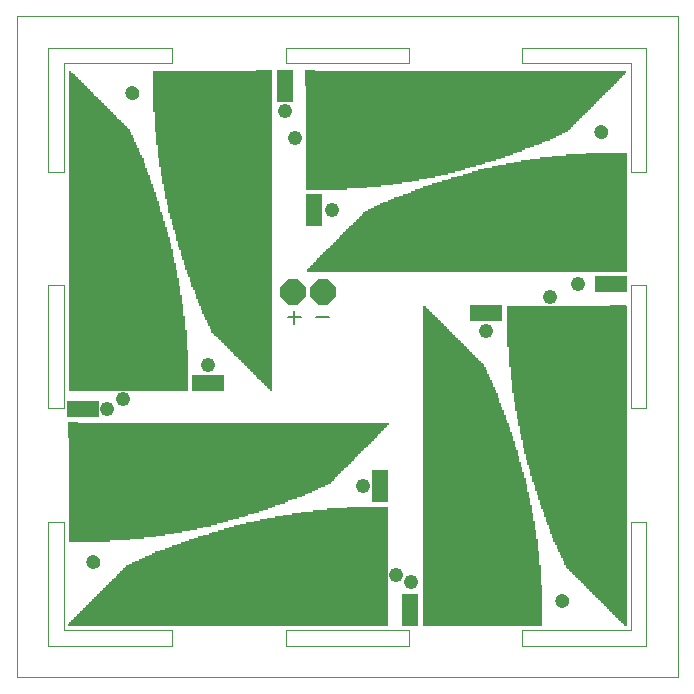
<source format=gts>
G75*
%MOIN*%
%OFA0B0*%
%FSLAX25Y25*%
%IPPOS*%
%LPD*%
%AMOC8*
5,1,8,0,0,1.08239X$1,22.5*
%
%ADD10C,0.00600*%
%ADD11C,0.00000*%
%ADD12C,0.04737*%
%ADD13C,0.00004*%
%ADD14R,0.05800X0.03300*%
%ADD15C,0.00256*%
%ADD16R,0.03300X0.05800*%
%ADD17R,0.10800X0.05800*%
%ADD18R,0.05800X0.10800*%
%ADD19OC8,0.08400*%
%ADD20C,0.04762*%
D10*
X0093595Y0118905D02*
X0093595Y0123175D01*
X0095730Y0121040D02*
X0091459Y0121040D01*
X0100908Y0121040D02*
X0105179Y0121040D01*
D11*
X0037616Y0195884D02*
X0037618Y0195972D01*
X0037624Y0196060D01*
X0037634Y0196148D01*
X0037648Y0196236D01*
X0037665Y0196322D01*
X0037687Y0196408D01*
X0037712Y0196492D01*
X0037742Y0196576D01*
X0037774Y0196658D01*
X0037811Y0196738D01*
X0037851Y0196817D01*
X0037895Y0196894D01*
X0037942Y0196969D01*
X0037992Y0197041D01*
X0038046Y0197112D01*
X0038102Y0197179D01*
X0038162Y0197245D01*
X0038224Y0197307D01*
X0038290Y0197367D01*
X0038357Y0197423D01*
X0038428Y0197477D01*
X0038500Y0197527D01*
X0038575Y0197574D01*
X0038652Y0197618D01*
X0038731Y0197658D01*
X0038811Y0197695D01*
X0038893Y0197727D01*
X0038977Y0197757D01*
X0039061Y0197782D01*
X0039147Y0197804D01*
X0039233Y0197821D01*
X0039321Y0197835D01*
X0039409Y0197845D01*
X0039497Y0197851D01*
X0039585Y0197853D01*
X0039673Y0197851D01*
X0039761Y0197845D01*
X0039849Y0197835D01*
X0039937Y0197821D01*
X0040023Y0197804D01*
X0040109Y0197782D01*
X0040193Y0197757D01*
X0040277Y0197727D01*
X0040359Y0197695D01*
X0040439Y0197658D01*
X0040518Y0197618D01*
X0040595Y0197574D01*
X0040670Y0197527D01*
X0040742Y0197477D01*
X0040813Y0197423D01*
X0040880Y0197367D01*
X0040946Y0197307D01*
X0041008Y0197245D01*
X0041068Y0197179D01*
X0041124Y0197112D01*
X0041178Y0197041D01*
X0041228Y0196969D01*
X0041275Y0196894D01*
X0041319Y0196817D01*
X0041359Y0196738D01*
X0041396Y0196658D01*
X0041428Y0196576D01*
X0041458Y0196492D01*
X0041483Y0196408D01*
X0041505Y0196322D01*
X0041522Y0196236D01*
X0041536Y0196148D01*
X0041546Y0196060D01*
X0041552Y0195972D01*
X0041554Y0195884D01*
X0041552Y0195796D01*
X0041546Y0195708D01*
X0041536Y0195620D01*
X0041522Y0195532D01*
X0041505Y0195446D01*
X0041483Y0195360D01*
X0041458Y0195276D01*
X0041428Y0195192D01*
X0041396Y0195110D01*
X0041359Y0195030D01*
X0041319Y0194951D01*
X0041275Y0194874D01*
X0041228Y0194799D01*
X0041178Y0194727D01*
X0041124Y0194656D01*
X0041068Y0194589D01*
X0041008Y0194523D01*
X0040946Y0194461D01*
X0040880Y0194401D01*
X0040813Y0194345D01*
X0040742Y0194291D01*
X0040670Y0194241D01*
X0040595Y0194194D01*
X0040518Y0194150D01*
X0040439Y0194110D01*
X0040359Y0194073D01*
X0040277Y0194041D01*
X0040193Y0194011D01*
X0040109Y0193986D01*
X0040023Y0193964D01*
X0039937Y0193947D01*
X0039849Y0193933D01*
X0039761Y0193923D01*
X0039673Y0193917D01*
X0039585Y0193915D01*
X0039497Y0193917D01*
X0039409Y0193923D01*
X0039321Y0193933D01*
X0039233Y0193947D01*
X0039147Y0193964D01*
X0039061Y0193986D01*
X0038977Y0194011D01*
X0038893Y0194041D01*
X0038811Y0194073D01*
X0038731Y0194110D01*
X0038652Y0194150D01*
X0038575Y0194194D01*
X0038500Y0194241D01*
X0038428Y0194291D01*
X0038357Y0194345D01*
X0038290Y0194401D01*
X0038224Y0194461D01*
X0038162Y0194523D01*
X0038102Y0194589D01*
X0038046Y0194656D01*
X0037992Y0194727D01*
X0037942Y0194799D01*
X0037895Y0194874D01*
X0037851Y0194951D01*
X0037811Y0195030D01*
X0037774Y0195110D01*
X0037742Y0195192D01*
X0037712Y0195276D01*
X0037687Y0195360D01*
X0037665Y0195446D01*
X0037648Y0195532D01*
X0037634Y0195620D01*
X0037624Y0195708D01*
X0037618Y0195796D01*
X0037616Y0195884D01*
X0024624Y0039585D02*
X0024626Y0039673D01*
X0024632Y0039761D01*
X0024642Y0039849D01*
X0024656Y0039937D01*
X0024673Y0040023D01*
X0024695Y0040109D01*
X0024720Y0040193D01*
X0024750Y0040277D01*
X0024782Y0040359D01*
X0024819Y0040439D01*
X0024859Y0040518D01*
X0024903Y0040595D01*
X0024950Y0040670D01*
X0025000Y0040742D01*
X0025054Y0040813D01*
X0025110Y0040880D01*
X0025170Y0040946D01*
X0025232Y0041008D01*
X0025298Y0041068D01*
X0025365Y0041124D01*
X0025436Y0041178D01*
X0025508Y0041228D01*
X0025583Y0041275D01*
X0025660Y0041319D01*
X0025739Y0041359D01*
X0025819Y0041396D01*
X0025901Y0041428D01*
X0025985Y0041458D01*
X0026069Y0041483D01*
X0026155Y0041505D01*
X0026241Y0041522D01*
X0026329Y0041536D01*
X0026417Y0041546D01*
X0026505Y0041552D01*
X0026593Y0041554D01*
X0026681Y0041552D01*
X0026769Y0041546D01*
X0026857Y0041536D01*
X0026945Y0041522D01*
X0027031Y0041505D01*
X0027117Y0041483D01*
X0027201Y0041458D01*
X0027285Y0041428D01*
X0027367Y0041396D01*
X0027447Y0041359D01*
X0027526Y0041319D01*
X0027603Y0041275D01*
X0027678Y0041228D01*
X0027750Y0041178D01*
X0027821Y0041124D01*
X0027888Y0041068D01*
X0027954Y0041008D01*
X0028016Y0040946D01*
X0028076Y0040880D01*
X0028132Y0040813D01*
X0028186Y0040742D01*
X0028236Y0040670D01*
X0028283Y0040595D01*
X0028327Y0040518D01*
X0028367Y0040439D01*
X0028404Y0040359D01*
X0028436Y0040277D01*
X0028466Y0040193D01*
X0028491Y0040109D01*
X0028513Y0040023D01*
X0028530Y0039937D01*
X0028544Y0039849D01*
X0028554Y0039761D01*
X0028560Y0039673D01*
X0028562Y0039585D01*
X0028560Y0039497D01*
X0028554Y0039409D01*
X0028544Y0039321D01*
X0028530Y0039233D01*
X0028513Y0039147D01*
X0028491Y0039061D01*
X0028466Y0038977D01*
X0028436Y0038893D01*
X0028404Y0038811D01*
X0028367Y0038731D01*
X0028327Y0038652D01*
X0028283Y0038575D01*
X0028236Y0038500D01*
X0028186Y0038428D01*
X0028132Y0038357D01*
X0028076Y0038290D01*
X0028016Y0038224D01*
X0027954Y0038162D01*
X0027888Y0038102D01*
X0027821Y0038046D01*
X0027750Y0037992D01*
X0027678Y0037942D01*
X0027603Y0037895D01*
X0027526Y0037851D01*
X0027447Y0037811D01*
X0027367Y0037774D01*
X0027285Y0037742D01*
X0027201Y0037712D01*
X0027117Y0037687D01*
X0027031Y0037665D01*
X0026945Y0037648D01*
X0026857Y0037634D01*
X0026769Y0037624D01*
X0026681Y0037618D01*
X0026593Y0037616D01*
X0026505Y0037618D01*
X0026417Y0037624D01*
X0026329Y0037634D01*
X0026241Y0037648D01*
X0026155Y0037665D01*
X0026069Y0037687D01*
X0025985Y0037712D01*
X0025901Y0037742D01*
X0025819Y0037774D01*
X0025739Y0037811D01*
X0025660Y0037851D01*
X0025583Y0037895D01*
X0025508Y0037942D01*
X0025436Y0037992D01*
X0025365Y0038046D01*
X0025298Y0038102D01*
X0025232Y0038162D01*
X0025170Y0038224D01*
X0025110Y0038290D01*
X0025054Y0038357D01*
X0025000Y0038428D01*
X0024950Y0038500D01*
X0024903Y0038575D01*
X0024859Y0038652D01*
X0024819Y0038731D01*
X0024782Y0038811D01*
X0024750Y0038893D01*
X0024720Y0038977D01*
X0024695Y0039061D01*
X0024673Y0039147D01*
X0024656Y0039233D01*
X0024642Y0039321D01*
X0024632Y0039409D01*
X0024626Y0039497D01*
X0024624Y0039585D01*
X0180923Y0026593D02*
X0180925Y0026681D01*
X0180931Y0026769D01*
X0180941Y0026857D01*
X0180955Y0026945D01*
X0180972Y0027031D01*
X0180994Y0027117D01*
X0181019Y0027201D01*
X0181049Y0027285D01*
X0181081Y0027367D01*
X0181118Y0027447D01*
X0181158Y0027526D01*
X0181202Y0027603D01*
X0181249Y0027678D01*
X0181299Y0027750D01*
X0181353Y0027821D01*
X0181409Y0027888D01*
X0181469Y0027954D01*
X0181531Y0028016D01*
X0181597Y0028076D01*
X0181664Y0028132D01*
X0181735Y0028186D01*
X0181807Y0028236D01*
X0181882Y0028283D01*
X0181959Y0028327D01*
X0182038Y0028367D01*
X0182118Y0028404D01*
X0182200Y0028436D01*
X0182284Y0028466D01*
X0182368Y0028491D01*
X0182454Y0028513D01*
X0182540Y0028530D01*
X0182628Y0028544D01*
X0182716Y0028554D01*
X0182804Y0028560D01*
X0182892Y0028562D01*
X0182980Y0028560D01*
X0183068Y0028554D01*
X0183156Y0028544D01*
X0183244Y0028530D01*
X0183330Y0028513D01*
X0183416Y0028491D01*
X0183500Y0028466D01*
X0183584Y0028436D01*
X0183666Y0028404D01*
X0183746Y0028367D01*
X0183825Y0028327D01*
X0183902Y0028283D01*
X0183977Y0028236D01*
X0184049Y0028186D01*
X0184120Y0028132D01*
X0184187Y0028076D01*
X0184253Y0028016D01*
X0184315Y0027954D01*
X0184375Y0027888D01*
X0184431Y0027821D01*
X0184485Y0027750D01*
X0184535Y0027678D01*
X0184582Y0027603D01*
X0184626Y0027526D01*
X0184666Y0027447D01*
X0184703Y0027367D01*
X0184735Y0027285D01*
X0184765Y0027201D01*
X0184790Y0027117D01*
X0184812Y0027031D01*
X0184829Y0026945D01*
X0184843Y0026857D01*
X0184853Y0026769D01*
X0184859Y0026681D01*
X0184861Y0026593D01*
X0184859Y0026505D01*
X0184853Y0026417D01*
X0184843Y0026329D01*
X0184829Y0026241D01*
X0184812Y0026155D01*
X0184790Y0026069D01*
X0184765Y0025985D01*
X0184735Y0025901D01*
X0184703Y0025819D01*
X0184666Y0025739D01*
X0184626Y0025660D01*
X0184582Y0025583D01*
X0184535Y0025508D01*
X0184485Y0025436D01*
X0184431Y0025365D01*
X0184375Y0025298D01*
X0184315Y0025232D01*
X0184253Y0025170D01*
X0184187Y0025110D01*
X0184120Y0025054D01*
X0184049Y0025000D01*
X0183977Y0024950D01*
X0183902Y0024903D01*
X0183825Y0024859D01*
X0183746Y0024819D01*
X0183666Y0024782D01*
X0183584Y0024750D01*
X0183500Y0024720D01*
X0183416Y0024695D01*
X0183330Y0024673D01*
X0183244Y0024656D01*
X0183156Y0024642D01*
X0183068Y0024632D01*
X0182980Y0024626D01*
X0182892Y0024624D01*
X0182804Y0024626D01*
X0182716Y0024632D01*
X0182628Y0024642D01*
X0182540Y0024656D01*
X0182454Y0024673D01*
X0182368Y0024695D01*
X0182284Y0024720D01*
X0182200Y0024750D01*
X0182118Y0024782D01*
X0182038Y0024819D01*
X0181959Y0024859D01*
X0181882Y0024903D01*
X0181807Y0024950D01*
X0181735Y0025000D01*
X0181664Y0025054D01*
X0181597Y0025110D01*
X0181531Y0025170D01*
X0181469Y0025232D01*
X0181409Y0025298D01*
X0181353Y0025365D01*
X0181299Y0025436D01*
X0181249Y0025508D01*
X0181202Y0025583D01*
X0181158Y0025660D01*
X0181118Y0025739D01*
X0181081Y0025819D01*
X0181049Y0025901D01*
X0181019Y0025985D01*
X0180994Y0026069D01*
X0180972Y0026155D01*
X0180955Y0026241D01*
X0180941Y0026329D01*
X0180931Y0026417D01*
X0180925Y0026505D01*
X0180923Y0026593D01*
X0193915Y0182892D02*
X0193917Y0182980D01*
X0193923Y0183068D01*
X0193933Y0183156D01*
X0193947Y0183244D01*
X0193964Y0183330D01*
X0193986Y0183416D01*
X0194011Y0183500D01*
X0194041Y0183584D01*
X0194073Y0183666D01*
X0194110Y0183746D01*
X0194150Y0183825D01*
X0194194Y0183902D01*
X0194241Y0183977D01*
X0194291Y0184049D01*
X0194345Y0184120D01*
X0194401Y0184187D01*
X0194461Y0184253D01*
X0194523Y0184315D01*
X0194589Y0184375D01*
X0194656Y0184431D01*
X0194727Y0184485D01*
X0194799Y0184535D01*
X0194874Y0184582D01*
X0194951Y0184626D01*
X0195030Y0184666D01*
X0195110Y0184703D01*
X0195192Y0184735D01*
X0195276Y0184765D01*
X0195360Y0184790D01*
X0195446Y0184812D01*
X0195532Y0184829D01*
X0195620Y0184843D01*
X0195708Y0184853D01*
X0195796Y0184859D01*
X0195884Y0184861D01*
X0195972Y0184859D01*
X0196060Y0184853D01*
X0196148Y0184843D01*
X0196236Y0184829D01*
X0196322Y0184812D01*
X0196408Y0184790D01*
X0196492Y0184765D01*
X0196576Y0184735D01*
X0196658Y0184703D01*
X0196738Y0184666D01*
X0196817Y0184626D01*
X0196894Y0184582D01*
X0196969Y0184535D01*
X0197041Y0184485D01*
X0197112Y0184431D01*
X0197179Y0184375D01*
X0197245Y0184315D01*
X0197307Y0184253D01*
X0197367Y0184187D01*
X0197423Y0184120D01*
X0197477Y0184049D01*
X0197527Y0183977D01*
X0197574Y0183902D01*
X0197618Y0183825D01*
X0197658Y0183746D01*
X0197695Y0183666D01*
X0197727Y0183584D01*
X0197757Y0183500D01*
X0197782Y0183416D01*
X0197804Y0183330D01*
X0197821Y0183244D01*
X0197835Y0183156D01*
X0197845Y0183068D01*
X0197851Y0182980D01*
X0197853Y0182892D01*
X0197851Y0182804D01*
X0197845Y0182716D01*
X0197835Y0182628D01*
X0197821Y0182540D01*
X0197804Y0182454D01*
X0197782Y0182368D01*
X0197757Y0182284D01*
X0197727Y0182200D01*
X0197695Y0182118D01*
X0197658Y0182038D01*
X0197618Y0181959D01*
X0197574Y0181882D01*
X0197527Y0181807D01*
X0197477Y0181735D01*
X0197423Y0181664D01*
X0197367Y0181597D01*
X0197307Y0181531D01*
X0197245Y0181469D01*
X0197179Y0181409D01*
X0197112Y0181353D01*
X0197041Y0181299D01*
X0196969Y0181249D01*
X0196894Y0181202D01*
X0196817Y0181158D01*
X0196738Y0181118D01*
X0196658Y0181081D01*
X0196576Y0181049D01*
X0196492Y0181019D01*
X0196408Y0180994D01*
X0196322Y0180972D01*
X0196236Y0180955D01*
X0196148Y0180941D01*
X0196060Y0180931D01*
X0195972Y0180925D01*
X0195884Y0180923D01*
X0195796Y0180925D01*
X0195708Y0180931D01*
X0195620Y0180941D01*
X0195532Y0180955D01*
X0195446Y0180972D01*
X0195360Y0180994D01*
X0195276Y0181019D01*
X0195192Y0181049D01*
X0195110Y0181081D01*
X0195030Y0181118D01*
X0194951Y0181158D01*
X0194874Y0181202D01*
X0194799Y0181249D01*
X0194727Y0181299D01*
X0194656Y0181353D01*
X0194589Y0181409D01*
X0194523Y0181469D01*
X0194461Y0181531D01*
X0194401Y0181597D01*
X0194345Y0181664D01*
X0194291Y0181735D01*
X0194241Y0181807D01*
X0194194Y0181882D01*
X0194150Y0181959D01*
X0194110Y0182038D01*
X0194073Y0182118D01*
X0194041Y0182200D01*
X0194011Y0182284D01*
X0193986Y0182368D01*
X0193964Y0182454D01*
X0193947Y0182540D01*
X0193933Y0182628D01*
X0193923Y0182716D01*
X0193917Y0182804D01*
X0193915Y0182892D01*
D12*
X0195884Y0182892D03*
X0039585Y0195884D03*
X0026593Y0039585D03*
X0182892Y0026593D03*
D13*
X0001002Y0001002D02*
X0001002Y0221474D01*
X0221474Y0221474D01*
X0221474Y0001002D01*
X0001002Y0001002D01*
X0011632Y0011632D02*
X0052183Y0011632D01*
X0052970Y0011632D01*
X0052970Y0016750D01*
X0052183Y0016750D01*
X0016750Y0016750D01*
X0016750Y0052183D01*
X0016750Y0052970D01*
X0011632Y0052970D01*
X0011632Y0052183D01*
X0011632Y0011632D01*
X0011632Y0090766D02*
X0016750Y0090766D01*
X0016750Y0091553D01*
X0016750Y0130923D01*
X0016750Y0131711D01*
X0011632Y0131711D01*
X0011632Y0130923D01*
X0011632Y0091553D01*
X0011632Y0090766D01*
X0090766Y0016750D02*
X0090766Y0011632D01*
X0091553Y0011632D01*
X0130923Y0011632D01*
X0131711Y0011632D01*
X0131711Y0016750D01*
X0130923Y0016750D01*
X0091553Y0016750D01*
X0090766Y0016750D01*
X0169506Y0016750D02*
X0169506Y0011632D01*
X0170293Y0011632D01*
X0210844Y0011632D01*
X0210844Y0052183D01*
X0210844Y0052970D01*
X0205726Y0052970D01*
X0205726Y0052183D01*
X0205726Y0016750D01*
X0170293Y0016750D01*
X0169506Y0016750D01*
X0205726Y0090766D02*
X0205726Y0091553D01*
X0205726Y0130923D01*
X0205726Y0131711D01*
X0210844Y0131711D01*
X0210844Y0130923D01*
X0210844Y0091553D01*
X0210844Y0090766D01*
X0205726Y0090766D01*
X0205726Y0169506D02*
X0210844Y0169506D01*
X0210844Y0170293D01*
X0210844Y0210844D01*
X0170293Y0210844D01*
X0169506Y0210844D01*
X0169506Y0205726D01*
X0170293Y0205726D01*
X0205726Y0205726D01*
X0205726Y0170293D01*
X0205726Y0169506D01*
X0131711Y0205726D02*
X0131711Y0210844D01*
X0130923Y0210844D01*
X0091159Y0210844D01*
X0090766Y0210844D02*
X0090766Y0205726D01*
X0091553Y0205726D01*
X0130923Y0205726D01*
X0131711Y0205726D01*
X0091553Y0210844D02*
X0090766Y0210844D01*
X0052970Y0210844D02*
X0052970Y0205726D01*
X0052183Y0205726D01*
X0016750Y0205726D01*
X0016750Y0170293D01*
X0016750Y0169506D01*
X0011632Y0169506D01*
X0011632Y0170293D01*
X0011632Y0210844D01*
X0052183Y0210844D01*
X0052970Y0210844D01*
D14*
X0083347Y0201948D03*
X0021019Y0098088D03*
X0139130Y0019741D03*
X0201457Y0123601D03*
D15*
X0204014Y0123506D02*
X0164643Y0123506D01*
X0164643Y0123252D02*
X0204014Y0123252D01*
X0204014Y0122998D02*
X0164643Y0122998D01*
X0164643Y0122744D02*
X0204014Y0122744D01*
X0204014Y0122490D02*
X0164643Y0122490D01*
X0164643Y0122236D02*
X0204014Y0122236D01*
X0204014Y0121981D02*
X0164643Y0121981D01*
X0164643Y0121727D02*
X0204014Y0121727D01*
X0204014Y0121473D02*
X0164643Y0121473D01*
X0164643Y0121219D02*
X0204014Y0121219D01*
X0204014Y0120965D02*
X0164643Y0120965D01*
X0164643Y0120711D02*
X0204014Y0120711D01*
X0204014Y0120456D02*
X0164643Y0120456D01*
X0164643Y0120202D02*
X0204014Y0120202D01*
X0204014Y0119948D02*
X0164643Y0119948D01*
X0164643Y0119694D02*
X0204014Y0119694D01*
X0204014Y0119440D02*
X0164643Y0119440D01*
X0164643Y0119186D02*
X0204014Y0119186D01*
X0204014Y0118931D02*
X0164643Y0118931D01*
X0164643Y0118677D02*
X0204014Y0118677D01*
X0204014Y0118423D02*
X0164643Y0118423D01*
X0164643Y0118169D02*
X0204014Y0118169D01*
X0204014Y0117915D02*
X0164643Y0117915D01*
X0164643Y0117661D02*
X0204014Y0117661D01*
X0204014Y0117407D02*
X0164643Y0117407D01*
X0164643Y0117152D02*
X0204014Y0117152D01*
X0204014Y0116898D02*
X0164643Y0116898D01*
X0164643Y0116644D02*
X0204014Y0116644D01*
X0204014Y0116390D02*
X0164643Y0116390D01*
X0164643Y0116136D02*
X0204014Y0116136D01*
X0204014Y0115882D02*
X0164643Y0115882D01*
X0164643Y0115627D02*
X0204014Y0115627D01*
X0204014Y0115373D02*
X0164643Y0115373D01*
X0164643Y0115119D02*
X0204014Y0115119D01*
X0204014Y0114865D02*
X0164643Y0114865D01*
X0164643Y0114611D02*
X0204014Y0114611D01*
X0204014Y0114357D02*
X0164643Y0114357D01*
X0164643Y0114102D02*
X0204014Y0114102D01*
X0204014Y0113848D02*
X0164643Y0113848D01*
X0164643Y0113594D02*
X0204014Y0113594D01*
X0204014Y0113340D02*
X0164643Y0113340D01*
X0164643Y0113086D02*
X0204014Y0113086D01*
X0204014Y0112832D02*
X0164643Y0112832D01*
X0164643Y0112578D02*
X0204014Y0112578D01*
X0204014Y0112323D02*
X0164643Y0112323D01*
X0164643Y0112069D02*
X0204014Y0112069D01*
X0204014Y0111815D02*
X0164643Y0111815D01*
X0164643Y0111586D02*
X0165155Y0111586D01*
X0165155Y0104939D01*
X0165666Y0104939D01*
X0165666Y0100337D01*
X0166177Y0100337D01*
X0166177Y0096247D01*
X0166689Y0096247D01*
X0166689Y0093179D01*
X0167200Y0093179D01*
X0167200Y0090111D01*
X0167711Y0090111D01*
X0167711Y0087555D01*
X0168223Y0087555D01*
X0168223Y0084998D01*
X0168734Y0084998D01*
X0168734Y0082442D01*
X0169245Y0082442D01*
X0169245Y0080397D01*
X0169756Y0080397D01*
X0169756Y0077840D01*
X0170268Y0077840D01*
X0170268Y0075795D01*
X0170779Y0075795D01*
X0170779Y0073750D01*
X0171290Y0073750D01*
X0171290Y0072216D01*
X0171802Y0072216D01*
X0171802Y0070682D01*
X0172313Y0070682D01*
X0172313Y0068637D01*
X0172824Y0068637D01*
X0172824Y0066592D01*
X0173336Y0066592D01*
X0173336Y0065569D01*
X0173847Y0065569D01*
X0173847Y0063524D01*
X0174358Y0063524D01*
X0174358Y0061990D01*
X0174869Y0061990D01*
X0174869Y0060456D01*
X0175381Y0060456D01*
X0175381Y0058922D01*
X0175892Y0058922D01*
X0175892Y0057388D01*
X0176403Y0057388D01*
X0176403Y0056366D01*
X0176915Y0056366D01*
X0176915Y0054832D01*
X0177426Y0054832D01*
X0177426Y0053298D01*
X0177937Y0053298D01*
X0177937Y0052275D01*
X0178449Y0052275D01*
X0178449Y0050741D01*
X0178960Y0050741D01*
X0178960Y0049207D01*
X0179471Y0049207D01*
X0179471Y0047673D01*
X0179982Y0047673D01*
X0179982Y0046651D01*
X0180494Y0046651D01*
X0180494Y0045628D01*
X0181005Y0045628D01*
X0181005Y0044094D01*
X0181516Y0044094D01*
X0181516Y0043072D01*
X0182028Y0043072D01*
X0182028Y0042049D01*
X0182539Y0042049D01*
X0182539Y0041027D01*
X0183050Y0041027D01*
X0183050Y0040004D01*
X0183562Y0040004D01*
X0183562Y0038981D01*
X0184073Y0038981D01*
X0184073Y0037959D01*
X0184584Y0037959D01*
X0184584Y0037447D01*
X0185095Y0037447D01*
X0185095Y0036936D01*
X0185607Y0036936D01*
X0185607Y0036425D01*
X0186118Y0036425D01*
X0186118Y0035914D01*
X0186629Y0035914D01*
X0186629Y0035402D01*
X0187141Y0035402D01*
X0187141Y0034891D01*
X0187652Y0034891D01*
X0187652Y0034380D01*
X0188163Y0034380D01*
X0188163Y0033868D01*
X0188675Y0033868D01*
X0188675Y0033357D01*
X0189186Y0033357D01*
X0189186Y0032846D01*
X0189697Y0032846D01*
X0189697Y0032334D01*
X0190208Y0032334D01*
X0190208Y0031823D01*
X0190720Y0031823D01*
X0190720Y0031312D01*
X0191231Y0031312D01*
X0191231Y0030801D01*
X0191742Y0030801D01*
X0191742Y0030289D01*
X0192254Y0030289D01*
X0192254Y0029778D01*
X0192765Y0029778D01*
X0192765Y0029267D01*
X0193276Y0029267D01*
X0193276Y0028755D01*
X0193788Y0028755D01*
X0193788Y0028244D01*
X0194299Y0028244D01*
X0194299Y0027733D01*
X0194810Y0027733D01*
X0194810Y0027221D01*
X0195321Y0027221D01*
X0195321Y0026710D01*
X0195833Y0026710D01*
X0195833Y0026199D01*
X0196344Y0026199D01*
X0196344Y0025688D01*
X0196855Y0025688D01*
X0196855Y0025176D01*
X0197367Y0025176D01*
X0197367Y0024665D01*
X0197878Y0024665D01*
X0197878Y0024154D01*
X0198389Y0024154D01*
X0198389Y0023642D01*
X0198901Y0023642D01*
X0198901Y0023131D01*
X0199412Y0023131D01*
X0199412Y0022620D01*
X0199923Y0022620D01*
X0199923Y0022108D01*
X0200434Y0022108D01*
X0200434Y0021597D01*
X0200946Y0021597D01*
X0200946Y0021086D01*
X0201457Y0021086D01*
X0201457Y0020575D01*
X0201968Y0020575D01*
X0201968Y0020063D01*
X0202480Y0020063D01*
X0202480Y0019552D01*
X0202991Y0019552D01*
X0202991Y0019041D01*
X0203502Y0019041D01*
X0203502Y0018529D01*
X0204014Y0018529D01*
X0204014Y0080652D01*
X0204014Y0124880D01*
X0164643Y0124880D01*
X0164643Y0111586D01*
X0165155Y0111561D02*
X0204014Y0111561D01*
X0204014Y0111307D02*
X0165155Y0111307D01*
X0165155Y0111053D02*
X0204014Y0111053D01*
X0204014Y0110798D02*
X0165155Y0110798D01*
X0165155Y0110544D02*
X0204014Y0110544D01*
X0204014Y0110290D02*
X0165155Y0110290D01*
X0165155Y0110036D02*
X0204014Y0110036D01*
X0204014Y0109782D02*
X0165155Y0109782D01*
X0165155Y0109528D02*
X0204014Y0109528D01*
X0204014Y0109273D02*
X0165155Y0109273D01*
X0165155Y0109019D02*
X0204014Y0109019D01*
X0204014Y0108765D02*
X0165155Y0108765D01*
X0165155Y0108511D02*
X0204014Y0108511D01*
X0204014Y0108257D02*
X0165155Y0108257D01*
X0165155Y0108003D02*
X0204014Y0108003D01*
X0204014Y0107749D02*
X0165155Y0107749D01*
X0165155Y0107494D02*
X0204014Y0107494D01*
X0204014Y0107240D02*
X0165155Y0107240D01*
X0165155Y0106986D02*
X0204014Y0106986D01*
X0204014Y0106732D02*
X0165155Y0106732D01*
X0165155Y0106478D02*
X0204014Y0106478D01*
X0204014Y0106224D02*
X0165155Y0106224D01*
X0165155Y0105969D02*
X0204014Y0105969D01*
X0204014Y0105715D02*
X0165155Y0105715D01*
X0165155Y0105461D02*
X0204014Y0105461D01*
X0204014Y0105207D02*
X0165155Y0105207D01*
X0165155Y0104953D02*
X0204014Y0104953D01*
X0204014Y0104699D02*
X0165666Y0104699D01*
X0165666Y0104444D02*
X0204014Y0104444D01*
X0204014Y0104190D02*
X0165666Y0104190D01*
X0165666Y0103936D02*
X0204014Y0103936D01*
X0204014Y0103682D02*
X0165666Y0103682D01*
X0165666Y0103428D02*
X0204014Y0103428D01*
X0204014Y0103174D02*
X0165666Y0103174D01*
X0165666Y0102920D02*
X0204014Y0102920D01*
X0204014Y0102665D02*
X0165666Y0102665D01*
X0165666Y0102411D02*
X0204014Y0102411D01*
X0204014Y0102157D02*
X0165666Y0102157D01*
X0165666Y0101903D02*
X0204014Y0101903D01*
X0204014Y0101649D02*
X0165666Y0101649D01*
X0165666Y0101395D02*
X0204014Y0101395D01*
X0204014Y0101140D02*
X0165666Y0101140D01*
X0165666Y0100886D02*
X0204014Y0100886D01*
X0204014Y0100632D02*
X0165666Y0100632D01*
X0165666Y0100378D02*
X0204014Y0100378D01*
X0204014Y0100124D02*
X0166177Y0100124D01*
X0166177Y0099870D02*
X0204014Y0099870D01*
X0204014Y0099615D02*
X0166177Y0099615D01*
X0166177Y0099361D02*
X0204014Y0099361D01*
X0204014Y0099107D02*
X0166177Y0099107D01*
X0166177Y0098853D02*
X0204014Y0098853D01*
X0204014Y0098599D02*
X0166177Y0098599D01*
X0166177Y0098345D02*
X0204014Y0098345D01*
X0204014Y0098091D02*
X0166177Y0098091D01*
X0166177Y0097836D02*
X0204014Y0097836D01*
X0204014Y0097582D02*
X0166177Y0097582D01*
X0166177Y0097328D02*
X0204014Y0097328D01*
X0204014Y0097074D02*
X0166177Y0097074D01*
X0166177Y0096820D02*
X0204014Y0096820D01*
X0204014Y0096566D02*
X0166177Y0096566D01*
X0166177Y0096311D02*
X0204014Y0096311D01*
X0204014Y0096057D02*
X0166689Y0096057D01*
X0166689Y0095803D02*
X0204014Y0095803D01*
X0204014Y0095549D02*
X0166689Y0095549D01*
X0166689Y0095295D02*
X0204014Y0095295D01*
X0204014Y0095041D02*
X0166689Y0095041D01*
X0166689Y0094786D02*
X0204014Y0094786D01*
X0204014Y0094532D02*
X0166689Y0094532D01*
X0166689Y0094278D02*
X0204014Y0094278D01*
X0204014Y0094024D02*
X0166689Y0094024D01*
X0166689Y0093770D02*
X0204014Y0093770D01*
X0204014Y0093516D02*
X0166689Y0093516D01*
X0166689Y0093261D02*
X0204014Y0093261D01*
X0204014Y0093007D02*
X0167200Y0093007D01*
X0167200Y0092753D02*
X0204014Y0092753D01*
X0204014Y0092499D02*
X0167200Y0092499D01*
X0167200Y0092245D02*
X0204014Y0092245D01*
X0204014Y0091991D02*
X0167200Y0091991D01*
X0167200Y0091737D02*
X0204014Y0091737D01*
X0204014Y0091482D02*
X0167200Y0091482D01*
X0167200Y0091228D02*
X0204014Y0091228D01*
X0204014Y0090974D02*
X0167200Y0090974D01*
X0167200Y0090720D02*
X0204014Y0090720D01*
X0204014Y0090466D02*
X0167200Y0090466D01*
X0167200Y0090212D02*
X0204014Y0090212D01*
X0204014Y0089957D02*
X0167711Y0089957D01*
X0167711Y0089703D02*
X0204014Y0089703D01*
X0204014Y0089449D02*
X0167711Y0089449D01*
X0167711Y0089195D02*
X0204014Y0089195D01*
X0204014Y0088941D02*
X0167711Y0088941D01*
X0167711Y0088687D02*
X0204014Y0088687D01*
X0204014Y0088432D02*
X0167711Y0088432D01*
X0167711Y0088178D02*
X0204014Y0088178D01*
X0204014Y0087924D02*
X0167711Y0087924D01*
X0167711Y0087670D02*
X0204014Y0087670D01*
X0204014Y0087416D02*
X0168223Y0087416D01*
X0168223Y0087162D02*
X0204014Y0087162D01*
X0204014Y0086908D02*
X0168223Y0086908D01*
X0168223Y0086653D02*
X0204014Y0086653D01*
X0204014Y0086399D02*
X0168223Y0086399D01*
X0168223Y0086145D02*
X0204014Y0086145D01*
X0204014Y0085891D02*
X0168223Y0085891D01*
X0168223Y0085637D02*
X0204014Y0085637D01*
X0204014Y0085383D02*
X0168223Y0085383D01*
X0168223Y0085128D02*
X0204014Y0085128D01*
X0204014Y0084874D02*
X0168734Y0084874D01*
X0168734Y0084620D02*
X0204014Y0084620D01*
X0204014Y0084366D02*
X0168734Y0084366D01*
X0168734Y0084112D02*
X0204014Y0084112D01*
X0204014Y0083858D02*
X0168734Y0083858D01*
X0168734Y0083603D02*
X0204014Y0083603D01*
X0204014Y0083349D02*
X0168734Y0083349D01*
X0168734Y0083095D02*
X0204014Y0083095D01*
X0204014Y0082841D02*
X0168734Y0082841D01*
X0168734Y0082587D02*
X0204014Y0082587D01*
X0204014Y0082333D02*
X0169245Y0082333D01*
X0169245Y0082079D02*
X0204014Y0082079D01*
X0204014Y0081824D02*
X0169245Y0081824D01*
X0169245Y0081570D02*
X0204014Y0081570D01*
X0204014Y0081316D02*
X0169245Y0081316D01*
X0169245Y0081062D02*
X0204014Y0081062D01*
X0204014Y0080808D02*
X0169245Y0080808D01*
X0169245Y0080554D02*
X0204014Y0080554D01*
X0204014Y0080299D02*
X0169756Y0080299D01*
X0169756Y0080045D02*
X0204014Y0080045D01*
X0204014Y0079791D02*
X0169756Y0079791D01*
X0169756Y0079537D02*
X0204014Y0079537D01*
X0204014Y0079283D02*
X0169756Y0079283D01*
X0169756Y0079029D02*
X0204014Y0079029D01*
X0204014Y0078774D02*
X0169756Y0078774D01*
X0169756Y0078520D02*
X0204014Y0078520D01*
X0204014Y0078266D02*
X0169756Y0078266D01*
X0169756Y0078012D02*
X0204014Y0078012D01*
X0204014Y0077758D02*
X0170268Y0077758D01*
X0170268Y0077504D02*
X0204014Y0077504D01*
X0204014Y0077250D02*
X0170268Y0077250D01*
X0170268Y0076995D02*
X0204014Y0076995D01*
X0204014Y0076741D02*
X0170268Y0076741D01*
X0170268Y0076487D02*
X0204014Y0076487D01*
X0204014Y0076233D02*
X0170268Y0076233D01*
X0170268Y0075979D02*
X0204014Y0075979D01*
X0204014Y0075725D02*
X0170779Y0075725D01*
X0170779Y0075470D02*
X0204014Y0075470D01*
X0204014Y0075216D02*
X0170779Y0075216D01*
X0170779Y0074962D02*
X0204014Y0074962D01*
X0204014Y0074708D02*
X0170779Y0074708D01*
X0170779Y0074454D02*
X0204014Y0074454D01*
X0204014Y0074200D02*
X0170779Y0074200D01*
X0170779Y0073945D02*
X0204014Y0073945D01*
X0204014Y0073691D02*
X0171290Y0073691D01*
X0171290Y0073437D02*
X0204014Y0073437D01*
X0204014Y0073183D02*
X0171290Y0073183D01*
X0171290Y0072929D02*
X0204014Y0072929D01*
X0204014Y0072675D02*
X0171290Y0072675D01*
X0171290Y0072420D02*
X0204014Y0072420D01*
X0204014Y0072166D02*
X0171802Y0072166D01*
X0171802Y0071912D02*
X0204014Y0071912D01*
X0204014Y0071658D02*
X0171802Y0071658D01*
X0171802Y0071404D02*
X0204014Y0071404D01*
X0204014Y0071150D02*
X0171802Y0071150D01*
X0171802Y0070896D02*
X0204014Y0070896D01*
X0204014Y0070641D02*
X0172313Y0070641D01*
X0172313Y0070387D02*
X0204014Y0070387D01*
X0204014Y0070133D02*
X0172313Y0070133D01*
X0172313Y0069879D02*
X0204014Y0069879D01*
X0204014Y0069625D02*
X0172313Y0069625D01*
X0172313Y0069371D02*
X0204014Y0069371D01*
X0204014Y0069116D02*
X0172313Y0069116D01*
X0172313Y0068862D02*
X0204014Y0068862D01*
X0204014Y0068608D02*
X0172824Y0068608D01*
X0172824Y0068354D02*
X0204014Y0068354D01*
X0204014Y0068100D02*
X0172824Y0068100D01*
X0172824Y0067846D02*
X0204014Y0067846D01*
X0204014Y0067591D02*
X0172824Y0067591D01*
X0172824Y0067337D02*
X0204014Y0067337D01*
X0204014Y0067083D02*
X0172824Y0067083D01*
X0172824Y0066829D02*
X0204014Y0066829D01*
X0204014Y0066575D02*
X0173336Y0066575D01*
X0173336Y0066321D02*
X0204014Y0066321D01*
X0204014Y0066067D02*
X0173336Y0066067D01*
X0173336Y0065812D02*
X0204014Y0065812D01*
X0204014Y0065558D02*
X0173847Y0065558D01*
X0173847Y0065304D02*
X0204014Y0065304D01*
X0204014Y0065050D02*
X0173847Y0065050D01*
X0173847Y0064796D02*
X0204014Y0064796D01*
X0204014Y0064542D02*
X0173847Y0064542D01*
X0173847Y0064287D02*
X0204014Y0064287D01*
X0204014Y0064033D02*
X0173847Y0064033D01*
X0173847Y0063779D02*
X0204014Y0063779D01*
X0204014Y0063525D02*
X0173847Y0063525D01*
X0174358Y0063271D02*
X0204014Y0063271D01*
X0204014Y0063017D02*
X0174358Y0063017D01*
X0174358Y0062762D02*
X0204014Y0062762D01*
X0204014Y0062508D02*
X0174358Y0062508D01*
X0174358Y0062254D02*
X0204014Y0062254D01*
X0204014Y0062000D02*
X0174358Y0062000D01*
X0174869Y0061746D02*
X0204014Y0061746D01*
X0204014Y0061492D02*
X0174869Y0061492D01*
X0174869Y0061238D02*
X0204014Y0061238D01*
X0204014Y0060983D02*
X0174869Y0060983D01*
X0174869Y0060729D02*
X0204014Y0060729D01*
X0204014Y0060475D02*
X0174869Y0060475D01*
X0175381Y0060221D02*
X0204014Y0060221D01*
X0204014Y0059967D02*
X0175381Y0059967D01*
X0175381Y0059713D02*
X0204014Y0059713D01*
X0204014Y0059458D02*
X0175381Y0059458D01*
X0175381Y0059204D02*
X0204014Y0059204D01*
X0204014Y0058950D02*
X0175381Y0058950D01*
X0175892Y0058696D02*
X0204014Y0058696D01*
X0204014Y0058442D02*
X0175892Y0058442D01*
X0175892Y0058188D02*
X0204014Y0058188D01*
X0204014Y0057933D02*
X0175892Y0057933D01*
X0175892Y0057679D02*
X0204014Y0057679D01*
X0204014Y0057425D02*
X0175892Y0057425D01*
X0176403Y0057171D02*
X0204014Y0057171D01*
X0204014Y0056917D02*
X0176403Y0056917D01*
X0176403Y0056663D02*
X0204014Y0056663D01*
X0204014Y0056409D02*
X0176403Y0056409D01*
X0176915Y0056154D02*
X0204014Y0056154D01*
X0204014Y0055900D02*
X0176915Y0055900D01*
X0176915Y0055646D02*
X0204014Y0055646D01*
X0204014Y0055392D02*
X0176915Y0055392D01*
X0176915Y0055138D02*
X0204014Y0055138D01*
X0204014Y0054884D02*
X0176915Y0054884D01*
X0177426Y0054629D02*
X0204014Y0054629D01*
X0204014Y0054375D02*
X0177426Y0054375D01*
X0177426Y0054121D02*
X0204014Y0054121D01*
X0204014Y0053867D02*
X0177426Y0053867D01*
X0177426Y0053613D02*
X0204014Y0053613D01*
X0204014Y0053359D02*
X0177426Y0053359D01*
X0177937Y0053104D02*
X0204014Y0053104D01*
X0204014Y0052850D02*
X0177937Y0052850D01*
X0177937Y0052596D02*
X0204014Y0052596D01*
X0204014Y0052342D02*
X0177937Y0052342D01*
X0178449Y0052088D02*
X0204014Y0052088D01*
X0204014Y0051834D02*
X0178449Y0051834D01*
X0178449Y0051580D02*
X0204014Y0051580D01*
X0204014Y0051325D02*
X0178449Y0051325D01*
X0178449Y0051071D02*
X0204014Y0051071D01*
X0204014Y0050817D02*
X0178449Y0050817D01*
X0178960Y0050563D02*
X0204014Y0050563D01*
X0204014Y0050309D02*
X0178960Y0050309D01*
X0178960Y0050055D02*
X0204014Y0050055D01*
X0204014Y0049800D02*
X0178960Y0049800D01*
X0178960Y0049546D02*
X0204014Y0049546D01*
X0204014Y0049292D02*
X0178960Y0049292D01*
X0179471Y0049038D02*
X0204014Y0049038D01*
X0204014Y0048784D02*
X0179471Y0048784D01*
X0179471Y0048530D02*
X0204014Y0048530D01*
X0204014Y0048275D02*
X0179471Y0048275D01*
X0179471Y0048021D02*
X0204014Y0048021D01*
X0204014Y0047767D02*
X0179471Y0047767D01*
X0179982Y0047513D02*
X0204014Y0047513D01*
X0204014Y0047259D02*
X0179982Y0047259D01*
X0179982Y0047005D02*
X0204014Y0047005D01*
X0204014Y0046750D02*
X0179982Y0046750D01*
X0180494Y0046496D02*
X0204014Y0046496D01*
X0204014Y0046242D02*
X0180494Y0046242D01*
X0180494Y0045988D02*
X0204014Y0045988D01*
X0204014Y0045734D02*
X0180494Y0045734D01*
X0181005Y0045480D02*
X0204014Y0045480D01*
X0204014Y0045226D02*
X0181005Y0045226D01*
X0181005Y0044971D02*
X0204014Y0044971D01*
X0204014Y0044717D02*
X0181005Y0044717D01*
X0181005Y0044463D02*
X0204014Y0044463D01*
X0204014Y0044209D02*
X0181005Y0044209D01*
X0181516Y0043955D02*
X0204014Y0043955D01*
X0204014Y0043701D02*
X0181516Y0043701D01*
X0181516Y0043446D02*
X0204014Y0043446D01*
X0204014Y0043192D02*
X0181516Y0043192D01*
X0182028Y0042938D02*
X0204014Y0042938D01*
X0204014Y0042684D02*
X0182028Y0042684D01*
X0182028Y0042430D02*
X0204014Y0042430D01*
X0204014Y0042176D02*
X0182028Y0042176D01*
X0182539Y0041921D02*
X0204014Y0041921D01*
X0204014Y0041667D02*
X0182539Y0041667D01*
X0182539Y0041413D02*
X0204014Y0041413D01*
X0204014Y0041159D02*
X0182539Y0041159D01*
X0183050Y0040905D02*
X0204014Y0040905D01*
X0204014Y0040651D02*
X0183050Y0040651D01*
X0183050Y0040397D02*
X0204014Y0040397D01*
X0204014Y0040142D02*
X0183050Y0040142D01*
X0183562Y0039888D02*
X0204014Y0039888D01*
X0204014Y0039634D02*
X0183562Y0039634D01*
X0183562Y0039380D02*
X0204014Y0039380D01*
X0204014Y0039126D02*
X0183562Y0039126D01*
X0184073Y0038872D02*
X0204014Y0038872D01*
X0204014Y0038617D02*
X0184073Y0038617D01*
X0184073Y0038363D02*
X0204014Y0038363D01*
X0204014Y0038109D02*
X0184073Y0038109D01*
X0184584Y0037855D02*
X0204014Y0037855D01*
X0204014Y0037601D02*
X0184584Y0037601D01*
X0185095Y0037347D02*
X0204014Y0037347D01*
X0204014Y0037092D02*
X0185095Y0037092D01*
X0185607Y0036838D02*
X0204014Y0036838D01*
X0204014Y0036584D02*
X0185607Y0036584D01*
X0186118Y0036330D02*
X0204014Y0036330D01*
X0204014Y0036076D02*
X0186118Y0036076D01*
X0186629Y0035822D02*
X0204014Y0035822D01*
X0204014Y0035568D02*
X0186629Y0035568D01*
X0187141Y0035313D02*
X0204014Y0035313D01*
X0204014Y0035059D02*
X0187141Y0035059D01*
X0187652Y0034805D02*
X0204014Y0034805D01*
X0204014Y0034551D02*
X0187652Y0034551D01*
X0188163Y0034297D02*
X0204014Y0034297D01*
X0204014Y0034043D02*
X0188163Y0034043D01*
X0188675Y0033788D02*
X0204014Y0033788D01*
X0204014Y0033534D02*
X0188675Y0033534D01*
X0189186Y0033280D02*
X0204014Y0033280D01*
X0204014Y0033026D02*
X0189186Y0033026D01*
X0189697Y0032772D02*
X0204014Y0032772D01*
X0204014Y0032518D02*
X0189697Y0032518D01*
X0190208Y0032263D02*
X0204014Y0032263D01*
X0204014Y0032009D02*
X0190208Y0032009D01*
X0190720Y0031755D02*
X0204014Y0031755D01*
X0204014Y0031501D02*
X0190720Y0031501D01*
X0191231Y0031247D02*
X0204014Y0031247D01*
X0204014Y0030993D02*
X0191231Y0030993D01*
X0191742Y0030739D02*
X0204014Y0030739D01*
X0204014Y0030484D02*
X0191742Y0030484D01*
X0192254Y0030230D02*
X0204014Y0030230D01*
X0204014Y0029976D02*
X0192254Y0029976D01*
X0192765Y0029722D02*
X0204014Y0029722D01*
X0204014Y0029468D02*
X0192765Y0029468D01*
X0193276Y0029214D02*
X0204014Y0029214D01*
X0204014Y0028959D02*
X0193276Y0028959D01*
X0193788Y0028705D02*
X0204014Y0028705D01*
X0204014Y0028451D02*
X0193788Y0028451D01*
X0194299Y0028197D02*
X0204014Y0028197D01*
X0204014Y0027943D02*
X0194299Y0027943D01*
X0194810Y0027689D02*
X0204014Y0027689D01*
X0204014Y0027434D02*
X0194810Y0027434D01*
X0195321Y0027180D02*
X0204014Y0027180D01*
X0204014Y0026926D02*
X0195321Y0026926D01*
X0195833Y0026672D02*
X0204014Y0026672D01*
X0204014Y0026418D02*
X0195833Y0026418D01*
X0196344Y0026164D02*
X0204014Y0026164D01*
X0204014Y0025909D02*
X0196344Y0025909D01*
X0196855Y0025655D02*
X0204014Y0025655D01*
X0204014Y0025401D02*
X0196855Y0025401D01*
X0197367Y0025147D02*
X0204014Y0025147D01*
X0204014Y0024893D02*
X0197367Y0024893D01*
X0197878Y0024639D02*
X0204014Y0024639D01*
X0204014Y0024385D02*
X0197878Y0024385D01*
X0198389Y0024130D02*
X0204014Y0024130D01*
X0204014Y0023876D02*
X0198389Y0023876D01*
X0198901Y0023622D02*
X0204014Y0023622D01*
X0204014Y0023368D02*
X0198901Y0023368D01*
X0199412Y0023114D02*
X0204014Y0023114D01*
X0204014Y0022860D02*
X0199412Y0022860D01*
X0199923Y0022605D02*
X0204014Y0022605D01*
X0204014Y0022351D02*
X0199923Y0022351D01*
X0200434Y0022097D02*
X0204014Y0022097D01*
X0204014Y0021843D02*
X0200434Y0021843D01*
X0200946Y0021589D02*
X0204014Y0021589D01*
X0204014Y0021335D02*
X0200946Y0021335D01*
X0201457Y0021080D02*
X0204014Y0021080D01*
X0204014Y0020826D02*
X0201457Y0020826D01*
X0201968Y0020572D02*
X0204014Y0020572D01*
X0204014Y0020318D02*
X0201968Y0020318D01*
X0201968Y0020064D02*
X0204014Y0020064D01*
X0204014Y0019810D02*
X0202480Y0019810D01*
X0202480Y0019556D02*
X0204014Y0019556D01*
X0204014Y0019301D02*
X0202991Y0019301D01*
X0202991Y0019047D02*
X0204014Y0019047D01*
X0204014Y0018793D02*
X0203502Y0018793D01*
X0203502Y0018539D02*
X0204014Y0018539D01*
X0175943Y0018539D02*
X0136573Y0018539D01*
X0136573Y0018463D02*
X0136573Y0062690D01*
X0136573Y0124813D01*
X0137084Y0124813D01*
X0137084Y0124302D01*
X0137596Y0124302D01*
X0137596Y0123791D01*
X0138107Y0123791D01*
X0138107Y0123279D01*
X0138618Y0123279D01*
X0138618Y0122768D01*
X0139130Y0122768D01*
X0139130Y0122257D01*
X0139641Y0122257D01*
X0139641Y0121745D01*
X0140152Y0121745D01*
X0140152Y0121234D01*
X0140663Y0121234D01*
X0140663Y0120723D01*
X0141175Y0120723D01*
X0141175Y0120211D01*
X0141686Y0120211D01*
X0141686Y0119700D01*
X0142197Y0119700D01*
X0142197Y0119189D01*
X0142709Y0119189D01*
X0142709Y0118678D01*
X0143220Y0118678D01*
X0143220Y0118166D01*
X0143731Y0118166D01*
X0143731Y0117655D01*
X0144243Y0117655D01*
X0144243Y0117144D01*
X0144754Y0117144D01*
X0144754Y0116632D01*
X0145265Y0116632D01*
X0145265Y0116121D01*
X0145776Y0116121D01*
X0145776Y0115610D01*
X0146288Y0115610D01*
X0146288Y0115098D01*
X0146799Y0115098D01*
X0146799Y0114587D01*
X0147310Y0114587D01*
X0147310Y0114076D01*
X0147822Y0114076D01*
X0147822Y0113565D01*
X0148333Y0113565D01*
X0148333Y0113053D01*
X0148844Y0113053D01*
X0148844Y0112542D01*
X0149356Y0112542D01*
X0149356Y0112031D01*
X0149867Y0112031D01*
X0149867Y0111519D01*
X0150378Y0111519D01*
X0150378Y0111008D01*
X0150889Y0111008D01*
X0150889Y0110497D01*
X0151401Y0110497D01*
X0151401Y0109985D01*
X0151912Y0109985D01*
X0151912Y0109474D01*
X0152423Y0109474D01*
X0152423Y0108963D01*
X0152935Y0108963D01*
X0152935Y0108452D01*
X0153446Y0108452D01*
X0153446Y0107940D01*
X0153957Y0107940D01*
X0153957Y0107429D01*
X0154469Y0107429D01*
X0154469Y0106918D01*
X0154980Y0106918D01*
X0154980Y0106406D01*
X0155491Y0106406D01*
X0155491Y0105895D01*
X0156002Y0105895D01*
X0156002Y0105384D01*
X0156514Y0105384D01*
X0156514Y0104361D01*
X0157025Y0104361D01*
X0157025Y0103339D01*
X0157536Y0103339D01*
X0157536Y0102316D01*
X0158048Y0102316D01*
X0158048Y0101293D01*
X0158559Y0101293D01*
X0158559Y0100271D01*
X0159070Y0100271D01*
X0159070Y0099248D01*
X0159582Y0099248D01*
X0159582Y0097714D01*
X0160093Y0097714D01*
X0160093Y0096692D01*
X0160604Y0096692D01*
X0160604Y0095669D01*
X0161115Y0095669D01*
X0161115Y0094135D01*
X0161627Y0094135D01*
X0161627Y0092601D01*
X0162138Y0092601D01*
X0162138Y0091067D01*
X0162649Y0091067D01*
X0162649Y0090045D01*
X0163161Y0090045D01*
X0163161Y0088511D01*
X0163672Y0088511D01*
X0163672Y0086977D01*
X0164183Y0086977D01*
X0164183Y0085954D01*
X0164695Y0085954D01*
X0164695Y0084421D01*
X0165206Y0084421D01*
X0165206Y0082887D01*
X0165717Y0082887D01*
X0165717Y0081353D01*
X0166228Y0081353D01*
X0166228Y0079819D01*
X0166740Y0079819D01*
X0166740Y0077774D01*
X0167251Y0077774D01*
X0167251Y0076751D01*
X0167762Y0076751D01*
X0167762Y0074706D01*
X0168274Y0074706D01*
X0168274Y0072661D01*
X0168785Y0072661D01*
X0168785Y0071127D01*
X0169296Y0071127D01*
X0169296Y0069593D01*
X0169808Y0069593D01*
X0169808Y0067548D01*
X0170319Y0067548D01*
X0170319Y0065502D01*
X0170830Y0065502D01*
X0170830Y0062946D01*
X0171341Y0062946D01*
X0171341Y0060901D01*
X0171853Y0060901D01*
X0171853Y0058344D01*
X0172364Y0058344D01*
X0172364Y0055788D01*
X0172875Y0055788D01*
X0172875Y0053231D01*
X0173387Y0053231D01*
X0173387Y0050163D01*
X0173898Y0050163D01*
X0173898Y0047096D01*
X0174409Y0047096D01*
X0174409Y0043005D01*
X0174921Y0043005D01*
X0174921Y0038404D01*
X0175432Y0038404D01*
X0175432Y0031757D01*
X0175943Y0031757D01*
X0175943Y0018463D01*
X0136573Y0018463D01*
X0136573Y0018793D02*
X0175943Y0018793D01*
X0175943Y0019047D02*
X0136573Y0019047D01*
X0136573Y0019301D02*
X0175943Y0019301D01*
X0175943Y0019556D02*
X0136573Y0019556D01*
X0136573Y0019810D02*
X0175943Y0019810D01*
X0175943Y0020064D02*
X0136573Y0020064D01*
X0136573Y0020318D02*
X0175943Y0020318D01*
X0175943Y0020572D02*
X0136573Y0020572D01*
X0136573Y0020826D02*
X0175943Y0020826D01*
X0175943Y0021080D02*
X0136573Y0021080D01*
X0136573Y0021335D02*
X0175943Y0021335D01*
X0175943Y0021589D02*
X0136573Y0021589D01*
X0136573Y0021843D02*
X0175943Y0021843D01*
X0175943Y0022097D02*
X0136573Y0022097D01*
X0136573Y0022351D02*
X0175943Y0022351D01*
X0175943Y0022605D02*
X0136573Y0022605D01*
X0136573Y0022860D02*
X0175943Y0022860D01*
X0175943Y0023114D02*
X0136573Y0023114D01*
X0136573Y0023368D02*
X0175943Y0023368D01*
X0175943Y0023622D02*
X0136573Y0023622D01*
X0136573Y0023876D02*
X0175943Y0023876D01*
X0175943Y0024130D02*
X0136573Y0024130D01*
X0136573Y0024385D02*
X0175943Y0024385D01*
X0175943Y0024639D02*
X0136573Y0024639D01*
X0136573Y0024893D02*
X0175943Y0024893D01*
X0175943Y0025147D02*
X0136573Y0025147D01*
X0136573Y0025401D02*
X0175943Y0025401D01*
X0175943Y0025655D02*
X0136573Y0025655D01*
X0136573Y0025909D02*
X0175943Y0025909D01*
X0175943Y0026164D02*
X0136573Y0026164D01*
X0136573Y0026418D02*
X0175943Y0026418D01*
X0175943Y0026672D02*
X0136573Y0026672D01*
X0136573Y0026926D02*
X0175943Y0026926D01*
X0175943Y0027180D02*
X0136573Y0027180D01*
X0136573Y0027434D02*
X0175943Y0027434D01*
X0175943Y0027689D02*
X0136573Y0027689D01*
X0136573Y0027943D02*
X0175943Y0027943D01*
X0175943Y0028197D02*
X0136573Y0028197D01*
X0136573Y0028451D02*
X0175943Y0028451D01*
X0175943Y0028705D02*
X0136573Y0028705D01*
X0136573Y0028959D02*
X0175943Y0028959D01*
X0175943Y0029214D02*
X0136573Y0029214D01*
X0136573Y0029468D02*
X0175943Y0029468D01*
X0175943Y0029722D02*
X0136573Y0029722D01*
X0136573Y0029976D02*
X0175943Y0029976D01*
X0175943Y0030230D02*
X0136573Y0030230D01*
X0136573Y0030484D02*
X0175943Y0030484D01*
X0175943Y0030739D02*
X0136573Y0030739D01*
X0136573Y0030993D02*
X0175943Y0030993D01*
X0175943Y0031247D02*
X0136573Y0031247D01*
X0136573Y0031501D02*
X0175943Y0031501D01*
X0175943Y0031755D02*
X0136573Y0031755D01*
X0136573Y0032009D02*
X0175432Y0032009D01*
X0175432Y0032263D02*
X0136573Y0032263D01*
X0136573Y0032518D02*
X0175432Y0032518D01*
X0175432Y0032772D02*
X0136573Y0032772D01*
X0136573Y0033026D02*
X0175432Y0033026D01*
X0175432Y0033280D02*
X0136573Y0033280D01*
X0136573Y0033534D02*
X0175432Y0033534D01*
X0175432Y0033788D02*
X0136573Y0033788D01*
X0136573Y0034043D02*
X0175432Y0034043D01*
X0175432Y0034297D02*
X0136573Y0034297D01*
X0136573Y0034551D02*
X0175432Y0034551D01*
X0175432Y0034805D02*
X0136573Y0034805D01*
X0136573Y0035059D02*
X0175432Y0035059D01*
X0175432Y0035313D02*
X0136573Y0035313D01*
X0136573Y0035568D02*
X0175432Y0035568D01*
X0175432Y0035822D02*
X0136573Y0035822D01*
X0136573Y0036076D02*
X0175432Y0036076D01*
X0175432Y0036330D02*
X0136573Y0036330D01*
X0136573Y0036584D02*
X0175432Y0036584D01*
X0175432Y0036838D02*
X0136573Y0036838D01*
X0136573Y0037092D02*
X0175432Y0037092D01*
X0175432Y0037347D02*
X0136573Y0037347D01*
X0136573Y0037601D02*
X0175432Y0037601D01*
X0175432Y0037855D02*
X0136573Y0037855D01*
X0136573Y0038109D02*
X0175432Y0038109D01*
X0175432Y0038363D02*
X0136573Y0038363D01*
X0136573Y0038617D02*
X0174921Y0038617D01*
X0174921Y0038872D02*
X0136573Y0038872D01*
X0136573Y0039126D02*
X0174921Y0039126D01*
X0174921Y0039380D02*
X0136573Y0039380D01*
X0136573Y0039634D02*
X0174921Y0039634D01*
X0174921Y0039888D02*
X0136573Y0039888D01*
X0136573Y0040142D02*
X0174921Y0040142D01*
X0174921Y0040397D02*
X0136573Y0040397D01*
X0136573Y0040651D02*
X0174921Y0040651D01*
X0174921Y0040905D02*
X0136573Y0040905D01*
X0136573Y0041159D02*
X0174921Y0041159D01*
X0174921Y0041413D02*
X0136573Y0041413D01*
X0136573Y0041667D02*
X0174921Y0041667D01*
X0174921Y0041921D02*
X0136573Y0041921D01*
X0136573Y0042176D02*
X0174921Y0042176D01*
X0174921Y0042430D02*
X0136573Y0042430D01*
X0136573Y0042684D02*
X0174921Y0042684D01*
X0174921Y0042938D02*
X0136573Y0042938D01*
X0136573Y0043192D02*
X0174409Y0043192D01*
X0174409Y0043446D02*
X0136573Y0043446D01*
X0136573Y0043701D02*
X0174409Y0043701D01*
X0174409Y0043955D02*
X0136573Y0043955D01*
X0136573Y0044209D02*
X0174409Y0044209D01*
X0174409Y0044463D02*
X0136573Y0044463D01*
X0136573Y0044717D02*
X0174409Y0044717D01*
X0174409Y0044971D02*
X0136573Y0044971D01*
X0136573Y0045226D02*
X0174409Y0045226D01*
X0174409Y0045480D02*
X0136573Y0045480D01*
X0136573Y0045734D02*
X0174409Y0045734D01*
X0174409Y0045988D02*
X0136573Y0045988D01*
X0136573Y0046242D02*
X0174409Y0046242D01*
X0174409Y0046496D02*
X0136573Y0046496D01*
X0136573Y0046750D02*
X0174409Y0046750D01*
X0174409Y0047005D02*
X0136573Y0047005D01*
X0136573Y0047259D02*
X0173898Y0047259D01*
X0173898Y0047513D02*
X0136573Y0047513D01*
X0136573Y0047767D02*
X0173898Y0047767D01*
X0173898Y0048021D02*
X0136573Y0048021D01*
X0136573Y0048275D02*
X0173898Y0048275D01*
X0173898Y0048530D02*
X0136573Y0048530D01*
X0136573Y0048784D02*
X0173898Y0048784D01*
X0173898Y0049038D02*
X0136573Y0049038D01*
X0136573Y0049292D02*
X0173898Y0049292D01*
X0173898Y0049546D02*
X0136573Y0049546D01*
X0136573Y0049800D02*
X0173898Y0049800D01*
X0173898Y0050055D02*
X0136573Y0050055D01*
X0136573Y0050309D02*
X0173387Y0050309D01*
X0173387Y0050563D02*
X0136573Y0050563D01*
X0136573Y0050817D02*
X0173387Y0050817D01*
X0173387Y0051071D02*
X0136573Y0051071D01*
X0136573Y0051325D02*
X0173387Y0051325D01*
X0173387Y0051580D02*
X0136573Y0051580D01*
X0136573Y0051834D02*
X0173387Y0051834D01*
X0173387Y0052088D02*
X0136573Y0052088D01*
X0136573Y0052342D02*
X0173387Y0052342D01*
X0173387Y0052596D02*
X0136573Y0052596D01*
X0136573Y0052850D02*
X0173387Y0052850D01*
X0173387Y0053104D02*
X0136573Y0053104D01*
X0136573Y0053359D02*
X0172875Y0053359D01*
X0172875Y0053613D02*
X0136573Y0053613D01*
X0136573Y0053867D02*
X0172875Y0053867D01*
X0172875Y0054121D02*
X0136573Y0054121D01*
X0136573Y0054375D02*
X0172875Y0054375D01*
X0172875Y0054629D02*
X0136573Y0054629D01*
X0136573Y0054884D02*
X0172875Y0054884D01*
X0172875Y0055138D02*
X0136573Y0055138D01*
X0136573Y0055392D02*
X0172875Y0055392D01*
X0172875Y0055646D02*
X0136573Y0055646D01*
X0136573Y0055900D02*
X0172364Y0055900D01*
X0172364Y0056154D02*
X0136573Y0056154D01*
X0136573Y0056409D02*
X0172364Y0056409D01*
X0172364Y0056663D02*
X0136573Y0056663D01*
X0136573Y0056917D02*
X0172364Y0056917D01*
X0172364Y0057171D02*
X0136573Y0057171D01*
X0136573Y0057425D02*
X0172364Y0057425D01*
X0172364Y0057679D02*
X0136573Y0057679D01*
X0136573Y0057933D02*
X0172364Y0057933D01*
X0172364Y0058188D02*
X0136573Y0058188D01*
X0136573Y0058442D02*
X0171853Y0058442D01*
X0171853Y0058696D02*
X0136573Y0058696D01*
X0136573Y0058950D02*
X0171853Y0058950D01*
X0171853Y0059204D02*
X0136573Y0059204D01*
X0136573Y0059458D02*
X0171853Y0059458D01*
X0171853Y0059713D02*
X0136573Y0059713D01*
X0136573Y0059967D02*
X0171853Y0059967D01*
X0171853Y0060221D02*
X0136573Y0060221D01*
X0136573Y0060475D02*
X0171853Y0060475D01*
X0171853Y0060729D02*
X0136573Y0060729D01*
X0136573Y0060983D02*
X0171341Y0060983D01*
X0171341Y0061238D02*
X0136573Y0061238D01*
X0136573Y0061492D02*
X0171341Y0061492D01*
X0171341Y0061746D02*
X0136573Y0061746D01*
X0136573Y0062000D02*
X0171341Y0062000D01*
X0171341Y0062254D02*
X0136573Y0062254D01*
X0136573Y0062508D02*
X0171341Y0062508D01*
X0171341Y0062762D02*
X0136573Y0062762D01*
X0136573Y0063017D02*
X0170830Y0063017D01*
X0170830Y0063271D02*
X0136573Y0063271D01*
X0136573Y0063525D02*
X0170830Y0063525D01*
X0170830Y0063779D02*
X0136573Y0063779D01*
X0136573Y0064033D02*
X0170830Y0064033D01*
X0170830Y0064287D02*
X0136573Y0064287D01*
X0136573Y0064542D02*
X0170830Y0064542D01*
X0170830Y0064796D02*
X0136573Y0064796D01*
X0136573Y0065050D02*
X0170830Y0065050D01*
X0170830Y0065304D02*
X0136573Y0065304D01*
X0136573Y0065558D02*
X0170319Y0065558D01*
X0170319Y0065812D02*
X0136573Y0065812D01*
X0136573Y0066067D02*
X0170319Y0066067D01*
X0170319Y0066321D02*
X0136573Y0066321D01*
X0136573Y0066575D02*
X0170319Y0066575D01*
X0170319Y0066829D02*
X0136573Y0066829D01*
X0136573Y0067083D02*
X0170319Y0067083D01*
X0170319Y0067337D02*
X0136573Y0067337D01*
X0136573Y0067591D02*
X0169808Y0067591D01*
X0169808Y0067846D02*
X0136573Y0067846D01*
X0136573Y0068100D02*
X0169808Y0068100D01*
X0169808Y0068354D02*
X0136573Y0068354D01*
X0136573Y0068608D02*
X0169808Y0068608D01*
X0169808Y0068862D02*
X0136573Y0068862D01*
X0136573Y0069116D02*
X0169808Y0069116D01*
X0169808Y0069371D02*
X0136573Y0069371D01*
X0136573Y0069625D02*
X0169296Y0069625D01*
X0169296Y0069879D02*
X0136573Y0069879D01*
X0136573Y0070133D02*
X0169296Y0070133D01*
X0169296Y0070387D02*
X0136573Y0070387D01*
X0136573Y0070641D02*
X0169296Y0070641D01*
X0169296Y0070896D02*
X0136573Y0070896D01*
X0136573Y0071150D02*
X0168785Y0071150D01*
X0168785Y0071404D02*
X0136573Y0071404D01*
X0136573Y0071658D02*
X0168785Y0071658D01*
X0168785Y0071912D02*
X0136573Y0071912D01*
X0136573Y0072166D02*
X0168785Y0072166D01*
X0168785Y0072420D02*
X0136573Y0072420D01*
X0136573Y0072675D02*
X0168274Y0072675D01*
X0168274Y0072929D02*
X0136573Y0072929D01*
X0136573Y0073183D02*
X0168274Y0073183D01*
X0168274Y0073437D02*
X0136573Y0073437D01*
X0136573Y0073691D02*
X0168274Y0073691D01*
X0168274Y0073945D02*
X0136573Y0073945D01*
X0136573Y0074200D02*
X0168274Y0074200D01*
X0168274Y0074454D02*
X0136573Y0074454D01*
X0136573Y0074708D02*
X0167762Y0074708D01*
X0167762Y0074962D02*
X0136573Y0074962D01*
X0136573Y0075216D02*
X0167762Y0075216D01*
X0167762Y0075470D02*
X0136573Y0075470D01*
X0136573Y0075725D02*
X0167762Y0075725D01*
X0167762Y0075979D02*
X0136573Y0075979D01*
X0136573Y0076233D02*
X0167762Y0076233D01*
X0167762Y0076487D02*
X0136573Y0076487D01*
X0136573Y0076741D02*
X0167762Y0076741D01*
X0167251Y0076995D02*
X0136573Y0076995D01*
X0136573Y0077250D02*
X0167251Y0077250D01*
X0167251Y0077504D02*
X0136573Y0077504D01*
X0136573Y0077758D02*
X0167251Y0077758D01*
X0166740Y0078012D02*
X0136573Y0078012D01*
X0136573Y0078266D02*
X0166740Y0078266D01*
X0166740Y0078520D02*
X0136573Y0078520D01*
X0136573Y0078774D02*
X0166740Y0078774D01*
X0166740Y0079029D02*
X0136573Y0079029D01*
X0136573Y0079283D02*
X0166740Y0079283D01*
X0166740Y0079537D02*
X0136573Y0079537D01*
X0136573Y0079791D02*
X0166740Y0079791D01*
X0166228Y0080045D02*
X0136573Y0080045D01*
X0136573Y0080299D02*
X0166228Y0080299D01*
X0166228Y0080554D02*
X0136573Y0080554D01*
X0136573Y0080808D02*
X0166228Y0080808D01*
X0166228Y0081062D02*
X0136573Y0081062D01*
X0136573Y0081316D02*
X0166228Y0081316D01*
X0165717Y0081570D02*
X0136573Y0081570D01*
X0136573Y0081824D02*
X0165717Y0081824D01*
X0165717Y0082079D02*
X0136573Y0082079D01*
X0136573Y0082333D02*
X0165717Y0082333D01*
X0165717Y0082587D02*
X0136573Y0082587D01*
X0136573Y0082841D02*
X0165717Y0082841D01*
X0165206Y0083095D02*
X0136573Y0083095D01*
X0136573Y0083349D02*
X0165206Y0083349D01*
X0165206Y0083603D02*
X0136573Y0083603D01*
X0136573Y0083858D02*
X0165206Y0083858D01*
X0165206Y0084112D02*
X0136573Y0084112D01*
X0136573Y0084366D02*
X0165206Y0084366D01*
X0164695Y0084620D02*
X0136573Y0084620D01*
X0136573Y0084874D02*
X0164695Y0084874D01*
X0164695Y0085128D02*
X0136573Y0085128D01*
X0136573Y0085383D02*
X0164695Y0085383D01*
X0164695Y0085637D02*
X0136573Y0085637D01*
X0136573Y0085891D02*
X0164695Y0085891D01*
X0164183Y0086145D02*
X0136573Y0086145D01*
X0136573Y0086399D02*
X0164183Y0086399D01*
X0164183Y0086653D02*
X0136573Y0086653D01*
X0136573Y0086908D02*
X0164183Y0086908D01*
X0163672Y0087162D02*
X0136573Y0087162D01*
X0136573Y0087416D02*
X0163672Y0087416D01*
X0163672Y0087670D02*
X0136573Y0087670D01*
X0136573Y0087924D02*
X0163672Y0087924D01*
X0163672Y0088178D02*
X0136573Y0088178D01*
X0136573Y0088432D02*
X0163672Y0088432D01*
X0163161Y0088687D02*
X0136573Y0088687D01*
X0136573Y0088941D02*
X0163161Y0088941D01*
X0163161Y0089195D02*
X0136573Y0089195D01*
X0136573Y0089449D02*
X0163161Y0089449D01*
X0163161Y0089703D02*
X0136573Y0089703D01*
X0136573Y0089957D02*
X0163161Y0089957D01*
X0162649Y0090212D02*
X0136573Y0090212D01*
X0136573Y0090466D02*
X0162649Y0090466D01*
X0162649Y0090720D02*
X0136573Y0090720D01*
X0136573Y0090974D02*
X0162649Y0090974D01*
X0162138Y0091228D02*
X0136573Y0091228D01*
X0136573Y0091482D02*
X0162138Y0091482D01*
X0162138Y0091737D02*
X0136573Y0091737D01*
X0136573Y0091991D02*
X0162138Y0091991D01*
X0162138Y0092245D02*
X0136573Y0092245D01*
X0136573Y0092499D02*
X0162138Y0092499D01*
X0161627Y0092753D02*
X0136573Y0092753D01*
X0136573Y0093007D02*
X0161627Y0093007D01*
X0161627Y0093261D02*
X0136573Y0093261D01*
X0136573Y0093516D02*
X0161627Y0093516D01*
X0161627Y0093770D02*
X0136573Y0093770D01*
X0136573Y0094024D02*
X0161627Y0094024D01*
X0161115Y0094278D02*
X0136573Y0094278D01*
X0136573Y0094532D02*
X0161115Y0094532D01*
X0161115Y0094786D02*
X0136573Y0094786D01*
X0136573Y0095041D02*
X0161115Y0095041D01*
X0161115Y0095295D02*
X0136573Y0095295D01*
X0136573Y0095549D02*
X0161115Y0095549D01*
X0160604Y0095803D02*
X0136573Y0095803D01*
X0136573Y0096057D02*
X0160604Y0096057D01*
X0160604Y0096311D02*
X0136573Y0096311D01*
X0136573Y0096566D02*
X0160604Y0096566D01*
X0160093Y0096820D02*
X0136573Y0096820D01*
X0136573Y0097074D02*
X0160093Y0097074D01*
X0160093Y0097328D02*
X0136573Y0097328D01*
X0136573Y0097582D02*
X0160093Y0097582D01*
X0159582Y0097836D02*
X0136573Y0097836D01*
X0136573Y0098091D02*
X0159582Y0098091D01*
X0159582Y0098345D02*
X0136573Y0098345D01*
X0136573Y0098599D02*
X0159582Y0098599D01*
X0159582Y0098853D02*
X0136573Y0098853D01*
X0136573Y0099107D02*
X0159582Y0099107D01*
X0159070Y0099361D02*
X0136573Y0099361D01*
X0136573Y0099615D02*
X0159070Y0099615D01*
X0159070Y0099870D02*
X0136573Y0099870D01*
X0136573Y0100124D02*
X0159070Y0100124D01*
X0158559Y0100378D02*
X0136573Y0100378D01*
X0136573Y0100632D02*
X0158559Y0100632D01*
X0158559Y0100886D02*
X0136573Y0100886D01*
X0136573Y0101140D02*
X0158559Y0101140D01*
X0158048Y0101395D02*
X0136573Y0101395D01*
X0136573Y0101649D02*
X0158048Y0101649D01*
X0158048Y0101903D02*
X0136573Y0101903D01*
X0136573Y0102157D02*
X0158048Y0102157D01*
X0157536Y0102411D02*
X0136573Y0102411D01*
X0136573Y0102665D02*
X0157536Y0102665D01*
X0157536Y0102920D02*
X0136573Y0102920D01*
X0136573Y0103174D02*
X0157536Y0103174D01*
X0157025Y0103428D02*
X0136573Y0103428D01*
X0136573Y0103682D02*
X0157025Y0103682D01*
X0157025Y0103936D02*
X0136573Y0103936D01*
X0136573Y0104190D02*
X0157025Y0104190D01*
X0156514Y0104444D02*
X0136573Y0104444D01*
X0136573Y0104699D02*
X0156514Y0104699D01*
X0156514Y0104953D02*
X0136573Y0104953D01*
X0136573Y0105207D02*
X0156514Y0105207D01*
X0156002Y0105461D02*
X0136573Y0105461D01*
X0136573Y0105715D02*
X0156002Y0105715D01*
X0155491Y0105969D02*
X0136573Y0105969D01*
X0136573Y0106224D02*
X0155491Y0106224D01*
X0154980Y0106478D02*
X0136573Y0106478D01*
X0136573Y0106732D02*
X0154980Y0106732D01*
X0154469Y0106986D02*
X0136573Y0106986D01*
X0136573Y0107240D02*
X0154469Y0107240D01*
X0153957Y0107494D02*
X0136573Y0107494D01*
X0136573Y0107749D02*
X0153957Y0107749D01*
X0153446Y0108003D02*
X0136573Y0108003D01*
X0136573Y0108257D02*
X0153446Y0108257D01*
X0152935Y0108511D02*
X0136573Y0108511D01*
X0136573Y0108765D02*
X0152935Y0108765D01*
X0152423Y0109019D02*
X0136573Y0109019D01*
X0136573Y0109273D02*
X0152423Y0109273D01*
X0151912Y0109528D02*
X0136573Y0109528D01*
X0136573Y0109782D02*
X0151912Y0109782D01*
X0151401Y0110036D02*
X0136573Y0110036D01*
X0136573Y0110290D02*
X0151401Y0110290D01*
X0150889Y0110544D02*
X0136573Y0110544D01*
X0136573Y0110798D02*
X0150889Y0110798D01*
X0150378Y0111053D02*
X0136573Y0111053D01*
X0136573Y0111307D02*
X0150378Y0111307D01*
X0149867Y0111561D02*
X0136573Y0111561D01*
X0136573Y0111815D02*
X0149867Y0111815D01*
X0149356Y0112069D02*
X0136573Y0112069D01*
X0136573Y0112323D02*
X0149356Y0112323D01*
X0148844Y0112578D02*
X0136573Y0112578D01*
X0136573Y0112832D02*
X0148844Y0112832D01*
X0148333Y0113086D02*
X0136573Y0113086D01*
X0136573Y0113340D02*
X0148333Y0113340D01*
X0147822Y0113594D02*
X0136573Y0113594D01*
X0136573Y0113848D02*
X0147822Y0113848D01*
X0147310Y0114102D02*
X0136573Y0114102D01*
X0136573Y0114357D02*
X0147310Y0114357D01*
X0146799Y0114611D02*
X0136573Y0114611D01*
X0136573Y0114865D02*
X0146799Y0114865D01*
X0146288Y0115119D02*
X0136573Y0115119D01*
X0136573Y0115373D02*
X0146288Y0115373D01*
X0145776Y0115627D02*
X0136573Y0115627D01*
X0136573Y0115882D02*
X0145776Y0115882D01*
X0145265Y0116136D02*
X0136573Y0116136D01*
X0136573Y0116390D02*
X0145265Y0116390D01*
X0144754Y0116644D02*
X0136573Y0116644D01*
X0136573Y0116898D02*
X0144754Y0116898D01*
X0144243Y0117152D02*
X0136573Y0117152D01*
X0136573Y0117407D02*
X0144243Y0117407D01*
X0143731Y0117661D02*
X0136573Y0117661D01*
X0136573Y0117915D02*
X0143731Y0117915D01*
X0143220Y0118169D02*
X0136573Y0118169D01*
X0136573Y0118423D02*
X0143220Y0118423D01*
X0143220Y0118677D02*
X0136573Y0118677D01*
X0136573Y0118931D02*
X0142709Y0118931D01*
X0142709Y0119186D02*
X0136573Y0119186D01*
X0136573Y0119440D02*
X0142197Y0119440D01*
X0142197Y0119694D02*
X0136573Y0119694D01*
X0136573Y0119948D02*
X0141686Y0119948D01*
X0141686Y0120202D02*
X0136573Y0120202D01*
X0136573Y0120456D02*
X0141175Y0120456D01*
X0141175Y0120711D02*
X0136573Y0120711D01*
X0136573Y0120965D02*
X0140663Y0120965D01*
X0140663Y0121219D02*
X0136573Y0121219D01*
X0136573Y0121473D02*
X0140152Y0121473D01*
X0140152Y0121727D02*
X0136573Y0121727D01*
X0136573Y0121981D02*
X0139641Y0121981D01*
X0139641Y0122236D02*
X0136573Y0122236D01*
X0136573Y0122490D02*
X0139130Y0122490D01*
X0139130Y0122744D02*
X0136573Y0122744D01*
X0136573Y0122998D02*
X0138618Y0122998D01*
X0138618Y0123252D02*
X0136573Y0123252D01*
X0136573Y0123506D02*
X0138107Y0123506D01*
X0138107Y0123761D02*
X0136573Y0123761D01*
X0136573Y0124015D02*
X0137596Y0124015D01*
X0137596Y0124269D02*
X0136573Y0124269D01*
X0136573Y0124523D02*
X0137084Y0124523D01*
X0137084Y0124777D02*
X0136573Y0124777D01*
X0159786Y0136573D02*
X0204014Y0136573D01*
X0204014Y0175943D01*
X0190720Y0175943D01*
X0190720Y0175432D01*
X0184073Y0175432D01*
X0184073Y0174921D01*
X0179471Y0174921D01*
X0179471Y0174409D01*
X0175381Y0174409D01*
X0175381Y0173898D01*
X0172313Y0173898D01*
X0172313Y0173387D01*
X0169245Y0173387D01*
X0169245Y0172875D01*
X0166689Y0172875D01*
X0166689Y0172364D01*
X0164132Y0172364D01*
X0164132Y0171853D01*
X0161576Y0171853D01*
X0161576Y0171341D01*
X0159530Y0171341D01*
X0159530Y0170830D01*
X0156974Y0170830D01*
X0156974Y0170319D01*
X0154929Y0170319D01*
X0154929Y0169808D01*
X0152884Y0169808D01*
X0152884Y0169296D01*
X0151350Y0169296D01*
X0151350Y0168785D01*
X0149816Y0168785D01*
X0149816Y0168274D01*
X0147771Y0168274D01*
X0147771Y0167762D01*
X0145725Y0167762D01*
X0145725Y0167251D01*
X0144703Y0167251D01*
X0144703Y0166740D01*
X0142658Y0166740D01*
X0142658Y0166228D01*
X0141124Y0166228D01*
X0141124Y0165717D01*
X0139590Y0165717D01*
X0139590Y0165206D01*
X0138056Y0165206D01*
X0138056Y0164695D01*
X0136522Y0164695D01*
X0136522Y0164183D01*
X0135499Y0164183D01*
X0135499Y0163672D01*
X0133965Y0163672D01*
X0133965Y0163161D01*
X0132432Y0163161D01*
X0132432Y0162649D01*
X0131409Y0162649D01*
X0131409Y0162138D01*
X0129875Y0162138D01*
X0129875Y0161627D01*
X0128341Y0161627D01*
X0128341Y0161115D01*
X0126807Y0161115D01*
X0126807Y0160604D01*
X0125785Y0160604D01*
X0125785Y0160093D01*
X0124762Y0160093D01*
X0124762Y0159582D01*
X0123228Y0159582D01*
X0123228Y0159070D01*
X0122206Y0159070D01*
X0122206Y0158559D01*
X0121183Y0158559D01*
X0121183Y0158048D01*
X0120160Y0158048D01*
X0120160Y0157536D01*
X0119138Y0157536D01*
X0119138Y0157025D01*
X0118115Y0157025D01*
X0118115Y0156514D01*
X0117093Y0156514D01*
X0117093Y0156002D01*
X0116581Y0156002D01*
X0116581Y0155491D01*
X0116070Y0155491D01*
X0116070Y0154980D01*
X0115559Y0154980D01*
X0115559Y0154469D01*
X0115047Y0154469D01*
X0115047Y0153957D01*
X0114536Y0153957D01*
X0114536Y0153446D01*
X0114025Y0153446D01*
X0114025Y0152935D01*
X0113513Y0152935D01*
X0113513Y0152423D01*
X0113002Y0152423D01*
X0113002Y0151912D01*
X0112491Y0151912D01*
X0112491Y0151401D01*
X0111980Y0151401D01*
X0111980Y0150889D01*
X0111468Y0150889D01*
X0111468Y0150378D01*
X0110957Y0150378D01*
X0110957Y0149867D01*
X0110446Y0149867D01*
X0110446Y0149356D01*
X0109934Y0149356D01*
X0109934Y0148844D01*
X0109423Y0148844D01*
X0109423Y0148333D01*
X0108912Y0148333D01*
X0108912Y0147822D01*
X0108400Y0147822D01*
X0108400Y0147310D01*
X0107889Y0147310D01*
X0107889Y0146799D01*
X0107378Y0146799D01*
X0107378Y0146288D01*
X0106867Y0146288D01*
X0106867Y0145776D01*
X0106355Y0145776D01*
X0106355Y0145265D01*
X0105844Y0145265D01*
X0105844Y0144754D01*
X0105333Y0144754D01*
X0105333Y0144243D01*
X0104821Y0144243D01*
X0104821Y0143731D01*
X0104310Y0143731D01*
X0104310Y0143220D01*
X0103799Y0143220D01*
X0103799Y0142709D01*
X0103287Y0142709D01*
X0103287Y0142197D01*
X0102776Y0142197D01*
X0102776Y0141686D01*
X0102265Y0141686D01*
X0102265Y0141175D01*
X0101754Y0141175D01*
X0101754Y0140663D01*
X0101242Y0140663D01*
X0101242Y0140152D01*
X0100731Y0140152D01*
X0100731Y0139641D01*
X0100220Y0139641D01*
X0100220Y0139130D01*
X0099708Y0139130D01*
X0099708Y0138618D01*
X0099197Y0138618D01*
X0099197Y0138107D01*
X0098686Y0138107D01*
X0098686Y0137596D01*
X0098175Y0137596D01*
X0098175Y0137084D01*
X0097663Y0137084D01*
X0097663Y0136573D01*
X0159786Y0136573D01*
X0164643Y0124777D02*
X0204014Y0124777D01*
X0204014Y0124523D02*
X0164643Y0124523D01*
X0164643Y0124269D02*
X0204014Y0124269D01*
X0204014Y0124015D02*
X0164643Y0124015D01*
X0164643Y0123761D02*
X0204014Y0123761D01*
X0204014Y0136723D02*
X0097663Y0136723D01*
X0097663Y0136977D02*
X0204014Y0136977D01*
X0204014Y0137231D02*
X0098175Y0137231D01*
X0098175Y0137485D02*
X0204014Y0137485D01*
X0204014Y0137739D02*
X0098686Y0137739D01*
X0098686Y0137993D02*
X0204014Y0137993D01*
X0204014Y0138248D02*
X0099197Y0138248D01*
X0099197Y0138502D02*
X0204014Y0138502D01*
X0204014Y0138756D02*
X0099708Y0138756D01*
X0099708Y0139010D02*
X0204014Y0139010D01*
X0204014Y0139264D02*
X0100220Y0139264D01*
X0100220Y0139518D02*
X0204014Y0139518D01*
X0204014Y0139772D02*
X0100731Y0139772D01*
X0100731Y0140027D02*
X0204014Y0140027D01*
X0204014Y0140281D02*
X0101242Y0140281D01*
X0101242Y0140535D02*
X0204014Y0140535D01*
X0204014Y0140789D02*
X0101754Y0140789D01*
X0101754Y0141043D02*
X0204014Y0141043D01*
X0204014Y0141297D02*
X0102265Y0141297D01*
X0102265Y0141552D02*
X0204014Y0141552D01*
X0204014Y0141806D02*
X0102776Y0141806D01*
X0102776Y0142060D02*
X0204014Y0142060D01*
X0204014Y0142314D02*
X0103287Y0142314D01*
X0103287Y0142568D02*
X0204014Y0142568D01*
X0204014Y0142822D02*
X0103799Y0142822D01*
X0103799Y0143077D02*
X0204014Y0143077D01*
X0204014Y0143331D02*
X0104310Y0143331D01*
X0104310Y0143585D02*
X0204014Y0143585D01*
X0204014Y0143839D02*
X0104821Y0143839D01*
X0104821Y0144093D02*
X0204014Y0144093D01*
X0204014Y0144347D02*
X0105333Y0144347D01*
X0105333Y0144602D02*
X0204014Y0144602D01*
X0204014Y0144856D02*
X0105844Y0144856D01*
X0105844Y0145110D02*
X0204014Y0145110D01*
X0204014Y0145364D02*
X0106355Y0145364D01*
X0106355Y0145618D02*
X0204014Y0145618D01*
X0204014Y0145872D02*
X0106867Y0145872D01*
X0106867Y0146126D02*
X0204014Y0146126D01*
X0204014Y0146381D02*
X0107378Y0146381D01*
X0107378Y0146635D02*
X0204014Y0146635D01*
X0204014Y0146889D02*
X0107889Y0146889D01*
X0107889Y0147143D02*
X0204014Y0147143D01*
X0204014Y0147397D02*
X0108400Y0147397D01*
X0108400Y0147651D02*
X0204014Y0147651D01*
X0204014Y0147906D02*
X0108912Y0147906D01*
X0108912Y0148160D02*
X0204014Y0148160D01*
X0204014Y0148414D02*
X0109423Y0148414D01*
X0109423Y0148668D02*
X0204014Y0148668D01*
X0204014Y0148922D02*
X0109934Y0148922D01*
X0109934Y0149176D02*
X0204014Y0149176D01*
X0204014Y0149431D02*
X0110446Y0149431D01*
X0110446Y0149685D02*
X0204014Y0149685D01*
X0204014Y0149939D02*
X0110957Y0149939D01*
X0110957Y0150193D02*
X0204014Y0150193D01*
X0204014Y0150447D02*
X0111468Y0150447D01*
X0111468Y0150701D02*
X0204014Y0150701D01*
X0204014Y0150955D02*
X0111980Y0150955D01*
X0111980Y0151210D02*
X0204014Y0151210D01*
X0204014Y0151464D02*
X0112491Y0151464D01*
X0112491Y0151718D02*
X0204014Y0151718D01*
X0204014Y0151972D02*
X0113002Y0151972D01*
X0113002Y0152226D02*
X0204014Y0152226D01*
X0204014Y0152480D02*
X0113513Y0152480D01*
X0113513Y0152735D02*
X0204014Y0152735D01*
X0204014Y0152989D02*
X0114025Y0152989D01*
X0114025Y0153243D02*
X0204014Y0153243D01*
X0204014Y0153497D02*
X0114536Y0153497D01*
X0114536Y0153751D02*
X0204014Y0153751D01*
X0204014Y0154005D02*
X0115047Y0154005D01*
X0115047Y0154260D02*
X0204014Y0154260D01*
X0204014Y0154514D02*
X0115559Y0154514D01*
X0115559Y0154768D02*
X0204014Y0154768D01*
X0204014Y0155022D02*
X0116070Y0155022D01*
X0116070Y0155276D02*
X0204014Y0155276D01*
X0204014Y0155530D02*
X0116581Y0155530D01*
X0116581Y0155784D02*
X0204014Y0155784D01*
X0204014Y0156039D02*
X0117093Y0156039D01*
X0117093Y0156293D02*
X0204014Y0156293D01*
X0204014Y0156547D02*
X0118115Y0156547D01*
X0118115Y0156801D02*
X0204014Y0156801D01*
X0204014Y0157055D02*
X0119138Y0157055D01*
X0119138Y0157309D02*
X0204014Y0157309D01*
X0204014Y0157564D02*
X0120160Y0157564D01*
X0120160Y0157818D02*
X0204014Y0157818D01*
X0204014Y0158072D02*
X0121183Y0158072D01*
X0121183Y0158326D02*
X0204014Y0158326D01*
X0204014Y0158580D02*
X0122206Y0158580D01*
X0122206Y0158834D02*
X0204014Y0158834D01*
X0204014Y0159089D02*
X0123228Y0159089D01*
X0123228Y0159343D02*
X0204014Y0159343D01*
X0204014Y0159597D02*
X0124762Y0159597D01*
X0124762Y0159851D02*
X0204014Y0159851D01*
X0204014Y0160105D02*
X0125785Y0160105D01*
X0125785Y0160359D02*
X0204014Y0160359D01*
X0204014Y0160613D02*
X0126807Y0160613D01*
X0126807Y0160868D02*
X0204014Y0160868D01*
X0204014Y0161122D02*
X0128341Y0161122D01*
X0128341Y0161376D02*
X0204014Y0161376D01*
X0204014Y0161630D02*
X0129875Y0161630D01*
X0129875Y0161884D02*
X0204014Y0161884D01*
X0204014Y0162138D02*
X0131409Y0162138D01*
X0131409Y0162393D02*
X0204014Y0162393D01*
X0204014Y0162647D02*
X0131409Y0162647D01*
X0132432Y0162901D02*
X0204014Y0162901D01*
X0204014Y0163155D02*
X0132432Y0163155D01*
X0133965Y0163409D02*
X0204014Y0163409D01*
X0204014Y0163663D02*
X0133965Y0163663D01*
X0135499Y0163918D02*
X0204014Y0163918D01*
X0204014Y0164172D02*
X0135499Y0164172D01*
X0136522Y0164426D02*
X0204014Y0164426D01*
X0204014Y0164680D02*
X0136522Y0164680D01*
X0138056Y0164934D02*
X0204014Y0164934D01*
X0204014Y0165188D02*
X0138056Y0165188D01*
X0139590Y0165442D02*
X0204014Y0165442D01*
X0204014Y0165697D02*
X0139590Y0165697D01*
X0141124Y0165951D02*
X0204014Y0165951D01*
X0204014Y0166205D02*
X0141124Y0166205D01*
X0142658Y0166459D02*
X0204014Y0166459D01*
X0204014Y0166713D02*
X0142658Y0166713D01*
X0142080Y0168458D02*
X0142080Y0168969D01*
X0144636Y0168969D01*
X0144636Y0169480D01*
X0146681Y0169480D01*
X0146681Y0169992D01*
X0148727Y0169992D01*
X0148727Y0170503D01*
X0150261Y0170503D01*
X0150261Y0171014D01*
X0151794Y0171014D01*
X0151794Y0171526D01*
X0153840Y0171526D01*
X0153840Y0172037D01*
X0155885Y0172037D01*
X0155885Y0172548D01*
X0156907Y0172548D01*
X0156907Y0173059D01*
X0158953Y0173059D01*
X0158953Y0173571D01*
X0160487Y0173571D01*
X0160487Y0174082D01*
X0162020Y0174082D01*
X0162020Y0174593D01*
X0163554Y0174593D01*
X0163554Y0175105D01*
X0165088Y0175105D01*
X0165088Y0175616D01*
X0166111Y0175616D01*
X0166111Y0176127D01*
X0167645Y0176127D01*
X0167645Y0176639D01*
X0169179Y0176639D01*
X0169179Y0177150D01*
X0170201Y0177150D01*
X0170201Y0177661D01*
X0171735Y0177661D01*
X0171735Y0178172D01*
X0173269Y0178172D01*
X0173269Y0178684D01*
X0174803Y0178684D01*
X0174803Y0179195D01*
X0175826Y0179195D01*
X0175826Y0179706D01*
X0176848Y0179706D01*
X0176848Y0180218D01*
X0178382Y0180218D01*
X0178382Y0180729D01*
X0179405Y0180729D01*
X0179405Y0181240D01*
X0180427Y0181240D01*
X0180427Y0181752D01*
X0181450Y0181752D01*
X0181450Y0182263D01*
X0182472Y0182263D01*
X0182472Y0182774D01*
X0183495Y0182774D01*
X0183495Y0183285D01*
X0184518Y0183285D01*
X0184518Y0183797D01*
X0185029Y0183797D01*
X0185029Y0184308D01*
X0185540Y0184308D01*
X0185540Y0184819D01*
X0186052Y0184819D01*
X0186052Y0185331D01*
X0186563Y0185331D01*
X0186563Y0185842D01*
X0187074Y0185842D01*
X0187074Y0186353D01*
X0187585Y0186353D01*
X0187585Y0186865D01*
X0188097Y0186865D01*
X0188097Y0187376D01*
X0188608Y0187376D01*
X0188608Y0187887D01*
X0189119Y0187887D01*
X0189119Y0188398D01*
X0189631Y0188398D01*
X0189631Y0188910D01*
X0190142Y0188910D01*
X0190142Y0189421D01*
X0190653Y0189421D01*
X0190653Y0189932D01*
X0191165Y0189932D01*
X0191165Y0190444D01*
X0191676Y0190444D01*
X0191676Y0190955D01*
X0192187Y0190955D01*
X0192187Y0191466D01*
X0192698Y0191466D01*
X0192698Y0191978D01*
X0193210Y0191978D01*
X0193210Y0192489D01*
X0193721Y0192489D01*
X0193721Y0193000D01*
X0194232Y0193000D01*
X0194232Y0193511D01*
X0194744Y0193511D01*
X0194744Y0194023D01*
X0195255Y0194023D01*
X0195255Y0194534D01*
X0195766Y0194534D01*
X0195766Y0195045D01*
X0196278Y0195045D01*
X0196278Y0195557D01*
X0196789Y0195557D01*
X0196789Y0196068D01*
X0197300Y0196068D01*
X0197300Y0196579D01*
X0197811Y0196579D01*
X0197811Y0197091D01*
X0198323Y0197091D01*
X0198323Y0197602D01*
X0198834Y0197602D01*
X0198834Y0198113D01*
X0199345Y0198113D01*
X0199345Y0198624D01*
X0199857Y0198624D01*
X0199857Y0199136D01*
X0200368Y0199136D01*
X0200368Y0199647D01*
X0200879Y0199647D01*
X0200879Y0200158D01*
X0201391Y0200158D01*
X0201391Y0200670D01*
X0201902Y0200670D01*
X0201902Y0201181D01*
X0202413Y0201181D01*
X0202413Y0201692D01*
X0202924Y0201692D01*
X0202924Y0202204D01*
X0203436Y0202204D01*
X0203436Y0202715D01*
X0203947Y0202715D01*
X0203947Y0203226D01*
X0141824Y0203226D01*
X0097597Y0203226D01*
X0097597Y0163856D01*
X0110891Y0163856D01*
X0110891Y0164367D01*
X0117537Y0164367D01*
X0117537Y0164879D01*
X0122139Y0164879D01*
X0122139Y0165390D01*
X0126229Y0165390D01*
X0126229Y0165901D01*
X0129297Y0165901D01*
X0129297Y0166413D01*
X0132365Y0166413D01*
X0132365Y0166924D01*
X0134922Y0166924D01*
X0134922Y0167435D01*
X0137478Y0167435D01*
X0137478Y0167946D01*
X0140035Y0167946D01*
X0140035Y0168458D01*
X0142080Y0168458D01*
X0142080Y0168492D02*
X0097597Y0168492D01*
X0097597Y0168238D02*
X0140035Y0168238D01*
X0140035Y0167984D02*
X0097597Y0167984D01*
X0097597Y0167730D02*
X0137478Y0167730D01*
X0137478Y0167476D02*
X0097597Y0167476D01*
X0097597Y0167222D02*
X0134922Y0167222D01*
X0134922Y0166967D02*
X0097597Y0166967D01*
X0097597Y0166713D02*
X0132365Y0166713D01*
X0132365Y0166459D02*
X0097597Y0166459D01*
X0097597Y0166205D02*
X0129297Y0166205D01*
X0129297Y0165951D02*
X0097597Y0165951D01*
X0097597Y0165697D02*
X0126229Y0165697D01*
X0126229Y0165442D02*
X0097597Y0165442D01*
X0097597Y0165188D02*
X0122139Y0165188D01*
X0122139Y0164934D02*
X0097597Y0164934D01*
X0097597Y0164680D02*
X0117537Y0164680D01*
X0117537Y0164426D02*
X0097597Y0164426D01*
X0097597Y0164172D02*
X0110891Y0164172D01*
X0110891Y0163918D02*
X0097597Y0163918D01*
X0097597Y0168747D02*
X0142080Y0168747D01*
X0144636Y0169001D02*
X0097597Y0169001D01*
X0097597Y0169255D02*
X0144636Y0169255D01*
X0145725Y0167730D02*
X0204014Y0167730D01*
X0204014Y0167984D02*
X0147771Y0167984D01*
X0147771Y0168238D02*
X0204014Y0168238D01*
X0204014Y0168492D02*
X0149816Y0168492D01*
X0149816Y0168747D02*
X0204014Y0168747D01*
X0204014Y0169001D02*
X0151350Y0169001D01*
X0151350Y0169255D02*
X0204014Y0169255D01*
X0204014Y0169509D02*
X0152884Y0169509D01*
X0152884Y0169763D02*
X0204014Y0169763D01*
X0204014Y0170017D02*
X0154929Y0170017D01*
X0154929Y0170272D02*
X0204014Y0170272D01*
X0204014Y0170526D02*
X0156974Y0170526D01*
X0156974Y0170780D02*
X0204014Y0170780D01*
X0204014Y0171034D02*
X0159530Y0171034D01*
X0159530Y0171288D02*
X0204014Y0171288D01*
X0204014Y0171542D02*
X0161576Y0171542D01*
X0161576Y0171796D02*
X0204014Y0171796D01*
X0204014Y0172051D02*
X0164132Y0172051D01*
X0164132Y0172305D02*
X0204014Y0172305D01*
X0204014Y0172559D02*
X0166689Y0172559D01*
X0166689Y0172813D02*
X0204014Y0172813D01*
X0204014Y0173067D02*
X0169245Y0173067D01*
X0169245Y0173321D02*
X0204014Y0173321D01*
X0204014Y0173576D02*
X0172313Y0173576D01*
X0172313Y0173830D02*
X0204014Y0173830D01*
X0204014Y0174084D02*
X0175381Y0174084D01*
X0175381Y0174338D02*
X0204014Y0174338D01*
X0204014Y0174592D02*
X0179471Y0174592D01*
X0179471Y0174846D02*
X0204014Y0174846D01*
X0204014Y0175101D02*
X0184073Y0175101D01*
X0184073Y0175355D02*
X0204014Y0175355D01*
X0204014Y0175609D02*
X0190720Y0175609D01*
X0190720Y0175863D02*
X0204014Y0175863D01*
X0204014Y0167476D02*
X0145725Y0167476D01*
X0144703Y0167222D02*
X0204014Y0167222D01*
X0204014Y0166967D02*
X0144703Y0166967D01*
X0146681Y0169509D02*
X0097597Y0169509D01*
X0097597Y0169763D02*
X0146681Y0169763D01*
X0148727Y0170017D02*
X0097597Y0170017D01*
X0097597Y0170272D02*
X0148727Y0170272D01*
X0150261Y0170526D02*
X0097597Y0170526D01*
X0097597Y0170780D02*
X0150261Y0170780D01*
X0151794Y0171034D02*
X0097597Y0171034D01*
X0097597Y0171288D02*
X0151794Y0171288D01*
X0153840Y0171542D02*
X0097597Y0171542D01*
X0097597Y0171796D02*
X0153840Y0171796D01*
X0155885Y0172051D02*
X0097597Y0172051D01*
X0097597Y0172305D02*
X0155885Y0172305D01*
X0156907Y0172559D02*
X0097597Y0172559D01*
X0097597Y0172813D02*
X0156907Y0172813D01*
X0158953Y0173067D02*
X0097597Y0173067D01*
X0097597Y0173321D02*
X0158953Y0173321D01*
X0160487Y0173576D02*
X0097597Y0173576D01*
X0097597Y0173830D02*
X0160487Y0173830D01*
X0162020Y0174084D02*
X0097597Y0174084D01*
X0097597Y0174338D02*
X0162020Y0174338D01*
X0162020Y0174592D02*
X0097597Y0174592D01*
X0097597Y0174846D02*
X0163554Y0174846D01*
X0163554Y0175101D02*
X0097597Y0175101D01*
X0097597Y0175355D02*
X0165088Y0175355D01*
X0165088Y0175609D02*
X0097597Y0175609D01*
X0097597Y0175863D02*
X0166111Y0175863D01*
X0166111Y0176117D02*
X0097597Y0176117D01*
X0097597Y0176371D02*
X0167645Y0176371D01*
X0167645Y0176625D02*
X0097597Y0176625D01*
X0097597Y0176880D02*
X0169179Y0176880D01*
X0169179Y0177134D02*
X0097597Y0177134D01*
X0097597Y0177388D02*
X0170201Y0177388D01*
X0170201Y0177642D02*
X0097597Y0177642D01*
X0097597Y0177896D02*
X0171735Y0177896D01*
X0171735Y0178150D02*
X0097597Y0178150D01*
X0097597Y0178405D02*
X0173269Y0178405D01*
X0173269Y0178659D02*
X0097597Y0178659D01*
X0097597Y0178913D02*
X0174803Y0178913D01*
X0174803Y0179167D02*
X0097597Y0179167D01*
X0097597Y0179421D02*
X0175826Y0179421D01*
X0175826Y0179675D02*
X0097597Y0179675D01*
X0097597Y0179930D02*
X0176848Y0179930D01*
X0176848Y0180184D02*
X0097597Y0180184D01*
X0097597Y0180438D02*
X0178382Y0180438D01*
X0178382Y0180692D02*
X0097597Y0180692D01*
X0097597Y0180946D02*
X0179405Y0180946D01*
X0179405Y0181200D02*
X0097597Y0181200D01*
X0097597Y0181454D02*
X0180427Y0181454D01*
X0180427Y0181709D02*
X0097597Y0181709D01*
X0097597Y0181963D02*
X0181450Y0181963D01*
X0181450Y0182217D02*
X0097597Y0182217D01*
X0097597Y0182471D02*
X0182472Y0182471D01*
X0182472Y0182725D02*
X0097597Y0182725D01*
X0097597Y0182979D02*
X0183495Y0182979D01*
X0183495Y0183234D02*
X0097597Y0183234D01*
X0097597Y0183488D02*
X0184518Y0183488D01*
X0184518Y0183742D02*
X0097597Y0183742D01*
X0097597Y0183996D02*
X0185029Y0183996D01*
X0185029Y0184250D02*
X0097597Y0184250D01*
X0097597Y0184504D02*
X0185540Y0184504D01*
X0185540Y0184759D02*
X0097597Y0184759D01*
X0097597Y0185013D02*
X0186052Y0185013D01*
X0186052Y0185267D02*
X0097597Y0185267D01*
X0097597Y0185521D02*
X0186563Y0185521D01*
X0186563Y0185775D02*
X0097597Y0185775D01*
X0097597Y0186029D02*
X0187074Y0186029D01*
X0187074Y0186283D02*
X0097597Y0186283D01*
X0097597Y0186538D02*
X0187585Y0186538D01*
X0187585Y0186792D02*
X0097597Y0186792D01*
X0097597Y0187046D02*
X0188097Y0187046D01*
X0188097Y0187300D02*
X0097597Y0187300D01*
X0097597Y0187554D02*
X0188608Y0187554D01*
X0188608Y0187808D02*
X0097597Y0187808D01*
X0097597Y0188063D02*
X0189119Y0188063D01*
X0189119Y0188317D02*
X0097597Y0188317D01*
X0097597Y0188571D02*
X0189631Y0188571D01*
X0189631Y0188825D02*
X0097597Y0188825D01*
X0097597Y0189079D02*
X0190142Y0189079D01*
X0190142Y0189333D02*
X0097597Y0189333D01*
X0097597Y0189588D02*
X0190653Y0189588D01*
X0190653Y0189842D02*
X0097597Y0189842D01*
X0097597Y0190096D02*
X0191165Y0190096D01*
X0191165Y0190350D02*
X0097597Y0190350D01*
X0097597Y0190604D02*
X0191676Y0190604D01*
X0191676Y0190858D02*
X0097597Y0190858D01*
X0097597Y0191112D02*
X0192187Y0191112D01*
X0192187Y0191367D02*
X0097597Y0191367D01*
X0097597Y0191621D02*
X0192698Y0191621D01*
X0192698Y0191875D02*
X0097597Y0191875D01*
X0097597Y0192129D02*
X0193210Y0192129D01*
X0193210Y0192383D02*
X0097597Y0192383D01*
X0097597Y0192637D02*
X0193721Y0192637D01*
X0193721Y0192892D02*
X0097597Y0192892D01*
X0097597Y0193146D02*
X0194232Y0193146D01*
X0194232Y0193400D02*
X0097597Y0193400D01*
X0097597Y0193654D02*
X0194744Y0193654D01*
X0194744Y0193908D02*
X0097597Y0193908D01*
X0097597Y0194162D02*
X0195255Y0194162D01*
X0195255Y0194417D02*
X0097597Y0194417D01*
X0097597Y0194671D02*
X0195766Y0194671D01*
X0195766Y0194925D02*
X0097597Y0194925D01*
X0097597Y0195179D02*
X0196278Y0195179D01*
X0196278Y0195433D02*
X0097597Y0195433D01*
X0097597Y0195687D02*
X0196789Y0195687D01*
X0196789Y0195942D02*
X0097597Y0195942D01*
X0097597Y0196196D02*
X0197300Y0196196D01*
X0197300Y0196450D02*
X0097597Y0196450D01*
X0097597Y0196704D02*
X0197811Y0196704D01*
X0197811Y0196958D02*
X0097597Y0196958D01*
X0097597Y0197212D02*
X0198323Y0197212D01*
X0198323Y0197466D02*
X0097597Y0197466D01*
X0097597Y0197721D02*
X0198834Y0197721D01*
X0198834Y0197975D02*
X0097597Y0197975D01*
X0097597Y0198229D02*
X0199345Y0198229D01*
X0199345Y0198483D02*
X0097597Y0198483D01*
X0097597Y0198737D02*
X0199857Y0198737D01*
X0199857Y0198991D02*
X0097597Y0198991D01*
X0097597Y0199246D02*
X0200368Y0199246D01*
X0200368Y0199500D02*
X0097597Y0199500D01*
X0097597Y0199754D02*
X0200879Y0199754D01*
X0200879Y0200008D02*
X0097597Y0200008D01*
X0097597Y0200262D02*
X0201391Y0200262D01*
X0201391Y0200516D02*
X0097597Y0200516D01*
X0097597Y0200771D02*
X0201902Y0200771D01*
X0201902Y0201025D02*
X0097597Y0201025D01*
X0097597Y0201279D02*
X0202413Y0201279D01*
X0202413Y0201533D02*
X0097597Y0201533D01*
X0097597Y0201787D02*
X0202924Y0201787D01*
X0202924Y0202041D02*
X0097597Y0202041D01*
X0097597Y0202295D02*
X0203436Y0202295D01*
X0203436Y0202550D02*
X0097597Y0202550D01*
X0097597Y0202804D02*
X0203947Y0202804D01*
X0203947Y0203058D02*
X0097597Y0203058D01*
X0085903Y0203058D02*
X0046533Y0203058D01*
X0046533Y0203226D02*
X0046533Y0189932D01*
X0047045Y0189932D01*
X0047045Y0183285D01*
X0047556Y0183285D01*
X0047556Y0178684D01*
X0048067Y0178684D01*
X0048067Y0174593D01*
X0048578Y0174593D01*
X0048578Y0171526D01*
X0049090Y0171526D01*
X0049090Y0168458D01*
X0049601Y0168458D01*
X0049601Y0165901D01*
X0050112Y0165901D01*
X0050112Y0163345D01*
X0050624Y0163345D01*
X0050624Y0160788D01*
X0051135Y0160788D01*
X0051135Y0158743D01*
X0051646Y0158743D01*
X0051646Y0156187D01*
X0052158Y0156187D01*
X0052158Y0154141D01*
X0052669Y0154141D01*
X0052669Y0152096D01*
X0053180Y0152096D01*
X0053180Y0150562D01*
X0053691Y0150562D01*
X0053691Y0149028D01*
X0054203Y0149028D01*
X0054203Y0146983D01*
X0054714Y0146983D01*
X0054714Y0144938D01*
X0055225Y0144938D01*
X0055225Y0143915D01*
X0055737Y0143915D01*
X0055737Y0141870D01*
X0056248Y0141870D01*
X0056248Y0140336D01*
X0056759Y0140336D01*
X0056759Y0138802D01*
X0057271Y0138802D01*
X0057271Y0137268D01*
X0057782Y0137268D01*
X0057782Y0135735D01*
X0058293Y0135735D01*
X0058293Y0134712D01*
X0058804Y0134712D01*
X0058804Y0133178D01*
X0059316Y0133178D01*
X0059316Y0131644D01*
X0059827Y0131644D01*
X0059827Y0130622D01*
X0060338Y0130622D01*
X0060338Y0129088D01*
X0060850Y0129088D01*
X0060850Y0127554D01*
X0061361Y0127554D01*
X0061361Y0126020D01*
X0061872Y0126020D01*
X0061872Y0124997D01*
X0062384Y0124997D01*
X0062384Y0123975D01*
X0062895Y0123975D01*
X0062895Y0122441D01*
X0063406Y0122441D01*
X0063406Y0121418D01*
X0063917Y0121418D01*
X0063917Y0120396D01*
X0064429Y0120396D01*
X0064429Y0119373D01*
X0064940Y0119373D01*
X0064940Y0118350D01*
X0065451Y0118350D01*
X0065451Y0117328D01*
X0065963Y0117328D01*
X0065963Y0116305D01*
X0066474Y0116305D01*
X0066474Y0115794D01*
X0066985Y0115794D01*
X0066985Y0115283D01*
X0067497Y0115283D01*
X0067497Y0114771D01*
X0068008Y0114771D01*
X0068008Y0114260D01*
X0068519Y0114260D01*
X0068519Y0113749D01*
X0069030Y0113749D01*
X0069030Y0113237D01*
X0069542Y0113237D01*
X0069542Y0112726D01*
X0070053Y0112726D01*
X0070053Y0112215D01*
X0070564Y0112215D01*
X0070564Y0111703D01*
X0071076Y0111703D01*
X0071076Y0111192D01*
X0071587Y0111192D01*
X0071587Y0110681D01*
X0072098Y0110681D01*
X0072098Y0110170D01*
X0072609Y0110170D01*
X0072609Y0109658D01*
X0073121Y0109658D01*
X0073121Y0109147D01*
X0073632Y0109147D01*
X0073632Y0108636D01*
X0074143Y0108636D01*
X0074143Y0108124D01*
X0074655Y0108124D01*
X0074655Y0107613D01*
X0075166Y0107613D01*
X0075166Y0107102D01*
X0075677Y0107102D01*
X0075677Y0106591D01*
X0076189Y0106591D01*
X0076189Y0106079D01*
X0076700Y0106079D01*
X0076700Y0105568D01*
X0077211Y0105568D01*
X0077211Y0105057D01*
X0077722Y0105057D01*
X0077722Y0104545D01*
X0078234Y0104545D01*
X0078234Y0104034D01*
X0078745Y0104034D01*
X0078745Y0103523D01*
X0079256Y0103523D01*
X0079256Y0103011D01*
X0079768Y0103011D01*
X0079768Y0102500D01*
X0080279Y0102500D01*
X0080279Y0101989D01*
X0080790Y0101989D01*
X0080790Y0101477D01*
X0081302Y0101477D01*
X0081302Y0100966D01*
X0081813Y0100966D01*
X0081813Y0100455D01*
X0082324Y0100455D01*
X0082324Y0099944D01*
X0082835Y0099944D01*
X0082835Y0099432D01*
X0083347Y0099432D01*
X0083347Y0098921D01*
X0083858Y0098921D01*
X0083858Y0098410D01*
X0084369Y0098410D01*
X0084369Y0097898D01*
X0084881Y0097898D01*
X0084881Y0097387D01*
X0085392Y0097387D01*
X0085392Y0096876D01*
X0085903Y0096876D01*
X0085903Y0158999D01*
X0085903Y0203226D01*
X0046533Y0203226D01*
X0046533Y0202804D02*
X0085903Y0202804D01*
X0085903Y0202550D02*
X0046533Y0202550D01*
X0046533Y0202295D02*
X0085903Y0202295D01*
X0085903Y0202041D02*
X0046533Y0202041D01*
X0046533Y0201787D02*
X0085903Y0201787D01*
X0085903Y0201533D02*
X0046533Y0201533D01*
X0046533Y0201279D02*
X0085903Y0201279D01*
X0085903Y0201025D02*
X0046533Y0201025D01*
X0046533Y0200771D02*
X0085903Y0200771D01*
X0085903Y0200516D02*
X0046533Y0200516D01*
X0046533Y0200262D02*
X0085903Y0200262D01*
X0085903Y0200008D02*
X0046533Y0200008D01*
X0046533Y0199754D02*
X0085903Y0199754D01*
X0085903Y0199500D02*
X0046533Y0199500D01*
X0046533Y0199246D02*
X0085903Y0199246D01*
X0085903Y0198991D02*
X0046533Y0198991D01*
X0046533Y0198737D02*
X0085903Y0198737D01*
X0085903Y0198483D02*
X0046533Y0198483D01*
X0046533Y0198229D02*
X0085903Y0198229D01*
X0085903Y0197975D02*
X0046533Y0197975D01*
X0046533Y0197721D02*
X0085903Y0197721D01*
X0085903Y0197466D02*
X0046533Y0197466D01*
X0046533Y0197212D02*
X0085903Y0197212D01*
X0085903Y0196958D02*
X0046533Y0196958D01*
X0046533Y0196704D02*
X0085903Y0196704D01*
X0085903Y0196450D02*
X0046533Y0196450D01*
X0046533Y0196196D02*
X0085903Y0196196D01*
X0085903Y0195942D02*
X0046533Y0195942D01*
X0046533Y0195687D02*
X0085903Y0195687D01*
X0085903Y0195433D02*
X0046533Y0195433D01*
X0046533Y0195179D02*
X0085903Y0195179D01*
X0085903Y0194925D02*
X0046533Y0194925D01*
X0046533Y0194671D02*
X0085903Y0194671D01*
X0085903Y0194417D02*
X0046533Y0194417D01*
X0046533Y0194162D02*
X0085903Y0194162D01*
X0085903Y0193908D02*
X0046533Y0193908D01*
X0046533Y0193654D02*
X0085903Y0193654D01*
X0085903Y0193400D02*
X0046533Y0193400D01*
X0046533Y0193146D02*
X0085903Y0193146D01*
X0085903Y0192892D02*
X0046533Y0192892D01*
X0046533Y0192637D02*
X0085903Y0192637D01*
X0085903Y0192383D02*
X0046533Y0192383D01*
X0046533Y0192129D02*
X0085903Y0192129D01*
X0085903Y0191875D02*
X0046533Y0191875D01*
X0046533Y0191621D02*
X0085903Y0191621D01*
X0085903Y0191367D02*
X0046533Y0191367D01*
X0046533Y0191112D02*
X0085903Y0191112D01*
X0085903Y0190858D02*
X0046533Y0190858D01*
X0046533Y0190604D02*
X0085903Y0190604D01*
X0085903Y0190350D02*
X0046533Y0190350D01*
X0046533Y0190096D02*
X0085903Y0190096D01*
X0085903Y0189842D02*
X0047045Y0189842D01*
X0047045Y0189588D02*
X0085903Y0189588D01*
X0085903Y0189333D02*
X0047045Y0189333D01*
X0047045Y0189079D02*
X0085903Y0189079D01*
X0085903Y0188825D02*
X0047045Y0188825D01*
X0047045Y0188571D02*
X0085903Y0188571D01*
X0085903Y0188317D02*
X0047045Y0188317D01*
X0047045Y0188063D02*
X0085903Y0188063D01*
X0085903Y0187808D02*
X0047045Y0187808D01*
X0047045Y0187554D02*
X0085903Y0187554D01*
X0085903Y0187300D02*
X0047045Y0187300D01*
X0047045Y0187046D02*
X0085903Y0187046D01*
X0085903Y0186792D02*
X0047045Y0186792D01*
X0047045Y0186538D02*
X0085903Y0186538D01*
X0085903Y0186283D02*
X0047045Y0186283D01*
X0047045Y0186029D02*
X0085903Y0186029D01*
X0085903Y0185775D02*
X0047045Y0185775D01*
X0047045Y0185521D02*
X0085903Y0185521D01*
X0085903Y0185267D02*
X0047045Y0185267D01*
X0047045Y0185013D02*
X0085903Y0185013D01*
X0085903Y0184759D02*
X0047045Y0184759D01*
X0047045Y0184504D02*
X0085903Y0184504D01*
X0085903Y0184250D02*
X0047045Y0184250D01*
X0047045Y0183996D02*
X0085903Y0183996D01*
X0085903Y0183742D02*
X0047045Y0183742D01*
X0047045Y0183488D02*
X0085903Y0183488D01*
X0085903Y0183234D02*
X0047556Y0183234D01*
X0047556Y0182979D02*
X0085903Y0182979D01*
X0085903Y0182725D02*
X0047556Y0182725D01*
X0047556Y0182471D02*
X0085903Y0182471D01*
X0085903Y0182217D02*
X0047556Y0182217D01*
X0047556Y0181963D02*
X0085903Y0181963D01*
X0085903Y0181709D02*
X0047556Y0181709D01*
X0047556Y0181454D02*
X0085903Y0181454D01*
X0085903Y0181200D02*
X0047556Y0181200D01*
X0047556Y0180946D02*
X0085903Y0180946D01*
X0085903Y0180692D02*
X0047556Y0180692D01*
X0047556Y0180438D02*
X0085903Y0180438D01*
X0085903Y0180184D02*
X0047556Y0180184D01*
X0047556Y0179930D02*
X0085903Y0179930D01*
X0085903Y0179675D02*
X0047556Y0179675D01*
X0047556Y0179421D02*
X0085903Y0179421D01*
X0085903Y0179167D02*
X0047556Y0179167D01*
X0047556Y0178913D02*
X0085903Y0178913D01*
X0085903Y0178659D02*
X0048067Y0178659D01*
X0048067Y0178405D02*
X0085903Y0178405D01*
X0085903Y0178150D02*
X0048067Y0178150D01*
X0048067Y0177896D02*
X0085903Y0177896D01*
X0085903Y0177642D02*
X0048067Y0177642D01*
X0048067Y0177388D02*
X0085903Y0177388D01*
X0085903Y0177134D02*
X0048067Y0177134D01*
X0048067Y0176880D02*
X0085903Y0176880D01*
X0085903Y0176625D02*
X0048067Y0176625D01*
X0048067Y0176371D02*
X0085903Y0176371D01*
X0085903Y0176117D02*
X0048067Y0176117D01*
X0048067Y0175863D02*
X0085903Y0175863D01*
X0085903Y0175609D02*
X0048067Y0175609D01*
X0048067Y0175355D02*
X0085903Y0175355D01*
X0085903Y0175101D02*
X0048067Y0175101D01*
X0048067Y0174846D02*
X0085903Y0174846D01*
X0085903Y0174592D02*
X0048578Y0174592D01*
X0048578Y0174338D02*
X0085903Y0174338D01*
X0085903Y0174084D02*
X0048578Y0174084D01*
X0048578Y0173830D02*
X0085903Y0173830D01*
X0085903Y0173576D02*
X0048578Y0173576D01*
X0048578Y0173321D02*
X0085903Y0173321D01*
X0085903Y0173067D02*
X0048578Y0173067D01*
X0048578Y0172813D02*
X0085903Y0172813D01*
X0085903Y0172559D02*
X0048578Y0172559D01*
X0048578Y0172305D02*
X0085903Y0172305D01*
X0085903Y0172051D02*
X0048578Y0172051D01*
X0048578Y0171796D02*
X0085903Y0171796D01*
X0085903Y0171542D02*
X0048578Y0171542D01*
X0049090Y0171288D02*
X0085903Y0171288D01*
X0085903Y0171034D02*
X0049090Y0171034D01*
X0049090Y0170780D02*
X0085903Y0170780D01*
X0085903Y0170526D02*
X0049090Y0170526D01*
X0049090Y0170272D02*
X0085903Y0170272D01*
X0085903Y0170017D02*
X0049090Y0170017D01*
X0049090Y0169763D02*
X0085903Y0169763D01*
X0085903Y0169509D02*
X0049090Y0169509D01*
X0049090Y0169255D02*
X0085903Y0169255D01*
X0085903Y0169001D02*
X0049090Y0169001D01*
X0049090Y0168747D02*
X0085903Y0168747D01*
X0085903Y0168492D02*
X0049090Y0168492D01*
X0049601Y0168238D02*
X0085903Y0168238D01*
X0085903Y0167984D02*
X0049601Y0167984D01*
X0049601Y0167730D02*
X0085903Y0167730D01*
X0085903Y0167476D02*
X0049601Y0167476D01*
X0049601Y0167222D02*
X0085903Y0167222D01*
X0085903Y0166967D02*
X0049601Y0166967D01*
X0049601Y0166713D02*
X0085903Y0166713D01*
X0085903Y0166459D02*
X0049601Y0166459D01*
X0049601Y0166205D02*
X0085903Y0166205D01*
X0085903Y0165951D02*
X0049601Y0165951D01*
X0050112Y0165697D02*
X0085903Y0165697D01*
X0085903Y0165442D02*
X0050112Y0165442D01*
X0050112Y0165188D02*
X0085903Y0165188D01*
X0085903Y0164934D02*
X0050112Y0164934D01*
X0050112Y0164680D02*
X0085903Y0164680D01*
X0085903Y0164426D02*
X0050112Y0164426D01*
X0050112Y0164172D02*
X0085903Y0164172D01*
X0085903Y0163918D02*
X0050112Y0163918D01*
X0050112Y0163663D02*
X0085903Y0163663D01*
X0085903Y0163409D02*
X0050112Y0163409D01*
X0050624Y0163155D02*
X0085903Y0163155D01*
X0085903Y0162901D02*
X0050624Y0162901D01*
X0050624Y0162647D02*
X0085903Y0162647D01*
X0085903Y0162393D02*
X0050624Y0162393D01*
X0050624Y0162138D02*
X0085903Y0162138D01*
X0085903Y0161884D02*
X0050624Y0161884D01*
X0050624Y0161630D02*
X0085903Y0161630D01*
X0085903Y0161376D02*
X0050624Y0161376D01*
X0050624Y0161122D02*
X0085903Y0161122D01*
X0085903Y0160868D02*
X0050624Y0160868D01*
X0051135Y0160613D02*
X0085903Y0160613D01*
X0085903Y0160359D02*
X0051135Y0160359D01*
X0051135Y0160105D02*
X0085903Y0160105D01*
X0085903Y0159851D02*
X0051135Y0159851D01*
X0051135Y0159597D02*
X0085903Y0159597D01*
X0085903Y0159343D02*
X0051135Y0159343D01*
X0051135Y0159089D02*
X0085903Y0159089D01*
X0085903Y0158834D02*
X0051135Y0158834D01*
X0051646Y0158580D02*
X0085903Y0158580D01*
X0085903Y0158326D02*
X0051646Y0158326D01*
X0051646Y0158072D02*
X0085903Y0158072D01*
X0085903Y0157818D02*
X0051646Y0157818D01*
X0051646Y0157564D02*
X0085903Y0157564D01*
X0085903Y0157309D02*
X0051646Y0157309D01*
X0051646Y0157055D02*
X0085903Y0157055D01*
X0085903Y0156801D02*
X0051646Y0156801D01*
X0051646Y0156547D02*
X0085903Y0156547D01*
X0085903Y0156293D02*
X0051646Y0156293D01*
X0052158Y0156039D02*
X0085903Y0156039D01*
X0085903Y0155784D02*
X0052158Y0155784D01*
X0052158Y0155530D02*
X0085903Y0155530D01*
X0085903Y0155276D02*
X0052158Y0155276D01*
X0052158Y0155022D02*
X0085903Y0155022D01*
X0085903Y0154768D02*
X0052158Y0154768D01*
X0052158Y0154514D02*
X0085903Y0154514D01*
X0085903Y0154260D02*
X0052158Y0154260D01*
X0052669Y0154005D02*
X0085903Y0154005D01*
X0085903Y0153751D02*
X0052669Y0153751D01*
X0052669Y0153497D02*
X0085903Y0153497D01*
X0085903Y0153243D02*
X0052669Y0153243D01*
X0052669Y0152989D02*
X0085903Y0152989D01*
X0085903Y0152735D02*
X0052669Y0152735D01*
X0052669Y0152480D02*
X0085903Y0152480D01*
X0085903Y0152226D02*
X0052669Y0152226D01*
X0053180Y0151972D02*
X0085903Y0151972D01*
X0085903Y0151718D02*
X0053180Y0151718D01*
X0053180Y0151464D02*
X0085903Y0151464D01*
X0085903Y0151210D02*
X0053180Y0151210D01*
X0053180Y0150955D02*
X0085903Y0150955D01*
X0085903Y0150701D02*
X0053180Y0150701D01*
X0053691Y0150447D02*
X0085903Y0150447D01*
X0085903Y0150193D02*
X0053691Y0150193D01*
X0053691Y0149939D02*
X0085903Y0149939D01*
X0085903Y0149685D02*
X0053691Y0149685D01*
X0053691Y0149431D02*
X0085903Y0149431D01*
X0085903Y0149176D02*
X0053691Y0149176D01*
X0054203Y0148922D02*
X0085903Y0148922D01*
X0085903Y0148668D02*
X0054203Y0148668D01*
X0054203Y0148414D02*
X0085903Y0148414D01*
X0085903Y0148160D02*
X0054203Y0148160D01*
X0054203Y0147906D02*
X0085903Y0147906D01*
X0085903Y0147651D02*
X0054203Y0147651D01*
X0054203Y0147397D02*
X0085903Y0147397D01*
X0085903Y0147143D02*
X0054203Y0147143D01*
X0054714Y0146889D02*
X0085903Y0146889D01*
X0085903Y0146635D02*
X0054714Y0146635D01*
X0054714Y0146381D02*
X0085903Y0146381D01*
X0085903Y0146126D02*
X0054714Y0146126D01*
X0054714Y0145872D02*
X0085903Y0145872D01*
X0085903Y0145618D02*
X0054714Y0145618D01*
X0054714Y0145364D02*
X0085903Y0145364D01*
X0085903Y0145110D02*
X0054714Y0145110D01*
X0055225Y0144856D02*
X0085903Y0144856D01*
X0085903Y0144602D02*
X0055225Y0144602D01*
X0055225Y0144347D02*
X0085903Y0144347D01*
X0085903Y0144093D02*
X0055225Y0144093D01*
X0055737Y0143839D02*
X0085903Y0143839D01*
X0085903Y0143585D02*
X0055737Y0143585D01*
X0055737Y0143331D02*
X0085903Y0143331D01*
X0085903Y0143077D02*
X0055737Y0143077D01*
X0055737Y0142822D02*
X0085903Y0142822D01*
X0085903Y0142568D02*
X0055737Y0142568D01*
X0055737Y0142314D02*
X0085903Y0142314D01*
X0085903Y0142060D02*
X0055737Y0142060D01*
X0056248Y0141806D02*
X0085903Y0141806D01*
X0085903Y0141552D02*
X0056248Y0141552D01*
X0056248Y0141297D02*
X0085903Y0141297D01*
X0085903Y0141043D02*
X0056248Y0141043D01*
X0056248Y0140789D02*
X0085903Y0140789D01*
X0085903Y0140535D02*
X0056248Y0140535D01*
X0056759Y0140281D02*
X0085903Y0140281D01*
X0085903Y0140027D02*
X0056759Y0140027D01*
X0056759Y0139772D02*
X0085903Y0139772D01*
X0085903Y0139518D02*
X0056759Y0139518D01*
X0056759Y0139264D02*
X0085903Y0139264D01*
X0085903Y0139010D02*
X0056759Y0139010D01*
X0057271Y0138756D02*
X0085903Y0138756D01*
X0085903Y0138502D02*
X0057271Y0138502D01*
X0057271Y0138248D02*
X0085903Y0138248D01*
X0085903Y0137993D02*
X0057271Y0137993D01*
X0057271Y0137739D02*
X0085903Y0137739D01*
X0085903Y0137485D02*
X0057271Y0137485D01*
X0057782Y0137231D02*
X0085903Y0137231D01*
X0085903Y0136977D02*
X0057782Y0136977D01*
X0057782Y0136723D02*
X0085903Y0136723D01*
X0085903Y0136468D02*
X0057782Y0136468D01*
X0057782Y0136214D02*
X0085903Y0136214D01*
X0085903Y0135960D02*
X0057782Y0135960D01*
X0058293Y0135706D02*
X0085903Y0135706D01*
X0085903Y0135452D02*
X0058293Y0135452D01*
X0058293Y0135198D02*
X0085903Y0135198D01*
X0085903Y0134943D02*
X0058293Y0134943D01*
X0058804Y0134689D02*
X0085903Y0134689D01*
X0085903Y0134435D02*
X0058804Y0134435D01*
X0058804Y0134181D02*
X0085903Y0134181D01*
X0085903Y0133927D02*
X0058804Y0133927D01*
X0058804Y0133673D02*
X0085903Y0133673D01*
X0085903Y0133419D02*
X0058804Y0133419D01*
X0059316Y0133164D02*
X0085903Y0133164D01*
X0085903Y0132910D02*
X0059316Y0132910D01*
X0059316Y0132656D02*
X0085903Y0132656D01*
X0085903Y0132402D02*
X0059316Y0132402D01*
X0059316Y0132148D02*
X0085903Y0132148D01*
X0085903Y0131894D02*
X0059316Y0131894D01*
X0059827Y0131639D02*
X0085903Y0131639D01*
X0085903Y0131385D02*
X0059827Y0131385D01*
X0059827Y0131131D02*
X0085903Y0131131D01*
X0085903Y0130877D02*
X0059827Y0130877D01*
X0059827Y0130623D02*
X0085903Y0130623D01*
X0085903Y0130369D02*
X0060338Y0130369D01*
X0060338Y0130114D02*
X0085903Y0130114D01*
X0085903Y0129860D02*
X0060338Y0129860D01*
X0060338Y0129606D02*
X0085903Y0129606D01*
X0085903Y0129352D02*
X0060338Y0129352D01*
X0060338Y0129098D02*
X0085903Y0129098D01*
X0085903Y0128844D02*
X0060850Y0128844D01*
X0060850Y0128590D02*
X0085903Y0128590D01*
X0085903Y0128335D02*
X0060850Y0128335D01*
X0060850Y0128081D02*
X0085903Y0128081D01*
X0085903Y0127827D02*
X0060850Y0127827D01*
X0060850Y0127573D02*
X0085903Y0127573D01*
X0085903Y0127319D02*
X0061361Y0127319D01*
X0061361Y0127065D02*
X0085903Y0127065D01*
X0085903Y0126810D02*
X0061361Y0126810D01*
X0061361Y0126556D02*
X0085903Y0126556D01*
X0085903Y0126302D02*
X0061361Y0126302D01*
X0061361Y0126048D02*
X0085903Y0126048D01*
X0085903Y0125794D02*
X0061872Y0125794D01*
X0061872Y0125540D02*
X0085903Y0125540D01*
X0085903Y0125285D02*
X0061872Y0125285D01*
X0061872Y0125031D02*
X0085903Y0125031D01*
X0085903Y0124777D02*
X0062384Y0124777D01*
X0062384Y0124523D02*
X0085903Y0124523D01*
X0085903Y0124269D02*
X0062384Y0124269D01*
X0062384Y0124015D02*
X0085903Y0124015D01*
X0085903Y0123761D02*
X0062895Y0123761D01*
X0062895Y0123506D02*
X0085903Y0123506D01*
X0085903Y0123252D02*
X0062895Y0123252D01*
X0062895Y0122998D02*
X0085903Y0122998D01*
X0085903Y0122744D02*
X0062895Y0122744D01*
X0062895Y0122490D02*
X0085903Y0122490D01*
X0085903Y0122236D02*
X0063406Y0122236D01*
X0063406Y0121981D02*
X0085903Y0121981D01*
X0085903Y0121727D02*
X0063406Y0121727D01*
X0063406Y0121473D02*
X0085903Y0121473D01*
X0085903Y0121219D02*
X0063917Y0121219D01*
X0063917Y0120965D02*
X0085903Y0120965D01*
X0085903Y0120711D02*
X0063917Y0120711D01*
X0063917Y0120456D02*
X0085903Y0120456D01*
X0085903Y0120202D02*
X0064429Y0120202D01*
X0064429Y0119948D02*
X0085903Y0119948D01*
X0085903Y0119694D02*
X0064429Y0119694D01*
X0064429Y0119440D02*
X0085903Y0119440D01*
X0085903Y0119186D02*
X0064940Y0119186D01*
X0064940Y0118931D02*
X0085903Y0118931D01*
X0085903Y0118677D02*
X0064940Y0118677D01*
X0064940Y0118423D02*
X0085903Y0118423D01*
X0085903Y0118169D02*
X0065451Y0118169D01*
X0065451Y0117915D02*
X0085903Y0117915D01*
X0085903Y0117661D02*
X0065451Y0117661D01*
X0065451Y0117407D02*
X0085903Y0117407D01*
X0085903Y0117152D02*
X0065963Y0117152D01*
X0065963Y0116898D02*
X0085903Y0116898D01*
X0085903Y0116644D02*
X0065963Y0116644D01*
X0065963Y0116390D02*
X0085903Y0116390D01*
X0085903Y0116136D02*
X0066474Y0116136D01*
X0066474Y0115882D02*
X0085903Y0115882D01*
X0085903Y0115627D02*
X0066985Y0115627D01*
X0066985Y0115373D02*
X0085903Y0115373D01*
X0085903Y0115119D02*
X0067497Y0115119D01*
X0067497Y0114865D02*
X0085903Y0114865D01*
X0085903Y0114611D02*
X0068008Y0114611D01*
X0068008Y0114357D02*
X0085903Y0114357D01*
X0085903Y0114102D02*
X0068519Y0114102D01*
X0068519Y0113848D02*
X0085903Y0113848D01*
X0085903Y0113594D02*
X0069030Y0113594D01*
X0069030Y0113340D02*
X0085903Y0113340D01*
X0085903Y0113086D02*
X0069542Y0113086D01*
X0069542Y0112832D02*
X0085903Y0112832D01*
X0085903Y0112578D02*
X0070053Y0112578D01*
X0070053Y0112323D02*
X0085903Y0112323D01*
X0085903Y0112069D02*
X0070564Y0112069D01*
X0070564Y0111815D02*
X0085903Y0111815D01*
X0085903Y0111561D02*
X0071076Y0111561D01*
X0071076Y0111307D02*
X0085903Y0111307D01*
X0085903Y0111053D02*
X0071587Y0111053D01*
X0071587Y0110798D02*
X0085903Y0110798D01*
X0085903Y0110544D02*
X0072098Y0110544D01*
X0072098Y0110290D02*
X0085903Y0110290D01*
X0085903Y0110036D02*
X0072609Y0110036D01*
X0072609Y0109782D02*
X0085903Y0109782D01*
X0085903Y0109528D02*
X0073121Y0109528D01*
X0073121Y0109273D02*
X0085903Y0109273D01*
X0085903Y0109019D02*
X0073632Y0109019D01*
X0073632Y0108765D02*
X0085903Y0108765D01*
X0085903Y0108511D02*
X0074143Y0108511D01*
X0074143Y0108257D02*
X0085903Y0108257D01*
X0085903Y0108003D02*
X0074655Y0108003D01*
X0074655Y0107749D02*
X0085903Y0107749D01*
X0085903Y0107494D02*
X0075166Y0107494D01*
X0075166Y0107240D02*
X0085903Y0107240D01*
X0085903Y0106986D02*
X0075677Y0106986D01*
X0075677Y0106732D02*
X0085903Y0106732D01*
X0085903Y0106478D02*
X0076189Y0106478D01*
X0076189Y0106224D02*
X0085903Y0106224D01*
X0085903Y0105969D02*
X0076700Y0105969D01*
X0076700Y0105715D02*
X0085903Y0105715D01*
X0085903Y0105461D02*
X0077211Y0105461D01*
X0077211Y0105207D02*
X0085903Y0105207D01*
X0085903Y0104953D02*
X0077722Y0104953D01*
X0077722Y0104699D02*
X0085903Y0104699D01*
X0085903Y0104444D02*
X0078234Y0104444D01*
X0078234Y0104190D02*
X0085903Y0104190D01*
X0085903Y0103936D02*
X0078745Y0103936D01*
X0078745Y0103682D02*
X0085903Y0103682D01*
X0085903Y0103428D02*
X0079256Y0103428D01*
X0079256Y0103174D02*
X0085903Y0103174D01*
X0085903Y0102920D02*
X0079768Y0102920D01*
X0079768Y0102665D02*
X0085903Y0102665D01*
X0085903Y0102411D02*
X0080279Y0102411D01*
X0080279Y0102157D02*
X0085903Y0102157D01*
X0085903Y0101903D02*
X0080790Y0101903D01*
X0080790Y0101649D02*
X0085903Y0101649D01*
X0085903Y0101395D02*
X0081302Y0101395D01*
X0081302Y0101140D02*
X0085903Y0101140D01*
X0085903Y0100886D02*
X0081813Y0100886D01*
X0081813Y0100632D02*
X0085903Y0100632D01*
X0085903Y0100378D02*
X0082324Y0100378D01*
X0082324Y0100124D02*
X0085903Y0100124D01*
X0085903Y0099870D02*
X0082835Y0099870D01*
X0082835Y0099615D02*
X0085903Y0099615D01*
X0085903Y0099361D02*
X0083347Y0099361D01*
X0083347Y0099107D02*
X0085903Y0099107D01*
X0085903Y0098853D02*
X0083858Y0098853D01*
X0083858Y0098599D02*
X0085903Y0098599D01*
X0085903Y0098345D02*
X0084369Y0098345D01*
X0084369Y0098091D02*
X0085903Y0098091D01*
X0085903Y0097836D02*
X0084881Y0097836D01*
X0084881Y0097582D02*
X0085903Y0097582D01*
X0085903Y0097328D02*
X0085392Y0097328D01*
X0085392Y0097074D02*
X0085903Y0097074D01*
X0062690Y0085903D02*
X0018463Y0085903D01*
X0018463Y0046533D01*
X0031757Y0046533D01*
X0031757Y0047045D01*
X0038404Y0047045D01*
X0038404Y0047556D01*
X0043005Y0047556D01*
X0043005Y0048067D01*
X0047096Y0048067D01*
X0047096Y0048578D01*
X0050163Y0048578D01*
X0050163Y0049090D01*
X0053231Y0049090D01*
X0053231Y0049601D01*
X0055788Y0049601D01*
X0055788Y0050112D01*
X0058344Y0050112D01*
X0058344Y0050624D01*
X0060901Y0050624D01*
X0060901Y0051135D01*
X0062946Y0051135D01*
X0062946Y0051646D01*
X0065502Y0051646D01*
X0065502Y0052158D01*
X0067548Y0052158D01*
X0067548Y0052669D01*
X0069593Y0052669D01*
X0069593Y0053180D01*
X0071127Y0053180D01*
X0071127Y0053691D01*
X0072661Y0053691D01*
X0072661Y0054203D01*
X0074706Y0054203D01*
X0074706Y0054714D01*
X0076751Y0054714D01*
X0076751Y0055225D01*
X0077774Y0055225D01*
X0077774Y0055737D01*
X0079819Y0055737D01*
X0079819Y0056248D01*
X0081353Y0056248D01*
X0081353Y0056759D01*
X0082887Y0056759D01*
X0082887Y0057271D01*
X0084421Y0057271D01*
X0084421Y0057782D01*
X0085954Y0057782D01*
X0085954Y0058293D01*
X0086977Y0058293D01*
X0086977Y0058804D01*
X0088511Y0058804D01*
X0088511Y0059316D01*
X0090045Y0059316D01*
X0090045Y0059827D01*
X0091067Y0059827D01*
X0091067Y0060338D01*
X0092601Y0060338D01*
X0092601Y0060850D01*
X0094135Y0060850D01*
X0094135Y0061361D01*
X0095669Y0061361D01*
X0095669Y0061872D01*
X0096692Y0061872D01*
X0096692Y0062384D01*
X0097714Y0062384D01*
X0097714Y0062895D01*
X0099248Y0062895D01*
X0099248Y0063406D01*
X0100271Y0063406D01*
X0100271Y0063917D01*
X0101293Y0063917D01*
X0101293Y0064429D01*
X0102316Y0064429D01*
X0102316Y0064940D01*
X0103339Y0064940D01*
X0103339Y0065451D01*
X0104361Y0065451D01*
X0104361Y0065963D01*
X0105384Y0065963D01*
X0105384Y0066474D01*
X0105895Y0066474D01*
X0105895Y0066985D01*
X0106406Y0066985D01*
X0106406Y0067497D01*
X0106918Y0067497D01*
X0106918Y0068008D01*
X0107429Y0068008D01*
X0107429Y0068519D01*
X0107940Y0068519D01*
X0107940Y0069030D01*
X0108452Y0069030D01*
X0108452Y0069542D01*
X0108963Y0069542D01*
X0108963Y0070053D01*
X0109474Y0070053D01*
X0109474Y0070564D01*
X0109985Y0070564D01*
X0109985Y0071076D01*
X0110497Y0071076D01*
X0110497Y0071587D01*
X0111008Y0071587D01*
X0111008Y0072098D01*
X0111519Y0072098D01*
X0111519Y0072609D01*
X0112031Y0072609D01*
X0112031Y0073121D01*
X0112542Y0073121D01*
X0112542Y0073632D01*
X0113053Y0073632D01*
X0113053Y0074143D01*
X0113565Y0074143D01*
X0113565Y0074655D01*
X0114076Y0074655D01*
X0114076Y0075166D01*
X0114587Y0075166D01*
X0114587Y0075677D01*
X0115098Y0075677D01*
X0115098Y0076189D01*
X0115610Y0076189D01*
X0115610Y0076700D01*
X0116121Y0076700D01*
X0116121Y0077211D01*
X0116632Y0077211D01*
X0116632Y0077722D01*
X0117144Y0077722D01*
X0117144Y0078234D01*
X0117655Y0078234D01*
X0117655Y0078745D01*
X0118166Y0078745D01*
X0118166Y0079256D01*
X0118678Y0079256D01*
X0118678Y0079768D01*
X0119189Y0079768D01*
X0119189Y0080279D01*
X0119700Y0080279D01*
X0119700Y0080790D01*
X0120211Y0080790D01*
X0120211Y0081302D01*
X0120723Y0081302D01*
X0120723Y0081813D01*
X0121234Y0081813D01*
X0121234Y0082324D01*
X0121745Y0082324D01*
X0121745Y0082835D01*
X0122257Y0082835D01*
X0122257Y0083347D01*
X0122768Y0083347D01*
X0122768Y0083858D01*
X0123279Y0083858D01*
X0123279Y0084369D01*
X0123791Y0084369D01*
X0123791Y0084881D01*
X0124302Y0084881D01*
X0124302Y0085392D01*
X0124813Y0085392D01*
X0124813Y0085903D01*
X0062690Y0085903D01*
X0057833Y0096809D02*
X0057833Y0110103D01*
X0057322Y0110103D01*
X0057322Y0116750D01*
X0056810Y0116750D01*
X0056810Y0121352D01*
X0056299Y0121352D01*
X0056299Y0125442D01*
X0055788Y0125442D01*
X0055788Y0128510D01*
X0055276Y0128510D01*
X0055276Y0131578D01*
X0054765Y0131578D01*
X0054765Y0134134D01*
X0054254Y0134134D01*
X0054254Y0136691D01*
X0053743Y0136691D01*
X0053743Y0139247D01*
X0053231Y0139247D01*
X0053231Y0141292D01*
X0052720Y0141292D01*
X0052720Y0143849D01*
X0052209Y0143849D01*
X0052209Y0145894D01*
X0051697Y0145894D01*
X0051697Y0147939D01*
X0051186Y0147939D01*
X0051186Y0149473D01*
X0050675Y0149473D01*
X0050675Y0151007D01*
X0050163Y0151007D01*
X0050163Y0153052D01*
X0049652Y0153052D01*
X0049652Y0155097D01*
X0049141Y0155097D01*
X0049141Y0156120D01*
X0048630Y0156120D01*
X0048630Y0158165D01*
X0048118Y0158165D01*
X0048118Y0159699D01*
X0047607Y0159699D01*
X0047607Y0161233D01*
X0047096Y0161233D01*
X0047096Y0162767D01*
X0046584Y0162767D01*
X0046584Y0164301D01*
X0046073Y0164301D01*
X0046073Y0165323D01*
X0045562Y0165323D01*
X0045562Y0166857D01*
X0045050Y0166857D01*
X0045050Y0168391D01*
X0044539Y0168391D01*
X0044539Y0169414D01*
X0044028Y0169414D01*
X0044028Y0170948D01*
X0043517Y0170948D01*
X0043517Y0172482D01*
X0043005Y0172482D01*
X0043005Y0174016D01*
X0042494Y0174016D01*
X0042494Y0175038D01*
X0041983Y0175038D01*
X0041983Y0176061D01*
X0041471Y0176061D01*
X0041471Y0177595D01*
X0040960Y0177595D01*
X0040960Y0178617D01*
X0040449Y0178617D01*
X0040449Y0179640D01*
X0039937Y0179640D01*
X0039937Y0180662D01*
X0039426Y0180662D01*
X0039426Y0181685D01*
X0038915Y0181685D01*
X0038915Y0182708D01*
X0038404Y0182708D01*
X0038404Y0183730D01*
X0037892Y0183730D01*
X0037892Y0184242D01*
X0037381Y0184242D01*
X0037381Y0184753D01*
X0036870Y0184753D01*
X0036870Y0185264D01*
X0036358Y0185264D01*
X0036358Y0185775D01*
X0018463Y0185775D01*
X0018463Y0185521D02*
X0036358Y0185521D01*
X0036358Y0185267D02*
X0018463Y0185267D01*
X0018463Y0185013D02*
X0036870Y0185013D01*
X0036870Y0184759D02*
X0018463Y0184759D01*
X0018463Y0184504D02*
X0037381Y0184504D01*
X0037381Y0184250D02*
X0018463Y0184250D01*
X0018463Y0183996D02*
X0037892Y0183996D01*
X0037892Y0183742D02*
X0018463Y0183742D01*
X0018463Y0183488D02*
X0038404Y0183488D01*
X0038404Y0183234D02*
X0018463Y0183234D01*
X0018463Y0182979D02*
X0038404Y0182979D01*
X0038404Y0182725D02*
X0018463Y0182725D01*
X0018463Y0182471D02*
X0038915Y0182471D01*
X0038915Y0182217D02*
X0018463Y0182217D01*
X0018463Y0181963D02*
X0038915Y0181963D01*
X0038915Y0181709D02*
X0018463Y0181709D01*
X0018463Y0181454D02*
X0039426Y0181454D01*
X0039426Y0181200D02*
X0018463Y0181200D01*
X0018463Y0180946D02*
X0039426Y0180946D01*
X0039426Y0180692D02*
X0018463Y0180692D01*
X0018463Y0180438D02*
X0039937Y0180438D01*
X0039937Y0180184D02*
X0018463Y0180184D01*
X0018463Y0179930D02*
X0039937Y0179930D01*
X0039937Y0179675D02*
X0018463Y0179675D01*
X0018463Y0179421D02*
X0040449Y0179421D01*
X0040449Y0179167D02*
X0018463Y0179167D01*
X0018463Y0178913D02*
X0040449Y0178913D01*
X0040449Y0178659D02*
X0018463Y0178659D01*
X0018463Y0178405D02*
X0040960Y0178405D01*
X0040960Y0178150D02*
X0018463Y0178150D01*
X0018463Y0177896D02*
X0040960Y0177896D01*
X0040960Y0177642D02*
X0018463Y0177642D01*
X0018463Y0177388D02*
X0041471Y0177388D01*
X0041471Y0177134D02*
X0018463Y0177134D01*
X0018463Y0176880D02*
X0041471Y0176880D01*
X0041471Y0176625D02*
X0018463Y0176625D01*
X0018463Y0176371D02*
X0041471Y0176371D01*
X0041471Y0176117D02*
X0018463Y0176117D01*
X0018463Y0175863D02*
X0041983Y0175863D01*
X0041983Y0175609D02*
X0018463Y0175609D01*
X0018463Y0175355D02*
X0041983Y0175355D01*
X0041983Y0175101D02*
X0018463Y0175101D01*
X0018463Y0174846D02*
X0042494Y0174846D01*
X0042494Y0174592D02*
X0018463Y0174592D01*
X0018463Y0174338D02*
X0042494Y0174338D01*
X0042494Y0174084D02*
X0018463Y0174084D01*
X0018463Y0173830D02*
X0043005Y0173830D01*
X0043005Y0173576D02*
X0018463Y0173576D01*
X0018463Y0173321D02*
X0043005Y0173321D01*
X0043005Y0173067D02*
X0018463Y0173067D01*
X0018463Y0172813D02*
X0043005Y0172813D01*
X0043005Y0172559D02*
X0018463Y0172559D01*
X0018463Y0172305D02*
X0043517Y0172305D01*
X0043517Y0172051D02*
X0018463Y0172051D01*
X0018463Y0171796D02*
X0043517Y0171796D01*
X0043517Y0171542D02*
X0018463Y0171542D01*
X0018463Y0171288D02*
X0043517Y0171288D01*
X0043517Y0171034D02*
X0018463Y0171034D01*
X0018463Y0170780D02*
X0044028Y0170780D01*
X0044028Y0170526D02*
X0018463Y0170526D01*
X0018463Y0170272D02*
X0044028Y0170272D01*
X0044028Y0170017D02*
X0018463Y0170017D01*
X0018463Y0169763D02*
X0044028Y0169763D01*
X0044028Y0169509D02*
X0018463Y0169509D01*
X0018463Y0169255D02*
X0044539Y0169255D01*
X0044539Y0169001D02*
X0018463Y0169001D01*
X0018463Y0168747D02*
X0044539Y0168747D01*
X0044539Y0168492D02*
X0018463Y0168492D01*
X0018463Y0168238D02*
X0045050Y0168238D01*
X0045050Y0167984D02*
X0018463Y0167984D01*
X0018463Y0167730D02*
X0045050Y0167730D01*
X0045050Y0167476D02*
X0018463Y0167476D01*
X0018463Y0167222D02*
X0045050Y0167222D01*
X0045050Y0166967D02*
X0018463Y0166967D01*
X0018463Y0166713D02*
X0045562Y0166713D01*
X0045562Y0166459D02*
X0018463Y0166459D01*
X0018463Y0166205D02*
X0045562Y0166205D01*
X0045562Y0165951D02*
X0018463Y0165951D01*
X0018463Y0165697D02*
X0045562Y0165697D01*
X0045562Y0165442D02*
X0018463Y0165442D01*
X0018463Y0165188D02*
X0046073Y0165188D01*
X0046073Y0164934D02*
X0018463Y0164934D01*
X0018463Y0164680D02*
X0046073Y0164680D01*
X0046073Y0164426D02*
X0018463Y0164426D01*
X0018463Y0164172D02*
X0046584Y0164172D01*
X0046584Y0163918D02*
X0018463Y0163918D01*
X0018463Y0163663D02*
X0046584Y0163663D01*
X0046584Y0163409D02*
X0018463Y0163409D01*
X0018463Y0163155D02*
X0046584Y0163155D01*
X0046584Y0162901D02*
X0018463Y0162901D01*
X0018463Y0162647D02*
X0047096Y0162647D01*
X0047096Y0162393D02*
X0018463Y0162393D01*
X0018463Y0162138D02*
X0047096Y0162138D01*
X0047096Y0161884D02*
X0018463Y0161884D01*
X0018463Y0161630D02*
X0047096Y0161630D01*
X0047096Y0161376D02*
X0018463Y0161376D01*
X0018463Y0161122D02*
X0047607Y0161122D01*
X0047607Y0160868D02*
X0018463Y0160868D01*
X0018463Y0160613D02*
X0047607Y0160613D01*
X0047607Y0160359D02*
X0018463Y0160359D01*
X0018463Y0160105D02*
X0047607Y0160105D01*
X0047607Y0159851D02*
X0018463Y0159851D01*
X0018463Y0159597D02*
X0048118Y0159597D01*
X0048118Y0159343D02*
X0018463Y0159343D01*
X0018463Y0159089D02*
X0048118Y0159089D01*
X0048118Y0158834D02*
X0018463Y0158834D01*
X0018463Y0158580D02*
X0048118Y0158580D01*
X0048118Y0158326D02*
X0018463Y0158326D01*
X0018463Y0158072D02*
X0048630Y0158072D01*
X0048630Y0157818D02*
X0018463Y0157818D01*
X0018463Y0157564D02*
X0048630Y0157564D01*
X0048630Y0157309D02*
X0018463Y0157309D01*
X0018463Y0157055D02*
X0048630Y0157055D01*
X0048630Y0156801D02*
X0018463Y0156801D01*
X0018463Y0156547D02*
X0048630Y0156547D01*
X0048630Y0156293D02*
X0018463Y0156293D01*
X0018463Y0156039D02*
X0049141Y0156039D01*
X0049141Y0155784D02*
X0018463Y0155784D01*
X0018463Y0155530D02*
X0049141Y0155530D01*
X0049141Y0155276D02*
X0018463Y0155276D01*
X0018463Y0155022D02*
X0049652Y0155022D01*
X0049652Y0154768D02*
X0018463Y0154768D01*
X0018463Y0154514D02*
X0049652Y0154514D01*
X0049652Y0154260D02*
X0018463Y0154260D01*
X0018463Y0154005D02*
X0049652Y0154005D01*
X0049652Y0153751D02*
X0018463Y0153751D01*
X0018463Y0153497D02*
X0049652Y0153497D01*
X0049652Y0153243D02*
X0018463Y0153243D01*
X0018463Y0152989D02*
X0050163Y0152989D01*
X0050163Y0152735D02*
X0018463Y0152735D01*
X0018463Y0152480D02*
X0050163Y0152480D01*
X0050163Y0152226D02*
X0018463Y0152226D01*
X0018463Y0151972D02*
X0050163Y0151972D01*
X0050163Y0151718D02*
X0018463Y0151718D01*
X0018463Y0151464D02*
X0050163Y0151464D01*
X0050163Y0151210D02*
X0018463Y0151210D01*
X0018463Y0150955D02*
X0050675Y0150955D01*
X0050675Y0150701D02*
X0018463Y0150701D01*
X0018463Y0150447D02*
X0050675Y0150447D01*
X0050675Y0150193D02*
X0018463Y0150193D01*
X0018463Y0149939D02*
X0050675Y0149939D01*
X0050675Y0149685D02*
X0018463Y0149685D01*
X0018463Y0149431D02*
X0051186Y0149431D01*
X0051186Y0149176D02*
X0018463Y0149176D01*
X0018463Y0148922D02*
X0051186Y0148922D01*
X0051186Y0148668D02*
X0018463Y0148668D01*
X0018463Y0148414D02*
X0051186Y0148414D01*
X0051186Y0148160D02*
X0018463Y0148160D01*
X0018463Y0147906D02*
X0051697Y0147906D01*
X0051697Y0147651D02*
X0018463Y0147651D01*
X0018463Y0147397D02*
X0051697Y0147397D01*
X0051697Y0147143D02*
X0018463Y0147143D01*
X0018463Y0146889D02*
X0051697Y0146889D01*
X0051697Y0146635D02*
X0018463Y0146635D01*
X0018463Y0146381D02*
X0051697Y0146381D01*
X0051697Y0146126D02*
X0018463Y0146126D01*
X0018463Y0145872D02*
X0052209Y0145872D01*
X0052209Y0145618D02*
X0018463Y0145618D01*
X0018463Y0145364D02*
X0052209Y0145364D01*
X0052209Y0145110D02*
X0018463Y0145110D01*
X0018463Y0144856D02*
X0052209Y0144856D01*
X0052209Y0144602D02*
X0018463Y0144602D01*
X0018463Y0144347D02*
X0052209Y0144347D01*
X0052209Y0144093D02*
X0018463Y0144093D01*
X0018463Y0143839D02*
X0052720Y0143839D01*
X0052720Y0143585D02*
X0018463Y0143585D01*
X0018463Y0143331D02*
X0052720Y0143331D01*
X0052720Y0143077D02*
X0018463Y0143077D01*
X0018463Y0142822D02*
X0052720Y0142822D01*
X0052720Y0142568D02*
X0018463Y0142568D01*
X0018463Y0142314D02*
X0052720Y0142314D01*
X0052720Y0142060D02*
X0018463Y0142060D01*
X0018463Y0141806D02*
X0052720Y0141806D01*
X0052720Y0141552D02*
X0018463Y0141552D01*
X0018463Y0141297D02*
X0052720Y0141297D01*
X0053231Y0141043D02*
X0018463Y0141043D01*
X0018463Y0141037D02*
X0018463Y0096809D01*
X0057833Y0096809D01*
X0057833Y0096820D02*
X0018463Y0096820D01*
X0018463Y0097074D02*
X0057833Y0097074D01*
X0057833Y0097328D02*
X0018463Y0097328D01*
X0018463Y0097582D02*
X0057833Y0097582D01*
X0057833Y0097836D02*
X0018463Y0097836D01*
X0018463Y0098091D02*
X0057833Y0098091D01*
X0057833Y0098345D02*
X0018463Y0098345D01*
X0018463Y0098599D02*
X0057833Y0098599D01*
X0057833Y0098853D02*
X0018463Y0098853D01*
X0018463Y0099107D02*
X0057833Y0099107D01*
X0057833Y0099361D02*
X0018463Y0099361D01*
X0018463Y0099615D02*
X0057833Y0099615D01*
X0057833Y0099870D02*
X0018463Y0099870D01*
X0018463Y0100124D02*
X0057833Y0100124D01*
X0057833Y0100378D02*
X0018463Y0100378D01*
X0018463Y0100632D02*
X0057833Y0100632D01*
X0057833Y0100886D02*
X0018463Y0100886D01*
X0018463Y0101140D02*
X0057833Y0101140D01*
X0057833Y0101395D02*
X0018463Y0101395D01*
X0018463Y0101649D02*
X0057833Y0101649D01*
X0057833Y0101903D02*
X0018463Y0101903D01*
X0018463Y0102157D02*
X0057833Y0102157D01*
X0057833Y0102411D02*
X0018463Y0102411D01*
X0018463Y0102665D02*
X0057833Y0102665D01*
X0057833Y0102920D02*
X0018463Y0102920D01*
X0018463Y0103174D02*
X0057833Y0103174D01*
X0057833Y0103428D02*
X0018463Y0103428D01*
X0018463Y0103682D02*
X0057833Y0103682D01*
X0057833Y0103936D02*
X0018463Y0103936D01*
X0018463Y0104190D02*
X0057833Y0104190D01*
X0057833Y0104444D02*
X0018463Y0104444D01*
X0018463Y0104699D02*
X0057833Y0104699D01*
X0057833Y0104953D02*
X0018463Y0104953D01*
X0018463Y0105207D02*
X0057833Y0105207D01*
X0057833Y0105461D02*
X0018463Y0105461D01*
X0018463Y0105715D02*
X0057833Y0105715D01*
X0057833Y0105969D02*
X0018463Y0105969D01*
X0018463Y0106224D02*
X0057833Y0106224D01*
X0057833Y0106478D02*
X0018463Y0106478D01*
X0018463Y0106732D02*
X0057833Y0106732D01*
X0057833Y0106986D02*
X0018463Y0106986D01*
X0018463Y0107240D02*
X0057833Y0107240D01*
X0057833Y0107494D02*
X0018463Y0107494D01*
X0018463Y0107749D02*
X0057833Y0107749D01*
X0057833Y0108003D02*
X0018463Y0108003D01*
X0018463Y0108257D02*
X0057833Y0108257D01*
X0057833Y0108511D02*
X0018463Y0108511D01*
X0018463Y0108765D02*
X0057833Y0108765D01*
X0057833Y0109019D02*
X0018463Y0109019D01*
X0018463Y0109273D02*
X0057833Y0109273D01*
X0057833Y0109528D02*
X0018463Y0109528D01*
X0018463Y0109782D02*
X0057833Y0109782D01*
X0057833Y0110036D02*
X0018463Y0110036D01*
X0018463Y0110290D02*
X0057322Y0110290D01*
X0057322Y0110544D02*
X0018463Y0110544D01*
X0018463Y0110798D02*
X0057322Y0110798D01*
X0057322Y0111053D02*
X0018463Y0111053D01*
X0018463Y0111307D02*
X0057322Y0111307D01*
X0057322Y0111561D02*
X0018463Y0111561D01*
X0018463Y0111815D02*
X0057322Y0111815D01*
X0057322Y0112069D02*
X0018463Y0112069D01*
X0018463Y0112323D02*
X0057322Y0112323D01*
X0057322Y0112578D02*
X0018463Y0112578D01*
X0018463Y0112832D02*
X0057322Y0112832D01*
X0057322Y0113086D02*
X0018463Y0113086D01*
X0018463Y0113340D02*
X0057322Y0113340D01*
X0057322Y0113594D02*
X0018463Y0113594D01*
X0018463Y0113848D02*
X0057322Y0113848D01*
X0057322Y0114102D02*
X0018463Y0114102D01*
X0018463Y0114357D02*
X0057322Y0114357D01*
X0057322Y0114611D02*
X0018463Y0114611D01*
X0018463Y0114865D02*
X0057322Y0114865D01*
X0057322Y0115119D02*
X0018463Y0115119D01*
X0018463Y0115373D02*
X0057322Y0115373D01*
X0057322Y0115627D02*
X0018463Y0115627D01*
X0018463Y0115882D02*
X0057322Y0115882D01*
X0057322Y0116136D02*
X0018463Y0116136D01*
X0018463Y0116390D02*
X0057322Y0116390D01*
X0057322Y0116644D02*
X0018463Y0116644D01*
X0018463Y0116898D02*
X0056810Y0116898D01*
X0056810Y0117152D02*
X0018463Y0117152D01*
X0018463Y0117407D02*
X0056810Y0117407D01*
X0056810Y0117661D02*
X0018463Y0117661D01*
X0018463Y0117915D02*
X0056810Y0117915D01*
X0056810Y0118169D02*
X0018463Y0118169D01*
X0018463Y0118423D02*
X0056810Y0118423D01*
X0056810Y0118677D02*
X0018463Y0118677D01*
X0018463Y0118931D02*
X0056810Y0118931D01*
X0056810Y0119186D02*
X0018463Y0119186D01*
X0018463Y0119440D02*
X0056810Y0119440D01*
X0056810Y0119694D02*
X0018463Y0119694D01*
X0018463Y0119948D02*
X0056810Y0119948D01*
X0056810Y0120202D02*
X0018463Y0120202D01*
X0018463Y0120456D02*
X0056810Y0120456D01*
X0056810Y0120711D02*
X0018463Y0120711D01*
X0018463Y0120965D02*
X0056810Y0120965D01*
X0056810Y0121219D02*
X0018463Y0121219D01*
X0018463Y0121473D02*
X0056299Y0121473D01*
X0056299Y0121727D02*
X0018463Y0121727D01*
X0018463Y0121981D02*
X0056299Y0121981D01*
X0056299Y0122236D02*
X0018463Y0122236D01*
X0018463Y0122490D02*
X0056299Y0122490D01*
X0056299Y0122744D02*
X0018463Y0122744D01*
X0018463Y0122998D02*
X0056299Y0122998D01*
X0056299Y0123252D02*
X0018463Y0123252D01*
X0018463Y0123506D02*
X0056299Y0123506D01*
X0056299Y0123761D02*
X0018463Y0123761D01*
X0018463Y0124015D02*
X0056299Y0124015D01*
X0056299Y0124269D02*
X0018463Y0124269D01*
X0018463Y0124523D02*
X0056299Y0124523D01*
X0056299Y0124777D02*
X0018463Y0124777D01*
X0018463Y0125031D02*
X0056299Y0125031D01*
X0056299Y0125285D02*
X0018463Y0125285D01*
X0018463Y0125540D02*
X0055788Y0125540D01*
X0055788Y0125794D02*
X0018463Y0125794D01*
X0018463Y0126048D02*
X0055788Y0126048D01*
X0055788Y0126302D02*
X0018463Y0126302D01*
X0018463Y0126556D02*
X0055788Y0126556D01*
X0055788Y0126810D02*
X0018463Y0126810D01*
X0018463Y0127065D02*
X0055788Y0127065D01*
X0055788Y0127319D02*
X0018463Y0127319D01*
X0018463Y0127573D02*
X0055788Y0127573D01*
X0055788Y0127827D02*
X0018463Y0127827D01*
X0018463Y0128081D02*
X0055788Y0128081D01*
X0055788Y0128335D02*
X0018463Y0128335D01*
X0018463Y0128590D02*
X0055276Y0128590D01*
X0055276Y0128844D02*
X0018463Y0128844D01*
X0018463Y0129098D02*
X0055276Y0129098D01*
X0055276Y0129352D02*
X0018463Y0129352D01*
X0018463Y0129606D02*
X0055276Y0129606D01*
X0055276Y0129860D02*
X0018463Y0129860D01*
X0018463Y0130114D02*
X0055276Y0130114D01*
X0055276Y0130369D02*
X0018463Y0130369D01*
X0018463Y0130623D02*
X0055276Y0130623D01*
X0055276Y0130877D02*
X0018463Y0130877D01*
X0018463Y0131131D02*
X0055276Y0131131D01*
X0055276Y0131385D02*
X0018463Y0131385D01*
X0018463Y0131639D02*
X0054765Y0131639D01*
X0054765Y0131894D02*
X0018463Y0131894D01*
X0018463Y0132148D02*
X0054765Y0132148D01*
X0054765Y0132402D02*
X0018463Y0132402D01*
X0018463Y0132656D02*
X0054765Y0132656D01*
X0054765Y0132910D02*
X0018463Y0132910D01*
X0018463Y0133164D02*
X0054765Y0133164D01*
X0054765Y0133419D02*
X0018463Y0133419D01*
X0018463Y0133673D02*
X0054765Y0133673D01*
X0054765Y0133927D02*
X0018463Y0133927D01*
X0018463Y0134181D02*
X0054254Y0134181D01*
X0054254Y0134435D02*
X0018463Y0134435D01*
X0018463Y0134689D02*
X0054254Y0134689D01*
X0054254Y0134943D02*
X0018463Y0134943D01*
X0018463Y0135198D02*
X0054254Y0135198D01*
X0054254Y0135452D02*
X0018463Y0135452D01*
X0018463Y0135706D02*
X0054254Y0135706D01*
X0054254Y0135960D02*
X0018463Y0135960D01*
X0018463Y0136214D02*
X0054254Y0136214D01*
X0054254Y0136468D02*
X0018463Y0136468D01*
X0018463Y0136723D02*
X0053743Y0136723D01*
X0053743Y0136977D02*
X0018463Y0136977D01*
X0018463Y0137231D02*
X0053743Y0137231D01*
X0053743Y0137485D02*
X0018463Y0137485D01*
X0018463Y0137739D02*
X0053743Y0137739D01*
X0053743Y0137993D02*
X0018463Y0137993D01*
X0018463Y0138248D02*
X0053743Y0138248D01*
X0053743Y0138502D02*
X0018463Y0138502D01*
X0018463Y0138756D02*
X0053743Y0138756D01*
X0053743Y0139010D02*
X0018463Y0139010D01*
X0018463Y0139264D02*
X0053231Y0139264D01*
X0053231Y0139518D02*
X0018463Y0139518D01*
X0018463Y0139772D02*
X0053231Y0139772D01*
X0053231Y0140027D02*
X0018463Y0140027D01*
X0018463Y0140281D02*
X0053231Y0140281D01*
X0053231Y0140535D02*
X0018463Y0140535D01*
X0018463Y0140789D02*
X0053231Y0140789D01*
X0018463Y0141037D02*
X0018463Y0203160D01*
X0018974Y0203160D01*
X0018974Y0202648D01*
X0019485Y0202648D01*
X0019485Y0202137D01*
X0019997Y0202137D01*
X0019997Y0201626D01*
X0020508Y0201626D01*
X0020508Y0201114D01*
X0021019Y0201114D01*
X0021019Y0200603D01*
X0021531Y0200603D01*
X0021531Y0200092D01*
X0022042Y0200092D01*
X0022042Y0199581D01*
X0022553Y0199581D01*
X0022553Y0199069D01*
X0023065Y0199069D01*
X0023065Y0198558D01*
X0023576Y0198558D01*
X0023576Y0198047D01*
X0024087Y0198047D01*
X0024087Y0197535D01*
X0024598Y0197535D01*
X0024598Y0197024D01*
X0025110Y0197024D01*
X0025110Y0196513D01*
X0025621Y0196513D01*
X0025621Y0196001D01*
X0026132Y0196001D01*
X0026132Y0195490D01*
X0026644Y0195490D01*
X0026644Y0194979D01*
X0027155Y0194979D01*
X0027155Y0194468D01*
X0027666Y0194468D01*
X0027666Y0193956D01*
X0028178Y0193956D01*
X0028178Y0193445D01*
X0028689Y0193445D01*
X0028689Y0192934D01*
X0029200Y0192934D01*
X0029200Y0192422D01*
X0029711Y0192422D01*
X0029711Y0191911D01*
X0030223Y0191911D01*
X0030223Y0191400D01*
X0030734Y0191400D01*
X0030734Y0190888D01*
X0031245Y0190888D01*
X0031245Y0190377D01*
X0031757Y0190377D01*
X0031757Y0189866D01*
X0032268Y0189866D01*
X0032268Y0189355D01*
X0032779Y0189355D01*
X0032779Y0188843D01*
X0033291Y0188843D01*
X0033291Y0188332D01*
X0033802Y0188332D01*
X0033802Y0187821D01*
X0034313Y0187821D01*
X0034313Y0187309D01*
X0034824Y0187309D01*
X0034824Y0186798D01*
X0035336Y0186798D01*
X0035336Y0186287D01*
X0035847Y0186287D01*
X0035847Y0185775D01*
X0036358Y0185775D01*
X0035847Y0186029D02*
X0018463Y0186029D01*
X0018463Y0186283D02*
X0035847Y0186283D01*
X0035336Y0186538D02*
X0018463Y0186538D01*
X0018463Y0186792D02*
X0035336Y0186792D01*
X0034824Y0187046D02*
X0018463Y0187046D01*
X0018463Y0187300D02*
X0034824Y0187300D01*
X0034313Y0187554D02*
X0018463Y0187554D01*
X0018463Y0187808D02*
X0034313Y0187808D01*
X0033802Y0188063D02*
X0018463Y0188063D01*
X0018463Y0188317D02*
X0033802Y0188317D01*
X0033291Y0188571D02*
X0018463Y0188571D01*
X0018463Y0188825D02*
X0033291Y0188825D01*
X0032779Y0189079D02*
X0018463Y0189079D01*
X0018463Y0189333D02*
X0032779Y0189333D01*
X0032268Y0189588D02*
X0018463Y0189588D01*
X0018463Y0189842D02*
X0032268Y0189842D01*
X0031757Y0190096D02*
X0018463Y0190096D01*
X0018463Y0190350D02*
X0031757Y0190350D01*
X0031245Y0190604D02*
X0018463Y0190604D01*
X0018463Y0190858D02*
X0031245Y0190858D01*
X0030734Y0191112D02*
X0018463Y0191112D01*
X0018463Y0191367D02*
X0030734Y0191367D01*
X0030223Y0191621D02*
X0018463Y0191621D01*
X0018463Y0191875D02*
X0030223Y0191875D01*
X0029711Y0192129D02*
X0018463Y0192129D01*
X0018463Y0192383D02*
X0029711Y0192383D01*
X0029200Y0192637D02*
X0018463Y0192637D01*
X0018463Y0192892D02*
X0029200Y0192892D01*
X0028689Y0193146D02*
X0018463Y0193146D01*
X0018463Y0193400D02*
X0028689Y0193400D01*
X0028178Y0193654D02*
X0018463Y0193654D01*
X0018463Y0193908D02*
X0028178Y0193908D01*
X0027666Y0194162D02*
X0018463Y0194162D01*
X0018463Y0194417D02*
X0027666Y0194417D01*
X0027155Y0194671D02*
X0018463Y0194671D01*
X0018463Y0194925D02*
X0027155Y0194925D01*
X0026644Y0195179D02*
X0018463Y0195179D01*
X0018463Y0195433D02*
X0026644Y0195433D01*
X0026132Y0195687D02*
X0018463Y0195687D01*
X0018463Y0195942D02*
X0026132Y0195942D01*
X0025621Y0196196D02*
X0018463Y0196196D01*
X0018463Y0196450D02*
X0025621Y0196450D01*
X0025110Y0196704D02*
X0018463Y0196704D01*
X0018463Y0196958D02*
X0025110Y0196958D01*
X0024598Y0197212D02*
X0018463Y0197212D01*
X0018463Y0197466D02*
X0024598Y0197466D01*
X0024087Y0197721D02*
X0018463Y0197721D01*
X0018463Y0197975D02*
X0024087Y0197975D01*
X0023576Y0198229D02*
X0018463Y0198229D01*
X0018463Y0198483D02*
X0023576Y0198483D01*
X0023065Y0198737D02*
X0018463Y0198737D01*
X0018463Y0198991D02*
X0023065Y0198991D01*
X0022553Y0199246D02*
X0018463Y0199246D01*
X0018463Y0199500D02*
X0022553Y0199500D01*
X0022042Y0199754D02*
X0018463Y0199754D01*
X0018463Y0200008D02*
X0022042Y0200008D01*
X0021531Y0200262D02*
X0018463Y0200262D01*
X0018463Y0200516D02*
X0021531Y0200516D01*
X0021019Y0200771D02*
X0018463Y0200771D01*
X0018463Y0201025D02*
X0021019Y0201025D01*
X0020508Y0201279D02*
X0018463Y0201279D01*
X0018463Y0201533D02*
X0020508Y0201533D01*
X0019997Y0201787D02*
X0018463Y0201787D01*
X0018463Y0202041D02*
X0019997Y0202041D01*
X0019485Y0202295D02*
X0018463Y0202295D01*
X0018463Y0202550D02*
X0019485Y0202550D01*
X0018974Y0202804D02*
X0018463Y0202804D01*
X0018463Y0203058D02*
X0018974Y0203058D01*
X0018463Y0085891D02*
X0124813Y0085891D01*
X0124813Y0085637D02*
X0018463Y0085637D01*
X0018463Y0085383D02*
X0124302Y0085383D01*
X0124302Y0085128D02*
X0018463Y0085128D01*
X0018463Y0084874D02*
X0123791Y0084874D01*
X0123791Y0084620D02*
X0018463Y0084620D01*
X0018463Y0084366D02*
X0123279Y0084366D01*
X0123279Y0084112D02*
X0018463Y0084112D01*
X0018463Y0083858D02*
X0122768Y0083858D01*
X0122768Y0083603D02*
X0018463Y0083603D01*
X0018463Y0083349D02*
X0122768Y0083349D01*
X0122257Y0083095D02*
X0018463Y0083095D01*
X0018463Y0082841D02*
X0122257Y0082841D01*
X0121745Y0082587D02*
X0018463Y0082587D01*
X0018463Y0082333D02*
X0121745Y0082333D01*
X0121234Y0082079D02*
X0018463Y0082079D01*
X0018463Y0081824D02*
X0121234Y0081824D01*
X0120723Y0081570D02*
X0018463Y0081570D01*
X0018463Y0081316D02*
X0120723Y0081316D01*
X0120211Y0081062D02*
X0018463Y0081062D01*
X0018463Y0080808D02*
X0120211Y0080808D01*
X0119700Y0080554D02*
X0018463Y0080554D01*
X0018463Y0080299D02*
X0119700Y0080299D01*
X0119189Y0080045D02*
X0018463Y0080045D01*
X0018463Y0079791D02*
X0119189Y0079791D01*
X0118678Y0079537D02*
X0018463Y0079537D01*
X0018463Y0079283D02*
X0118678Y0079283D01*
X0118166Y0079029D02*
X0018463Y0079029D01*
X0018463Y0078774D02*
X0118166Y0078774D01*
X0117655Y0078520D02*
X0018463Y0078520D01*
X0018463Y0078266D02*
X0117655Y0078266D01*
X0117144Y0078012D02*
X0018463Y0078012D01*
X0018463Y0077758D02*
X0117144Y0077758D01*
X0116632Y0077504D02*
X0018463Y0077504D01*
X0018463Y0077250D02*
X0116632Y0077250D01*
X0116121Y0076995D02*
X0018463Y0076995D01*
X0018463Y0076741D02*
X0116121Y0076741D01*
X0115610Y0076487D02*
X0018463Y0076487D01*
X0018463Y0076233D02*
X0115610Y0076233D01*
X0115098Y0075979D02*
X0018463Y0075979D01*
X0018463Y0075725D02*
X0115098Y0075725D01*
X0114587Y0075470D02*
X0018463Y0075470D01*
X0018463Y0075216D02*
X0114587Y0075216D01*
X0114076Y0074962D02*
X0018463Y0074962D01*
X0018463Y0074708D02*
X0114076Y0074708D01*
X0113565Y0074454D02*
X0018463Y0074454D01*
X0018463Y0074200D02*
X0113565Y0074200D01*
X0113053Y0073945D02*
X0018463Y0073945D01*
X0018463Y0073691D02*
X0113053Y0073691D01*
X0112542Y0073437D02*
X0018463Y0073437D01*
X0018463Y0073183D02*
X0112542Y0073183D01*
X0112031Y0072929D02*
X0018463Y0072929D01*
X0018463Y0072675D02*
X0112031Y0072675D01*
X0111519Y0072420D02*
X0018463Y0072420D01*
X0018463Y0072166D02*
X0111519Y0072166D01*
X0111008Y0071912D02*
X0018463Y0071912D01*
X0018463Y0071658D02*
X0111008Y0071658D01*
X0110497Y0071404D02*
X0018463Y0071404D01*
X0018463Y0071150D02*
X0110497Y0071150D01*
X0109985Y0070896D02*
X0018463Y0070896D01*
X0018463Y0070641D02*
X0109985Y0070641D01*
X0109474Y0070387D02*
X0018463Y0070387D01*
X0018463Y0070133D02*
X0109474Y0070133D01*
X0108963Y0069879D02*
X0018463Y0069879D01*
X0018463Y0069625D02*
X0108963Y0069625D01*
X0108452Y0069371D02*
X0018463Y0069371D01*
X0018463Y0069116D02*
X0108452Y0069116D01*
X0107940Y0068862D02*
X0018463Y0068862D01*
X0018463Y0068608D02*
X0107940Y0068608D01*
X0107429Y0068354D02*
X0018463Y0068354D01*
X0018463Y0068100D02*
X0107429Y0068100D01*
X0106918Y0067846D02*
X0018463Y0067846D01*
X0018463Y0067591D02*
X0106918Y0067591D01*
X0106406Y0067337D02*
X0018463Y0067337D01*
X0018463Y0067083D02*
X0106406Y0067083D01*
X0105895Y0066829D02*
X0018463Y0066829D01*
X0018463Y0066575D02*
X0105895Y0066575D01*
X0105384Y0066321D02*
X0018463Y0066321D01*
X0018463Y0066067D02*
X0105384Y0066067D01*
X0104361Y0065812D02*
X0018463Y0065812D01*
X0018463Y0065558D02*
X0104361Y0065558D01*
X0103339Y0065304D02*
X0018463Y0065304D01*
X0018463Y0065050D02*
X0103339Y0065050D01*
X0102316Y0064796D02*
X0018463Y0064796D01*
X0018463Y0064542D02*
X0102316Y0064542D01*
X0101293Y0064287D02*
X0018463Y0064287D01*
X0018463Y0064033D02*
X0101293Y0064033D01*
X0100271Y0063779D02*
X0018463Y0063779D01*
X0018463Y0063525D02*
X0100271Y0063525D01*
X0099248Y0063271D02*
X0018463Y0063271D01*
X0018463Y0063017D02*
X0099248Y0063017D01*
X0097714Y0062762D02*
X0018463Y0062762D01*
X0018463Y0062508D02*
X0097714Y0062508D01*
X0096692Y0062254D02*
X0018463Y0062254D01*
X0018463Y0062000D02*
X0096692Y0062000D01*
X0095669Y0061746D02*
X0018463Y0061746D01*
X0018463Y0061492D02*
X0095669Y0061492D01*
X0094135Y0061238D02*
X0018463Y0061238D01*
X0018463Y0060983D02*
X0094135Y0060983D01*
X0092601Y0060729D02*
X0018463Y0060729D01*
X0018463Y0060475D02*
X0092601Y0060475D01*
X0091067Y0060221D02*
X0018463Y0060221D01*
X0018463Y0059967D02*
X0091067Y0059967D01*
X0090045Y0059713D02*
X0018463Y0059713D01*
X0018463Y0059458D02*
X0090045Y0059458D01*
X0088511Y0059204D02*
X0018463Y0059204D01*
X0018463Y0058950D02*
X0088511Y0058950D01*
X0086977Y0058696D02*
X0018463Y0058696D01*
X0018463Y0058442D02*
X0086977Y0058442D01*
X0085954Y0058188D02*
X0018463Y0058188D01*
X0018463Y0057933D02*
X0085954Y0057933D01*
X0084421Y0057679D02*
X0018463Y0057679D01*
X0018463Y0057425D02*
X0084421Y0057425D01*
X0082887Y0057171D02*
X0018463Y0057171D01*
X0018463Y0056917D02*
X0082887Y0056917D01*
X0081353Y0056663D02*
X0018463Y0056663D01*
X0018463Y0056409D02*
X0081353Y0056409D01*
X0079819Y0056154D02*
X0018463Y0056154D01*
X0018463Y0055900D02*
X0079819Y0055900D01*
X0077774Y0055646D02*
X0018463Y0055646D01*
X0018463Y0055392D02*
X0077774Y0055392D01*
X0076751Y0055138D02*
X0018463Y0055138D01*
X0018463Y0054884D02*
X0076751Y0054884D01*
X0074706Y0054629D02*
X0018463Y0054629D01*
X0018463Y0054375D02*
X0074706Y0054375D01*
X0072661Y0054121D02*
X0018463Y0054121D01*
X0018463Y0053867D02*
X0072661Y0053867D01*
X0071127Y0053613D02*
X0018463Y0053613D01*
X0018463Y0053359D02*
X0071127Y0053359D01*
X0069593Y0053104D02*
X0018463Y0053104D01*
X0018463Y0052850D02*
X0069593Y0052850D01*
X0067548Y0052596D02*
X0018463Y0052596D01*
X0018463Y0052342D02*
X0067548Y0052342D01*
X0065502Y0052088D02*
X0018463Y0052088D01*
X0018463Y0051834D02*
X0065502Y0051834D01*
X0066198Y0049652D02*
X0066198Y0049141D01*
X0065175Y0049141D01*
X0065175Y0048630D01*
X0063130Y0048630D01*
X0063130Y0048118D01*
X0061596Y0048118D01*
X0061596Y0047607D01*
X0060062Y0047607D01*
X0060062Y0047096D01*
X0058528Y0047096D01*
X0058528Y0046584D01*
X0056994Y0046584D01*
X0056994Y0046073D01*
X0055972Y0046073D01*
X0055972Y0045562D01*
X0054438Y0045562D01*
X0054438Y0045050D01*
X0052904Y0045050D01*
X0052904Y0044539D01*
X0051881Y0044539D01*
X0051881Y0044028D01*
X0050348Y0044028D01*
X0050348Y0043517D01*
X0048814Y0043517D01*
X0048814Y0043005D01*
X0047280Y0043005D01*
X0047280Y0042494D01*
X0046257Y0042494D01*
X0046257Y0041983D01*
X0045235Y0041983D01*
X0045235Y0041471D01*
X0043701Y0041471D01*
X0043701Y0040960D01*
X0042678Y0040960D01*
X0042678Y0040449D01*
X0041655Y0040449D01*
X0041655Y0039937D01*
X0040633Y0039937D01*
X0040633Y0039426D01*
X0039610Y0039426D01*
X0039610Y0038915D01*
X0038588Y0038915D01*
X0038588Y0038404D01*
X0037565Y0038404D01*
X0037565Y0037892D01*
X0037054Y0037892D01*
X0037054Y0037381D01*
X0036542Y0037381D01*
X0036542Y0036870D01*
X0036031Y0036870D01*
X0036031Y0036358D01*
X0035520Y0036358D01*
X0035520Y0035847D01*
X0035009Y0035847D01*
X0035009Y0035336D01*
X0034497Y0035336D01*
X0034497Y0034824D01*
X0033986Y0034824D01*
X0033986Y0034313D01*
X0033475Y0034313D01*
X0033475Y0033802D01*
X0032963Y0033802D01*
X0032963Y0033291D01*
X0032452Y0033291D01*
X0032452Y0032779D01*
X0031941Y0032779D01*
X0031941Y0032268D01*
X0031429Y0032268D01*
X0031429Y0031757D01*
X0030918Y0031757D01*
X0030918Y0031245D01*
X0030407Y0031245D01*
X0030407Y0030734D01*
X0029896Y0030734D01*
X0029896Y0030223D01*
X0029384Y0030223D01*
X0029384Y0029711D01*
X0028873Y0029711D01*
X0028873Y0029200D01*
X0028362Y0029200D01*
X0028362Y0028689D01*
X0027850Y0028689D01*
X0027850Y0028178D01*
X0027339Y0028178D01*
X0027339Y0027666D01*
X0026828Y0027666D01*
X0026828Y0027155D01*
X0026316Y0027155D01*
X0026316Y0026644D01*
X0025805Y0026644D01*
X0025805Y0026132D01*
X0025294Y0026132D01*
X0025294Y0025621D01*
X0024783Y0025621D01*
X0024783Y0025110D01*
X0024271Y0025110D01*
X0024271Y0024598D01*
X0023760Y0024598D01*
X0023760Y0024087D01*
X0023249Y0024087D01*
X0023249Y0023576D01*
X0022737Y0023576D01*
X0022737Y0023065D01*
X0022226Y0023065D01*
X0022226Y0022553D01*
X0021715Y0022553D01*
X0021715Y0022042D01*
X0021203Y0022042D01*
X0021203Y0021531D01*
X0020692Y0021531D01*
X0020692Y0021019D01*
X0020181Y0021019D01*
X0020181Y0020508D01*
X0019670Y0020508D01*
X0019670Y0019997D01*
X0019158Y0019997D01*
X0019158Y0019485D01*
X0018647Y0019485D01*
X0018647Y0018974D01*
X0018136Y0018974D01*
X0018136Y0018463D01*
X0080259Y0018463D01*
X0124486Y0018463D01*
X0124486Y0057833D01*
X0111192Y0057833D01*
X0111192Y0057322D01*
X0104545Y0057322D01*
X0104545Y0056810D01*
X0099944Y0056810D01*
X0099944Y0056299D01*
X0095853Y0056299D01*
X0095853Y0055788D01*
X0092785Y0055788D01*
X0092785Y0055276D01*
X0089718Y0055276D01*
X0089718Y0054765D01*
X0087161Y0054765D01*
X0087161Y0054254D01*
X0084605Y0054254D01*
X0084605Y0053743D01*
X0082048Y0053743D01*
X0082048Y0053231D01*
X0080003Y0053231D01*
X0080003Y0052720D01*
X0077446Y0052720D01*
X0077446Y0052209D01*
X0075401Y0052209D01*
X0075401Y0051697D01*
X0073356Y0051697D01*
X0073356Y0051186D01*
X0071822Y0051186D01*
X0071822Y0050675D01*
X0070288Y0050675D01*
X0070288Y0050163D01*
X0068243Y0050163D01*
X0068243Y0049652D01*
X0066198Y0049652D01*
X0066198Y0049546D02*
X0124486Y0049546D01*
X0124486Y0049292D02*
X0066198Y0049292D01*
X0065175Y0049038D02*
X0124486Y0049038D01*
X0124486Y0048784D02*
X0065175Y0048784D01*
X0063130Y0048530D02*
X0124486Y0048530D01*
X0124486Y0048275D02*
X0063130Y0048275D01*
X0061596Y0048021D02*
X0124486Y0048021D01*
X0124486Y0047767D02*
X0061596Y0047767D01*
X0060062Y0047513D02*
X0124486Y0047513D01*
X0124486Y0047259D02*
X0060062Y0047259D01*
X0058528Y0047005D02*
X0124486Y0047005D01*
X0124486Y0046750D02*
X0058528Y0046750D01*
X0056994Y0046496D02*
X0124486Y0046496D01*
X0124486Y0046242D02*
X0056994Y0046242D01*
X0055972Y0045988D02*
X0124486Y0045988D01*
X0124486Y0045734D02*
X0055972Y0045734D01*
X0054438Y0045480D02*
X0124486Y0045480D01*
X0124486Y0045226D02*
X0054438Y0045226D01*
X0052904Y0044971D02*
X0124486Y0044971D01*
X0124486Y0044717D02*
X0052904Y0044717D01*
X0051881Y0044463D02*
X0124486Y0044463D01*
X0124486Y0044209D02*
X0051881Y0044209D01*
X0050348Y0043955D02*
X0124486Y0043955D01*
X0124486Y0043701D02*
X0050348Y0043701D01*
X0048814Y0043446D02*
X0124486Y0043446D01*
X0124486Y0043192D02*
X0048814Y0043192D01*
X0047280Y0042938D02*
X0124486Y0042938D01*
X0124486Y0042684D02*
X0047280Y0042684D01*
X0046257Y0042430D02*
X0124486Y0042430D01*
X0124486Y0042176D02*
X0046257Y0042176D01*
X0045235Y0041921D02*
X0124486Y0041921D01*
X0124486Y0041667D02*
X0045235Y0041667D01*
X0043701Y0041413D02*
X0124486Y0041413D01*
X0124486Y0041159D02*
X0043701Y0041159D01*
X0042678Y0040905D02*
X0124486Y0040905D01*
X0124486Y0040651D02*
X0042678Y0040651D01*
X0041655Y0040397D02*
X0124486Y0040397D01*
X0124486Y0040142D02*
X0041655Y0040142D01*
X0040633Y0039888D02*
X0124486Y0039888D01*
X0124486Y0039634D02*
X0040633Y0039634D01*
X0039610Y0039380D02*
X0124486Y0039380D01*
X0124486Y0039126D02*
X0039610Y0039126D01*
X0038588Y0038872D02*
X0124486Y0038872D01*
X0124486Y0038617D02*
X0038588Y0038617D01*
X0037565Y0038363D02*
X0124486Y0038363D01*
X0124486Y0038109D02*
X0037565Y0038109D01*
X0037054Y0037855D02*
X0124486Y0037855D01*
X0124486Y0037601D02*
X0037054Y0037601D01*
X0036542Y0037347D02*
X0124486Y0037347D01*
X0124486Y0037092D02*
X0036542Y0037092D01*
X0036031Y0036838D02*
X0124486Y0036838D01*
X0124486Y0036584D02*
X0036031Y0036584D01*
X0035520Y0036330D02*
X0124486Y0036330D01*
X0124486Y0036076D02*
X0035520Y0036076D01*
X0035009Y0035822D02*
X0124486Y0035822D01*
X0124486Y0035568D02*
X0035009Y0035568D01*
X0034497Y0035313D02*
X0124486Y0035313D01*
X0124486Y0035059D02*
X0034497Y0035059D01*
X0033986Y0034805D02*
X0124486Y0034805D01*
X0124486Y0034551D02*
X0033986Y0034551D01*
X0033475Y0034297D02*
X0124486Y0034297D01*
X0124486Y0034043D02*
X0033475Y0034043D01*
X0032963Y0033788D02*
X0124486Y0033788D01*
X0124486Y0033534D02*
X0032963Y0033534D01*
X0032452Y0033280D02*
X0124486Y0033280D01*
X0124486Y0033026D02*
X0032452Y0033026D01*
X0031941Y0032772D02*
X0124486Y0032772D01*
X0124486Y0032518D02*
X0031941Y0032518D01*
X0031429Y0032263D02*
X0124486Y0032263D01*
X0124486Y0032009D02*
X0031429Y0032009D01*
X0030918Y0031755D02*
X0124486Y0031755D01*
X0124486Y0031501D02*
X0030918Y0031501D01*
X0030918Y0031247D02*
X0124486Y0031247D01*
X0124486Y0030993D02*
X0030407Y0030993D01*
X0030407Y0030739D02*
X0124486Y0030739D01*
X0124486Y0030484D02*
X0029896Y0030484D01*
X0029896Y0030230D02*
X0124486Y0030230D01*
X0124486Y0029976D02*
X0029384Y0029976D01*
X0029384Y0029722D02*
X0124486Y0029722D01*
X0124486Y0029468D02*
X0028873Y0029468D01*
X0028873Y0029214D02*
X0124486Y0029214D01*
X0124486Y0028959D02*
X0028362Y0028959D01*
X0028362Y0028705D02*
X0124486Y0028705D01*
X0124486Y0028451D02*
X0027850Y0028451D01*
X0027850Y0028197D02*
X0124486Y0028197D01*
X0124486Y0027943D02*
X0027339Y0027943D01*
X0027339Y0027689D02*
X0124486Y0027689D01*
X0124486Y0027434D02*
X0026828Y0027434D01*
X0026828Y0027180D02*
X0124486Y0027180D01*
X0124486Y0026926D02*
X0026316Y0026926D01*
X0026316Y0026672D02*
X0124486Y0026672D01*
X0124486Y0026418D02*
X0025805Y0026418D01*
X0025805Y0026164D02*
X0124486Y0026164D01*
X0124486Y0025909D02*
X0025294Y0025909D01*
X0025294Y0025655D02*
X0124486Y0025655D01*
X0124486Y0025401D02*
X0024783Y0025401D01*
X0024783Y0025147D02*
X0124486Y0025147D01*
X0124486Y0024893D02*
X0024271Y0024893D01*
X0024271Y0024639D02*
X0124486Y0024639D01*
X0124486Y0024385D02*
X0023760Y0024385D01*
X0023760Y0024130D02*
X0124486Y0024130D01*
X0124486Y0023876D02*
X0023249Y0023876D01*
X0023249Y0023622D02*
X0124486Y0023622D01*
X0124486Y0023368D02*
X0022737Y0023368D01*
X0022737Y0023114D02*
X0124486Y0023114D01*
X0124486Y0022860D02*
X0022226Y0022860D01*
X0022226Y0022605D02*
X0124486Y0022605D01*
X0124486Y0022351D02*
X0021715Y0022351D01*
X0021715Y0022097D02*
X0124486Y0022097D01*
X0124486Y0021843D02*
X0021203Y0021843D01*
X0021203Y0021589D02*
X0124486Y0021589D01*
X0124486Y0021335D02*
X0020692Y0021335D01*
X0020692Y0021080D02*
X0124486Y0021080D01*
X0124486Y0020826D02*
X0020181Y0020826D01*
X0020181Y0020572D02*
X0124486Y0020572D01*
X0124486Y0020318D02*
X0019670Y0020318D01*
X0019670Y0020064D02*
X0124486Y0020064D01*
X0124486Y0019810D02*
X0019158Y0019810D01*
X0019158Y0019556D02*
X0124486Y0019556D01*
X0124486Y0019301D02*
X0018647Y0019301D01*
X0018647Y0019047D02*
X0124486Y0019047D01*
X0124486Y0018793D02*
X0018136Y0018793D01*
X0018136Y0018539D02*
X0124486Y0018539D01*
X0124486Y0049800D02*
X0068243Y0049800D01*
X0068243Y0050055D02*
X0124486Y0050055D01*
X0124486Y0050309D02*
X0070288Y0050309D01*
X0070288Y0050563D02*
X0124486Y0050563D01*
X0124486Y0050817D02*
X0071822Y0050817D01*
X0071822Y0051071D02*
X0124486Y0051071D01*
X0124486Y0051325D02*
X0073356Y0051325D01*
X0073356Y0051580D02*
X0124486Y0051580D01*
X0124486Y0051834D02*
X0075401Y0051834D01*
X0075401Y0052088D02*
X0124486Y0052088D01*
X0124486Y0052342D02*
X0077446Y0052342D01*
X0077446Y0052596D02*
X0124486Y0052596D01*
X0124486Y0052850D02*
X0080003Y0052850D01*
X0080003Y0053104D02*
X0124486Y0053104D01*
X0124486Y0053359D02*
X0082048Y0053359D01*
X0082048Y0053613D02*
X0124486Y0053613D01*
X0124486Y0053867D02*
X0084605Y0053867D01*
X0084605Y0054121D02*
X0124486Y0054121D01*
X0124486Y0054375D02*
X0087161Y0054375D01*
X0087161Y0054629D02*
X0124486Y0054629D01*
X0124486Y0054884D02*
X0089718Y0054884D01*
X0089718Y0055138D02*
X0124486Y0055138D01*
X0124486Y0055392D02*
X0092785Y0055392D01*
X0092785Y0055646D02*
X0124486Y0055646D01*
X0124486Y0055900D02*
X0095853Y0055900D01*
X0095853Y0056154D02*
X0124486Y0056154D01*
X0124486Y0056409D02*
X0099944Y0056409D01*
X0099944Y0056663D02*
X0124486Y0056663D01*
X0124486Y0056917D02*
X0104545Y0056917D01*
X0104545Y0057171D02*
X0124486Y0057171D01*
X0124486Y0057425D02*
X0111192Y0057425D01*
X0111192Y0057679D02*
X0124486Y0057679D01*
X0062946Y0051580D02*
X0018463Y0051580D01*
X0018463Y0051325D02*
X0062946Y0051325D01*
X0060901Y0051071D02*
X0018463Y0051071D01*
X0018463Y0050817D02*
X0060901Y0050817D01*
X0058344Y0050563D02*
X0018463Y0050563D01*
X0018463Y0050309D02*
X0058344Y0050309D01*
X0055788Y0050055D02*
X0018463Y0050055D01*
X0018463Y0049800D02*
X0055788Y0049800D01*
X0053231Y0049546D02*
X0018463Y0049546D01*
X0018463Y0049292D02*
X0053231Y0049292D01*
X0050163Y0049038D02*
X0018463Y0049038D01*
X0018463Y0048784D02*
X0050163Y0048784D01*
X0047096Y0048530D02*
X0018463Y0048530D01*
X0018463Y0048275D02*
X0047096Y0048275D01*
X0043005Y0048021D02*
X0018463Y0048021D01*
X0018463Y0047767D02*
X0043005Y0047767D01*
X0038404Y0047513D02*
X0018463Y0047513D01*
X0018463Y0047259D02*
X0038404Y0047259D01*
X0031757Y0047005D02*
X0018463Y0047005D01*
X0018463Y0046750D02*
X0031757Y0046750D01*
D16*
X0019741Y0083347D03*
X0123208Y0021019D03*
X0202735Y0139130D03*
X0098875Y0200670D03*
D17*
X0157498Y0122459D03*
X0199033Y0132104D03*
X0064978Y0099230D03*
X0023246Y0090372D03*
D18*
X0100018Y0156907D03*
X0090569Y0198246D03*
X0122065Y0064781D03*
X0132301Y0023443D03*
D19*
X0103167Y0129348D03*
X0093128Y0129348D03*
D20*
X0106120Y0156907D03*
X0093915Y0180923D03*
X0090372Y0189978D03*
X0157498Y0116553D03*
X0178955Y0127774D03*
X0188010Y0132104D03*
X0116356Y0064781D03*
X0127380Y0035254D03*
X0132498Y0032892D03*
X0064978Y0105136D03*
X0036435Y0093915D03*
X0031317Y0090372D03*
M02*

</source>
